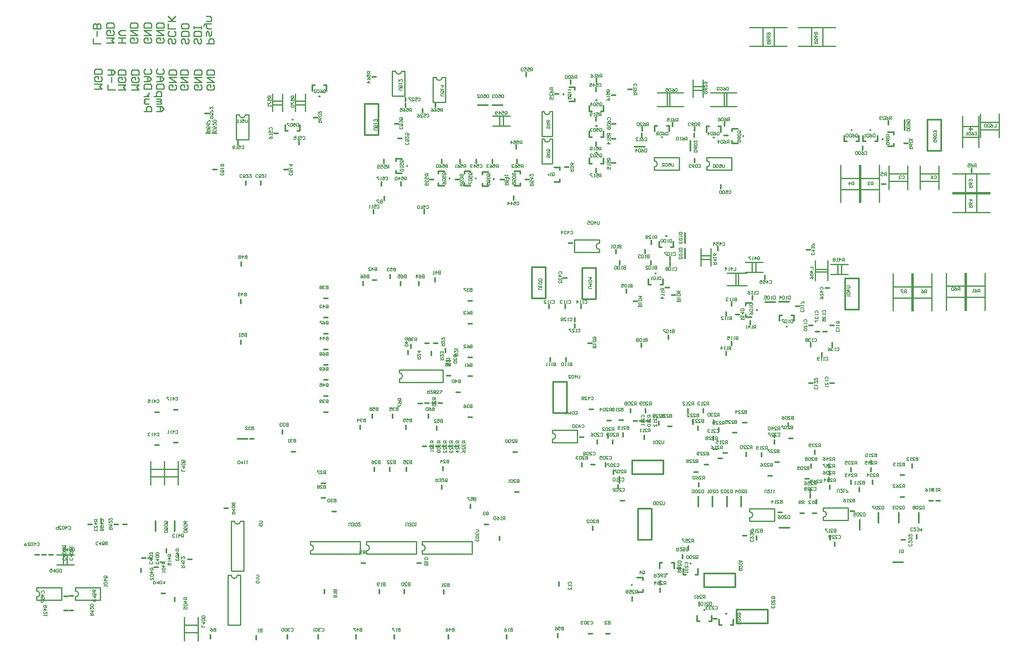
<source format=gbo>
%FSAX43Y43*%
%MOMM*%
G71*
G01*
G75*
%ADD10R,11.430X1.524*%
%ADD11R,30.480X1.524*%
%ADD12R,1.524X0.305*%
%ADD13R,0.305X1.524*%
%ADD14R,1.524X1.270*%
%ADD15R,0.762X0.889*%
%ADD16O,0.432X1.524*%
%ADD17R,0.432X1.524*%
%ADD18R,1.778X2.286*%
%ADD19R,1.270X1.143*%
%ADD20R,1.524X3.048*%
%ADD21R,0.889X0.762*%
%ADD22R,3.048X1.524*%
%ADD23R,1.270X1.524*%
%ADD24R,2.286X1.778*%
%ADD25R,1.524X0.508*%
%ADD26O,0.610X2.032*%
%ADD27R,1.143X1.270*%
%ADD28R,1.778X1.524*%
%ADD29R,1.524X1.778*%
%ADD30R,1.524X2.032*%
%ADD31R,2.540X0.610*%
%ADD32O,2.540X0.610*%
%ADD33O,1.778X3.048*%
%ADD34R,5.588X6.350*%
%ADD35R,3.810X2.032*%
%ADD36R,2.032X1.524*%
%ADD37R,1.727X1.219*%
%ADD38O,1.727X1.219*%
%ADD39O,2.540X1.270*%
%ADD40O,2.032X0.610*%
%ADD41R,15.240X5.080*%
%ADD42R,2.540X1.778*%
%ADD43R,0.914X1.270*%
%ADD44R,0.914X0.914*%
%ADD45R,1.778X2.540*%
%ADD46R,3.048X2.286*%
%ADD47R,1.270X1.016*%
%ADD48R,1.016X1.270*%
%ADD49R,1.780X0.420*%
%ADD50R,1.780X0.420*%
%ADD51O,1.016X5.080*%
%ADD52O,2.032X0.762*%
%ADD53R,1.727X1.829*%
%ADD54R,1.778X0.508*%
%ADD55R,2.540X0.635*%
%ADD56R,0.508X1.524*%
%ADD57R,0.508X1.778*%
%ADD58R,0.610X2.032*%
%ADD59R,2.032X0.610*%
%ADD60R,21.590X1.524*%
%ADD61R,1.524X14.859*%
%ADD62O,8.636X8.382*%
%ADD63R,7.874X6.096*%
%ADD64R,1.727X0.813*%
%ADD65C,0.203*%
%ADD66C,0.356*%
%ADD67C,0.457*%
%ADD68C,0.305*%
%ADD69C,1.270*%
%ADD70C,0.508*%
%ADD71C,0.406*%
%ADD72C,0.635*%
%ADD73C,0.381*%
%ADD74C,0.584*%
%ADD75C,0.254*%
%ADD76C,0.813*%
%ADD77C,0.711*%
%ADD78C,0.889*%
%ADD79R,25.146X25.400*%
%ADD80R,1.397X0.635*%
%ADD81C,1.270*%
%ADD82C,1.651*%
%ADD83C,1.524*%
%ADD84R,1.270X1.270*%
%ADD85C,1.626*%
%ADD86C,3.302*%
%ADD87R,10.160X7.620*%
%ADD88C,2.286*%
%ADD89C,6.350*%
%ADD90C,1.930*%
%ADD91C,5.842*%
%ADD92C,1.905*%
%ADD93R,1.905X1.905*%
%ADD94C,1.575*%
%ADD95C,1.727*%
%ADD96R,1.727X1.727*%
%ADD97C,0.813*%
%ADD98R,24.130X1.524*%
%ADD99R,2.032X30.480*%
%ADD100R,1.016X0.914*%
%ADD101R,0.914X1.016*%
%ADD102R,0.762X0.762*%
%ADD103R,1.829X1.727*%
%ADD104R,2.032X3.810*%
%ADD105R,1.270X0.914*%
%ADD106R,2.286X3.048*%
%ADD107O,0.762X2.032*%
%ADD108R,1.194X0.787*%
%ADD109O,1.194X0.787*%
%ADD110R,5.080X2.032*%
%ADD111R,1.270X2.794*%
%ADD112R,1.270X3.048*%
%ADD113C,0.200*%
%ADD114C,0.127*%
D68*
X0112065Y0123698D02*
X0112065Y0124460D01*
X0108839Y0121717D02*
X0109601Y0121717D01*
X0112903Y0120142D02*
X0112903Y0120650D01*
X0110617Y0121539D02*
X0110617Y0121666D01*
X0112903Y0122555D02*
X0112903Y0123063D01*
X0111760Y0120142D02*
X0112903Y0120142D01*
X0111760Y0123063D02*
X0112903Y0123063D01*
X0117272Y0124079D02*
X0117272Y0124841D01*
X0137236Y0107696D02*
X0137236Y0108458D01*
X0143256Y0113208D02*
X0144018Y0113208D01*
X0144907Y0114046D02*
X0144907Y0114554D01*
X0147193Y0113030D02*
X0147193Y0113157D01*
X0144907Y0111633D02*
X0144907Y0112141D01*
X0144907Y0114554D02*
X0146050Y0114554D01*
X0144907Y0111633D02*
X0146050Y0111633D01*
X0132766Y0115062D02*
X0132766Y0115824D01*
X0143332Y0115189D02*
X0143332Y0115951D01*
X0142113Y0115062D02*
X0142621Y0115062D01*
X0141097Y0112776D02*
X0141224Y0112776D01*
X0139700Y0115062D02*
X0140208Y0115062D01*
X0142621Y0113919D02*
X0142621Y0115062D01*
X0139700Y0113919D02*
X0139700Y0115062D01*
X0136423Y0110109D02*
X0136423Y0112141D01*
X0137211Y0112903D02*
X0137211Y0113665D01*
X0137236Y0114173D02*
X0137236Y0114935D01*
X0131572Y0115189D02*
X0132080Y0115189D01*
X0130556Y0112903D02*
X0130683Y0112903D01*
X0129159Y0115189D02*
X0129667Y0115189D01*
X0132080Y0114046D02*
X0132080Y0115189D01*
X0129159Y0114046D02*
X0129159Y0115189D01*
X0123698Y0122631D02*
X0124460Y0122631D01*
X0125095Y0110973D02*
X0127127Y0110973D01*
X0126543Y0112903D02*
X0126543Y0113665D01*
X0126568Y0114173D02*
X0126568Y0114935D01*
X0009195Y0028778D02*
X0009195Y0029540D01*
X0005842Y0027762D02*
X0006604Y0027762D01*
X0034163Y0026848D02*
X0034925Y0026848D01*
X0097587Y0030734D02*
X0097587Y0031496D01*
X0081026Y0058598D02*
X0081788Y0058598D01*
X0072949Y0113284D02*
X0072949Y0119634D01*
X0070155Y0113284D02*
X0070155Y0119634D01*
X0070155Y0113284D02*
X0072949Y0113284D01*
X0070155Y0119634D02*
X0072949Y0119634D01*
X0173533Y0042164D02*
X0173533Y0042926D01*
X0169113Y0044704D02*
X0169113Y0045466D01*
X0164643Y0042672D02*
X0164643Y0043434D01*
X0169113Y0042164D02*
X0169113Y0042926D01*
X0164770Y0041148D02*
X0164770Y0041910D01*
X0173177Y0044704D02*
X0173177Y0045466D01*
X0164643Y0045466D02*
X0164643Y0046228D01*
X0164668Y0044069D02*
X0164668Y0044831D01*
X0151587Y0083947D02*
X0151587Y0084709D01*
X0142037Y0089789D02*
X0142037Y0090551D01*
X0160020Y0089967D02*
X0160782Y0089967D01*
X0082423Y0070917D02*
X0083185Y0070917D01*
X0125603Y0023114D02*
X0126746Y0023114D01*
X0125603Y0020193D02*
X0126746Y0020193D01*
X0126746Y0022606D02*
X0126746Y0023114D01*
X0124460Y0021590D02*
X0124460Y0021717D01*
X0126746Y0020193D02*
X0126746Y0020701D01*
X0175387Y0103302D02*
X0176149Y0103302D01*
X0193624Y0105664D02*
X0193624Y0106426D01*
X0075260Y0084074D02*
X0075260Y0084836D01*
X0108712Y0106680D02*
X0109855Y0106680D01*
X0108712Y0103759D02*
X0109855Y0103759D01*
X0109855Y0106172D02*
X0109855Y0106680D01*
X0107569Y0105156D02*
X0107569Y0105283D01*
X0109855Y0103759D02*
X0109855Y0104267D01*
X0115824Y0107442D02*
X0116332Y0107442D01*
X0117221Y0109728D02*
X0117348Y0109728D01*
X0118237Y0107442D02*
X0118745Y0107442D01*
X0115824Y0107442D02*
X0115824Y0108585D01*
X0118745Y0107442D02*
X0118745Y0108585D01*
X0117170Y0105664D02*
X0117170Y0106426D01*
X0115824Y0112903D02*
X0116332Y0112903D01*
X0117221Y0115189D02*
X0117348Y0115189D01*
X0118237Y0112903D02*
X0118745Y0112903D01*
X0115824Y0112903D02*
X0115824Y0114046D01*
X0118745Y0112903D02*
X0118745Y0114046D01*
X0117170Y0111125D02*
X0117170Y0111887D01*
X0115824Y0118110D02*
X0116332Y0118110D01*
X0117221Y0120396D02*
X0117348Y0120396D01*
X0118237Y0118110D02*
X0118745Y0118110D01*
X0115824Y0118110D02*
X0115824Y0119253D01*
X0118745Y0118110D02*
X0118745Y0119253D01*
X0117170Y0116205D02*
X0117170Y0116967D01*
X0120447Y0107645D02*
X0121209Y0107645D01*
X0120447Y0112573D02*
X0121209Y0112573D01*
X0120447Y0115621D02*
X0121209Y0115621D01*
X0120447Y0121463D02*
X0121209Y0121463D01*
X0139192Y0024003D02*
X0145542Y0024003D01*
X0139192Y0021209D02*
X0145542Y0021209D01*
X0145542Y0024003D01*
X0139192Y0021209D02*
X0139192Y0024003D01*
X0135966Y0028829D02*
X0135966Y0029591D01*
X0074143Y0100025D02*
X0074143Y0100787D01*
X0041529Y0037287D02*
X0042291Y0037287D01*
X0029769Y0028194D02*
X0029769Y0028956D01*
X0031445Y0018288D02*
X0031445Y0019050D01*
X0028702Y0019964D02*
X0029464Y0019964D01*
X0024765Y0027102D02*
X0025527Y0027102D01*
X0026035Y0027102D02*
X0026797Y0027102D01*
X0027305Y0025222D02*
X0028067Y0025222D01*
X0075768Y0055626D02*
X0075768Y0056388D01*
X0078537Y0053340D02*
X0078537Y0054102D01*
X0163957Y0082118D02*
X0164719Y0082118D01*
X0167894Y0077724D02*
X0170688Y0077724D01*
X0167894Y0084074D02*
X0170688Y0084074D01*
X0170688Y0077724D02*
X0170688Y0084074D01*
X0167894Y0077724D02*
X0167894Y0084074D01*
X0110871Y0106756D02*
X0111633Y0106756D01*
X0128473Y0091059D02*
X0128473Y0091821D01*
X0131318Y0082245D02*
X0132080Y0082245D01*
X0132969Y0090424D02*
X0132969Y0091567D01*
X0130048Y0090424D02*
X0130048Y0091567D01*
X0132461Y0090424D02*
X0132969Y0090424D01*
X0131445Y0092710D02*
X0131572Y0092710D01*
X0130048Y0090424D02*
X0130556Y0090424D01*
X0132283Y0086614D02*
X0132283Y0087376D01*
X0132258Y0087757D02*
X0132258Y0088519D01*
X0130810Y0082804D02*
X0130810Y0083947D01*
X0127889Y0082804D02*
X0127889Y0083947D01*
X0130302Y0082804D02*
X0130810Y0082804D01*
X0129286Y0085090D02*
X0129413Y0085090D01*
X0127889Y0082804D02*
X0128397Y0082804D01*
X0148641Y0074676D02*
X0148641Y0075438D01*
X0145669Y0076759D02*
X0146431Y0076759D01*
X0156972Y0076581D02*
X0157480Y0076581D01*
X0155956Y0074295D02*
X0156083Y0074295D01*
X0154559Y0076581D02*
X0155067Y0076581D01*
X0157480Y0075438D02*
X0157480Y0076581D01*
X0154559Y0075438D02*
X0154559Y0076581D01*
X0157861Y0078435D02*
X0158623Y0078435D01*
X0149022Y0079756D02*
X0149022Y0080518D01*
X0147701Y0078613D02*
X0147701Y0079121D01*
X0149987Y0077597D02*
X0149987Y0077724D01*
X0147701Y0076200D02*
X0147701Y0076708D01*
X0147701Y0079121D02*
X0148844Y0079121D01*
X0147701Y0076200D02*
X0148844Y0076200D01*
X0110490Y0084150D02*
X0111252Y0084150D01*
X0114427Y0079883D02*
X0117221Y0079883D01*
X0114427Y0086233D02*
X0117221Y0086233D01*
X0117221Y0079883D02*
X0117221Y0086233D01*
X0114427Y0079883D02*
X0114427Y0086233D01*
X0121234Y0089154D02*
X0121234Y0089916D01*
X0121996Y0086868D02*
X0121996Y0087630D01*
X0128346Y0086868D02*
X0128346Y0087630D01*
X0127203Y0089154D02*
X0127203Y0089916D01*
X0123393Y0081153D02*
X0123393Y0081915D01*
X0124841Y0079426D02*
X0125603Y0079426D01*
X0132588Y0080696D02*
X0133350Y0080696D01*
X0144831Y0078486D02*
X0144831Y0079248D01*
X0143688Y0076454D02*
X0143688Y0077216D01*
X0144831Y0070485D02*
X0144831Y0071247D01*
X0143688Y0068453D02*
X0143688Y0069215D01*
X0160858Y0070231D02*
X0160858Y0070993D01*
X0161925Y0073228D02*
X0162687Y0073228D01*
X0165278Y0070231D02*
X0165278Y0070993D01*
X0163449Y0073228D02*
X0164211Y0073228D01*
X0160528Y0074498D02*
X0161290Y0074498D01*
X0164846Y0074498D02*
X0165608Y0074498D01*
X0163144Y0068199D02*
X0163144Y0068961D01*
X0164846Y0062789D02*
X0165608Y0062789D01*
X0160528Y0062789D02*
X0161290Y0062789D01*
X0138227Y0017399D02*
X0138227Y0018161D01*
X0179197Y0039548D02*
X0179959Y0039548D01*
X0138100Y0041656D02*
X0138100Y0042418D01*
X0145161Y0013462D02*
X0145161Y0014605D01*
X0142240Y0013462D02*
X0142240Y0014605D01*
X0144653Y0013462D02*
X0145161Y0013462D01*
X0143637Y0015748D02*
X0143764Y0015748D01*
X0142240Y0013462D02*
X0142748Y0013462D01*
X0137922Y0023749D02*
X0137922Y0024892D01*
X0135001Y0023749D02*
X0135001Y0024892D01*
X0137414Y0023749D02*
X0137922Y0023749D01*
X0136398Y0026035D02*
X0136525Y0026035D01*
X0135001Y0023749D02*
X0135509Y0023749D01*
X0137795Y0014224D02*
X0138303Y0014224D01*
X0139192Y0016510D02*
X0139319Y0016510D01*
X0140208Y0014224D02*
X0140716Y0014224D01*
X0137795Y0014224D02*
X0137795Y0015367D01*
X0140716Y0014224D02*
X0140716Y0015367D01*
X0132588Y0026162D02*
X0133096Y0026162D01*
X0131572Y0023876D02*
X0131699Y0023876D01*
X0130175Y0026162D02*
X0130683Y0026162D01*
X0133096Y0025019D02*
X0133096Y0026162D01*
X0130175Y0025019D02*
X0130175Y0026162D01*
X0182448Y0031115D02*
X0182448Y0031877D01*
X0141097Y0014783D02*
X0141859Y0014783D01*
X0179324Y0030810D02*
X0180086Y0030810D01*
X0133731Y0025095D02*
X0134493Y0025095D01*
X0145796Y0013843D02*
X0145796Y0016637D01*
X0152146Y0013843D02*
X0152146Y0016637D01*
X0145796Y0013843D02*
X0152146Y0013843D01*
X0145796Y0016637D02*
X0152146Y0016637D01*
X0160833Y0040513D02*
X0160833Y0041275D01*
X0160833Y0039370D02*
X0160833Y0040132D01*
X0164897Y0030861D02*
X0164897Y0031623D01*
X0169037Y0036652D02*
X0169799Y0036652D01*
X0149911Y0030861D02*
X0149911Y0031623D01*
X0154305Y0036398D02*
X0155067Y0036398D01*
X0179197Y0044018D02*
X0179959Y0044018D01*
X0181559Y0045466D02*
X0181559Y0046228D01*
X0173177Y0046228D02*
X0173177Y0046990D01*
X0159766Y0043256D02*
X0160528Y0043256D01*
X0160985Y0045466D02*
X0160985Y0046228D01*
X0156464Y0051511D02*
X0157226Y0051511D01*
X0156286Y0053848D02*
X0156286Y0054610D01*
X0170764Y0040640D02*
X0170764Y0041402D01*
X0137160Y0044628D02*
X0137922Y0044628D01*
X0165811Y0029591D02*
X0165811Y0030353D01*
X0185039Y0038786D02*
X0185801Y0038786D01*
X0186436Y0038786D02*
X0187198Y0038786D01*
X0161290Y0036246D02*
X0162052Y0036246D01*
X0158750Y0036246D02*
X0159512Y0036246D01*
X0141170Y0054483D02*
X0141170Y0055245D01*
X0142160Y0052832D02*
X0142160Y0053594D01*
X0141043Y0051181D02*
X0141043Y0051943D01*
X0141097Y0049327D02*
X0141859Y0049327D01*
X0139319Y0046152D02*
X0140081Y0046152D01*
X0153667Y0046660D02*
X0154429Y0046660D01*
X0152270Y0043866D02*
X0153032Y0043866D01*
X0137969Y0053213D02*
X0137969Y0053975D01*
X0136953Y0054356D02*
X0136953Y0055118D01*
X0147066Y0054686D02*
X0147828Y0054686D01*
X0104140Y0080010D02*
X0106934Y0080010D01*
X0104140Y0086360D02*
X0106934Y0086360D01*
X0106934Y0080010D02*
X0106934Y0086360D01*
X0104140Y0080010D02*
X0104140Y0086360D01*
X0112852Y0074041D02*
X0112852Y0074803D01*
X0112852Y0075311D02*
X0112852Y0076073D01*
X0110947Y0077978D02*
X0110947Y0078740D01*
X0107645Y0077978D02*
X0107645Y0078740D01*
X0114122Y0077978D02*
X0114122Y0078740D01*
X0115570Y0070917D02*
X0116332Y0070917D01*
X0111074Y0067183D02*
X0111074Y0067945D01*
X0107899Y0067183D02*
X0107899Y0067945D01*
X0122733Y0051816D02*
X0122733Y0052578D01*
X0121920Y0055194D02*
X0122682Y0055194D01*
X0120599Y0050419D02*
X0120599Y0051181D01*
X0119685Y0051562D02*
X0119685Y0052324D01*
X0117424Y0050419D02*
X0117424Y0051181D01*
X0124587Y0044196D02*
X0124587Y0046990D01*
X0130937Y0044196D02*
X0130937Y0046990D01*
X0124587Y0044196D02*
X0130937Y0044196D01*
X0124587Y0046990D02*
X0130937Y0046990D01*
X0120726Y0044196D02*
X0120726Y0044958D01*
X0121920Y0042418D02*
X0121920Y0043688D01*
X0121717Y0041275D02*
X0121717Y0042037D01*
X0116205Y0046177D02*
X0116967Y0046177D01*
X0125730Y0037211D02*
X0128524Y0037211D01*
X0125730Y0030861D02*
X0128524Y0030861D01*
X0125730Y0030861D02*
X0125730Y0037211D01*
X0128524Y0030861D02*
X0128524Y0037211D01*
X0114351Y0045720D02*
X0114351Y0046482D01*
X0100711Y0040589D02*
X0101473Y0040589D01*
X0116510Y0032766D02*
X0116510Y0033528D01*
X0027432Y0056820D02*
X0028194Y0056820D01*
X0085776Y0041148D02*
X0085776Y0041910D01*
X0045009Y0086614D02*
X0045009Y0087376D01*
X0068377Y0010668D02*
X0068377Y0011430D01*
X0087173Y0010668D02*
X0087173Y0011430D01*
X0044907Y0078994D02*
X0044907Y0079756D01*
X0061849Y0060147D02*
X0062611Y0060147D01*
X0088773Y0060909D02*
X0089535Y0060909D01*
X0063500Y0036627D02*
X0064262Y0036627D01*
X0054407Y0010668D02*
X0054407Y0011430D01*
X0061925Y0019939D02*
X0061925Y0020701D01*
X0061849Y0069647D02*
X0062611Y0069647D01*
X0061849Y0076124D02*
X0062611Y0076124D01*
X0071755Y0083769D02*
X0072517Y0083769D01*
X0084404Y0083439D02*
X0084404Y0084201D01*
X0061849Y0056820D02*
X0062611Y0056820D01*
X0061849Y0080061D02*
X0062611Y0080061D01*
X0091186Y0079553D02*
X0091948Y0079553D01*
X0091186Y0055804D02*
X0091948Y0055804D01*
X0069164Y0053340D02*
X0069164Y0054102D01*
X0061849Y0063424D02*
X0062611Y0063424D01*
X0061849Y0066497D02*
X0062611Y0066497D01*
X0069799Y0082677D02*
X0069799Y0083439D01*
X0077419Y0082677D02*
X0077419Y0083439D01*
X0081102Y0082677D02*
X0081102Y0083439D01*
X0091186Y0074854D02*
X0091948Y0074854D01*
X0091186Y0067996D02*
X0091948Y0067996D01*
X0091186Y0064186D02*
X0091948Y0064186D01*
X0083109Y0055626D02*
X0083109Y0056388D01*
X0071679Y0055626D02*
X0071679Y0056388D01*
X0061849Y0072847D02*
X0062611Y0072847D01*
X0061341Y0039421D02*
X0062103Y0039421D01*
X0061341Y0042367D02*
X0062103Y0042367D01*
X0072060Y0044831D02*
X0072060Y0045593D01*
X0078562Y0044831D02*
X0078562Y0045593D01*
X0086030Y0044958D02*
X0086030Y0045720D01*
X0075235Y0044831D02*
X0075235Y0045593D01*
X0086182Y0019812D02*
X0086182Y0020574D01*
X0078181Y0019939D02*
X0078181Y0020701D01*
X0073101Y0019939D02*
X0073101Y0020701D01*
X0076124Y0010668D02*
X0076124Y0011430D01*
X0098984Y0010668D02*
X0098984Y0011430D01*
X0048057Y0010541D02*
X0048057Y0011303D01*
X0119253Y0011735D02*
X0120015Y0011735D01*
X0060655Y0010668D02*
X0060655Y0011430D01*
X0031242Y0057328D02*
X0032004Y0057328D01*
X0027432Y0050114D02*
X0028194Y0050114D01*
X0031242Y0050622D02*
X0032004Y0050622D01*
X0055245Y0048819D02*
X0056007Y0048819D01*
X0053391Y0052451D02*
X0053391Y0053213D01*
X0046736Y0051384D02*
X0047498Y0051384D01*
X0081915Y0049860D02*
X0082677Y0049860D01*
X0083312Y0049860D02*
X0084074Y0049860D01*
X0084582Y0049860D02*
X0085344Y0049860D01*
X0044882Y0070739D02*
X0044882Y0071501D01*
X0085852Y0049860D02*
X0086614Y0049860D01*
X0087122Y0049860D02*
X0087884Y0049860D01*
X0088392Y0049860D02*
X0089154Y0049860D01*
X0080772Y0026086D02*
X0081534Y0026086D01*
X0069418Y0026086D02*
X0070180Y0026086D01*
X0094488Y0033985D02*
X0095250Y0033985D01*
X0100330Y0048717D02*
X0101092Y0048717D01*
X0122174Y0038786D02*
X0122936Y0038786D01*
X0119177Y0045720D02*
X0119177Y0046482D01*
X0129972Y0054229D02*
X0129972Y0054991D01*
X0131826Y0053924D02*
X0132588Y0053924D01*
X0124841Y0055067D02*
X0125603Y0055067D01*
X0124257Y0056769D02*
X0124257Y0057531D01*
X0127305Y0056769D02*
X0127305Y0057531D01*
X0126111Y0055067D02*
X0126873Y0055067D01*
X0127381Y0055067D02*
X0128143Y0055067D01*
X0127051Y0051308D02*
X0127051Y0052070D01*
X0119507Y0055169D02*
X0120269Y0055169D01*
X0084760Y0053213D02*
X0084760Y0053975D01*
X0091592Y0037287D02*
X0091592Y0038049D01*
X0109398Y0010922D02*
X0109398Y0011684D01*
X0147066Y0031674D02*
X0147828Y0031674D01*
X0153492Y0050419D02*
X0153492Y0051181D01*
X0153492Y0051689D02*
X0153492Y0052451D01*
X0161722Y0048260D02*
X0161722Y0049022D01*
X0126416Y0070104D02*
X0126416Y0070866D01*
X0131902Y0071755D02*
X0131902Y0072517D01*
X0124536Y0018415D02*
X0124536Y0019177D01*
X0108458Y0062992D02*
X0111252Y0062992D01*
X0108458Y0056642D02*
X0111252Y0056642D01*
X0108458Y0056642D02*
X0108458Y0062992D01*
X0111252Y0056642D02*
X0111252Y0062992D01*
X0111633Y0091262D02*
X0112395Y0091262D01*
X0115824Y0057455D02*
X0116586Y0057455D01*
X0113919Y0051740D02*
X0114681Y0051740D01*
X0003073Y0027762D02*
X0003835Y0027762D01*
X0134798Y0027051D02*
X0134798Y0027813D01*
X0130226Y0020193D02*
X0130226Y0020955D01*
X0130251Y0021717D02*
X0130251Y0022479D01*
X0109652Y0021463D02*
X0109652Y0022225D01*
X0056718Y0111379D02*
X0056718Y0112141D01*
X0044272Y0111379D02*
X0044272Y0112141D01*
X0053721Y0106248D02*
X0054483Y0106248D01*
X0039243Y0106248D02*
X0040005Y0106248D01*
X0048971Y0103124D02*
X0048971Y0103886D01*
X0045898Y0103124D02*
X0045898Y0103886D01*
X0051689Y0113614D02*
X0052451Y0113614D01*
X0039116Y0113741D02*
X0039878Y0113741D01*
X0102794Y0104216D02*
X0103556Y0104216D01*
X0101778Y0102997D02*
X0101778Y0103505D01*
X0099492Y0104394D02*
X0099492Y0104521D01*
X0101778Y0105410D02*
X0101778Y0105918D01*
X0100635Y0102997D02*
X0101778Y0102997D01*
X0100635Y0105918D02*
X0101778Y0105918D01*
X0097714Y0104216D02*
X0098476Y0104216D01*
X0077470Y0102997D02*
X0077470Y0103759D01*
X0083363Y0104216D02*
X0084125Y0104216D01*
X0085141Y0105410D02*
X0085141Y0105918D01*
X0087427Y0104394D02*
X0087427Y0104521D01*
X0085141Y0102997D02*
X0085141Y0103505D01*
X0085141Y0105918D02*
X0086284Y0105918D01*
X0085141Y0102997D02*
X0086284Y0102997D01*
X0088570Y0104216D02*
X0089332Y0104216D01*
X0090475Y0105410D02*
X0090475Y0105918D01*
X0092761Y0104394D02*
X0092761Y0104521D01*
X0090475Y0102997D02*
X0090475Y0103505D01*
X0090475Y0105918D02*
X0091618Y0105918D01*
X0090475Y0102997D02*
X0091618Y0102997D01*
X0085827Y0107569D02*
X0085827Y0108331D01*
X0089510Y0107569D02*
X0089510Y0108331D01*
X0101092Y0107569D02*
X0101092Y0108331D01*
X0096114Y0107569D02*
X0096114Y0108331D01*
X0074041Y0107569D02*
X0074041Y0108331D01*
X0076505Y0107950D02*
X0076505Y0108458D01*
X0078791Y0106934D02*
X0078791Y0107061D01*
X0076505Y0105537D02*
X0076505Y0106045D01*
X0076505Y0108458D02*
X0077648Y0108458D01*
X0076505Y0105537D02*
X0077648Y0105537D01*
X0076886Y0112598D02*
X0077648Y0112598D01*
X0081915Y0117856D02*
X0081915Y0118618D01*
X0078435Y0120142D02*
X0078435Y0120904D01*
X0100965Y0110490D02*
X0100965Y0111252D01*
X0102997Y0125222D02*
X0102997Y0125984D01*
X0024562Y0024282D02*
X0024562Y0025044D01*
X0142570Y0102362D02*
X0142570Y0103124D01*
X0073533Y0102997D02*
X0073533Y0103759D01*
X0082220Y0097282D02*
X0082220Y0098044D01*
X0071933Y0097282D02*
X0071933Y0098044D01*
X0092837Y0107569D02*
X0092837Y0108331D01*
X0071679Y0125171D02*
X0072441Y0125171D01*
X0076251Y0115621D02*
X0077013Y0115621D01*
X0100406Y0100076D02*
X0100406Y0100838D01*
X0117170Y0122174D02*
X0117170Y0122936D01*
X0139014Y0056769D02*
X0139014Y0057531D01*
X0135941Y0056769D02*
X0135941Y0057531D01*
X0086817Y0064313D02*
X0087579Y0064313D01*
X0086690Y0067361D02*
X0087452Y0067361D01*
X0086512Y0069063D02*
X0086512Y0069825D01*
X0084201Y0070917D02*
X0084963Y0070917D01*
X0083642Y0068453D02*
X0083642Y0069215D01*
X0078918Y0068580D02*
X0078918Y0069342D01*
X0082398Y0058674D02*
X0083160Y0058674D01*
X0083820Y0058725D02*
X0084582Y0058725D01*
X0135357Y0088138D02*
X0135357Y0090170D01*
X0135357Y0091313D02*
X0135357Y0093345D01*
X0154432Y0079400D02*
X0156464Y0079400D01*
X0151638Y0079273D02*
X0153670Y0079273D01*
X0178841Y0034290D02*
X0178841Y0036322D01*
X0170840Y0032893D02*
X0170840Y0034925D01*
X0154559Y0033299D02*
X0156591Y0033299D01*
X0174650Y0034290D02*
X0174650Y0036322D01*
X0182905Y0034290D02*
X0182905Y0036322D01*
X0138024Y0037592D02*
X0138024Y0039624D01*
X0143866Y0037592D02*
X0143866Y0039624D01*
X0146787Y0037592D02*
X0146787Y0039624D01*
X0147777Y0047879D02*
X0147777Y0048641D01*
X0140945Y0037592D02*
X0140945Y0039624D01*
X0093142Y0119405D02*
X0095174Y0119405D01*
X0096139Y0119405D02*
X0098171Y0119405D01*
X0094107Y0102870D02*
X0095250Y0102870D01*
X0094107Y0105791D02*
X0095250Y0105791D01*
X0094107Y0102870D02*
X0094107Y0103378D01*
X0096393Y0104267D02*
X0096393Y0104394D01*
X0094107Y0105283D02*
X0094107Y0105791D01*
X0027534Y0032639D02*
X0027534Y0034671D01*
X0031471Y0032639D02*
X0031471Y0034671D01*
X0177673Y0026314D02*
X0179705Y0026314D01*
X0079553Y0069850D02*
X0079553Y0070612D01*
X0085090Y0058725D02*
X0085852Y0058725D01*
X0037846Y0113716D02*
X0038608Y0113716D01*
X0084506Y0118999D02*
X0084506Y0119761D01*
X0078435Y0118999D02*
X0078435Y0119761D01*
X0143129Y0048501D02*
X0143891Y0048501D01*
X0142113Y0047422D02*
X0142875Y0047422D01*
X0150927Y0047752D02*
X0150927Y0048514D01*
X0115697Y0011735D02*
X0116459Y0011735D01*
X0145031Y0052654D02*
X0145793Y0052654D01*
X0028575Y0026238D02*
X0029337Y0026238D01*
X0032182Y0027178D02*
X0032182Y0027940D01*
X0044196Y0051460D02*
X0046228Y0051460D01*
X0038684Y0010668D02*
X0038684Y0011430D01*
X0053975Y0114173D02*
X0054483Y0114173D01*
X0055372Y0116459D02*
X0055499Y0116459D01*
X0056388Y0114173D02*
X0056896Y0114173D01*
X0053975Y0114173D02*
X0053975Y0115316D01*
X0056896Y0114173D02*
X0056896Y0115316D01*
X0037592Y0117678D02*
X0038354Y0117678D01*
X0162103Y0038227D02*
X0162103Y0038989D01*
X0059690Y0116891D02*
X0060452Y0116891D01*
X0059436Y0122301D02*
X0059436Y0123444D01*
X0062357Y0122301D02*
X0062357Y0123444D01*
X0059436Y0123444D02*
X0059944Y0123444D01*
X0060833Y0121158D02*
X0060960Y0121158D01*
X0061849Y0123444D02*
X0062357Y0123444D01*
X0184658Y0110109D02*
X0184658Y0116459D01*
X0187452Y0110109D02*
X0187452Y0116459D01*
X0184658Y0116459D02*
X0187452Y0116459D01*
X0184658Y0110109D02*
X0187452Y0110109D01*
X0179959Y0111582D02*
X0180721Y0111582D01*
X0171501Y0110236D02*
X0171501Y0110998D01*
X0171577Y0112014D02*
X0172085Y0112014D01*
X0172974Y0114300D02*
X0173101Y0114300D01*
X0173990Y0112014D02*
X0174498Y0112014D01*
X0171577Y0112014D02*
X0171577Y0113157D01*
X0174498Y0112014D02*
X0174498Y0113157D01*
X0176708Y0115443D02*
X0176708Y0116205D01*
X0176657Y0113919D02*
X0177800Y0113919D01*
X0176657Y0110998D02*
X0177800Y0110998D01*
X0177800Y0113411D02*
X0177800Y0113919D01*
X0175514Y0112395D02*
X0175514Y0112522D01*
X0177800Y0110998D02*
X0177800Y0111506D01*
X0180061Y0114300D02*
X0180061Y0116332D01*
X0167767Y0112014D02*
X0168275Y0112014D01*
X0169164Y0114300D02*
X0169291Y0114300D01*
X0170180Y0112014D02*
X0170688Y0112014D01*
X0167767Y0112014D02*
X0167767Y0113157D01*
X0170688Y0112014D02*
X0170688Y0113157D01*
X0004445Y0027762D02*
X0005207Y0027762D01*
X0008890Y0016434D02*
X0009652Y0016434D01*
X0008890Y0019355D02*
X0009652Y0019355D01*
X0010033Y0016459D02*
X0010795Y0016459D01*
X0010033Y0019380D02*
X0010795Y0019380D01*
X0019177Y0033960D02*
X0019939Y0033960D01*
X0020955Y0033960D02*
X0021717Y0033960D01*
X0013843Y0033985D02*
X0014605Y0033985D01*
X0016459Y0034417D02*
X0016459Y0035179D01*
D75*
X0003327Y0019177D02*
G03*
X0003327Y0020447I0000000J0000635D01*
G01*
X0117856Y0091313D02*
G03*
X0117856Y0090043I0000000J-0000635D01*
G01*
X0148463Y0035306D02*
G03*
X0148463Y0036576I0000000J0000635D01*
G01*
X0163449Y0035433D02*
G03*
X0163449Y0036703I0000000J0000635D01*
G01*
X0043561Y0034671D02*
G03*
X0044831Y0034671I0000635J0000000D01*
G01*
X0070434Y0028575D02*
G03*
X0070434Y0029845I0000000J0000635D01*
G01*
X0059055Y0028575D02*
G03*
X0059055Y0029845I0000000J0000635D01*
G01*
X0108331Y0051308D02*
G03*
X0108331Y0052578I0000000J0000635D01*
G01*
X0081788Y0028575D02*
G03*
X0081788Y0029845I0000000J0000635D01*
G01*
X0042926Y0023622D02*
G03*
X0044196Y0023622I0000635J0000000D01*
G01*
X0044577Y0117475D02*
G03*
X0045847Y0117475I0000635J0000000D01*
G01*
X0106604Y0118110D02*
G03*
X0107874Y0118110I0000635J0000000D01*
G01*
X0106604Y0112522D02*
G03*
X0107874Y0112522I0000635J0000000D01*
G01*
X0011201Y0019177D02*
G03*
X0011201Y0020447I0000000J0000635D01*
G01*
X0084633Y0125095D02*
G03*
X0085903Y0125095I0000635J0000000D01*
G01*
X0076378Y0126365D02*
G03*
X0077648Y0126365I0000635J0000000D01*
G01*
X0139700Y0106807D02*
G03*
X0139700Y0108077I0000000J0000635D01*
G01*
X0077165Y0063602D02*
G03*
X0077165Y0064872I0000000J0000635D01*
G01*
X0129032Y0106807D02*
G03*
X0129032Y0108077I0000000J0000635D01*
G01*
X0138938Y0121031D02*
X0138938Y0124587D01*
X0136906Y0121031D02*
X0136906Y0124587D01*
X0136906Y0123190D02*
X0138938Y0123190D01*
X0136906Y0122428D02*
X0138938Y0122428D01*
X0143256Y0119126D02*
X0143256Y0121920D01*
X0143764Y0119126D02*
X0143764Y0121920D01*
X0140462Y0121920D02*
X0145796Y0121920D01*
X0140462Y0119126D02*
X0145796Y0119126D01*
X0132207Y0119126D02*
X0132207Y0121920D01*
X0131699Y0119126D02*
X0131699Y0121920D01*
X0129667Y0119126D02*
X0135001Y0119126D01*
X0129667Y0121920D02*
X0135001Y0121920D01*
X0033401Y0013462D02*
X0036195Y0013462D01*
X0033401Y0011938D02*
X0036195Y0011938D01*
X0036195Y0010287D02*
X0036195Y0015113D01*
X0033401Y0010287D02*
X0033401Y0015113D01*
X0098298Y0115189D02*
X0098298Y0117221D01*
X0097536Y0115189D02*
X0097536Y0117221D01*
X0096139Y0115189D02*
X0099695Y0115189D01*
X0096139Y0117221D02*
X0099695Y0117221D01*
X0143891Y0082677D02*
X0147955Y0082677D01*
X0145669Y0082677D02*
X0145669Y0085217D01*
X0143891Y0085217D02*
X0147955Y0085217D01*
X0146177Y0082677D02*
X0146177Y0085217D01*
X0147574Y0085344D02*
X0151130Y0085344D01*
X0147574Y0087376D02*
X0151130Y0087376D01*
X0149733Y0085344D02*
X0149733Y0087376D01*
X0148971Y0085344D02*
X0148971Y0087376D01*
X0140589Y0086614D02*
X0140589Y0090170D01*
X0138557Y0086614D02*
X0138557Y0090170D01*
X0138557Y0088773D02*
X0140589Y0088773D01*
X0138557Y0088011D02*
X0140589Y0088011D01*
X0177673Y0080137D02*
X0181483Y0080137D01*
X0181483Y0077470D02*
X0181483Y0085090D01*
X0177673Y0082423D02*
X0181483Y0082423D01*
X0177673Y0077470D02*
X0177673Y0085090D01*
X0181737Y0077470D02*
X0181737Y0085090D01*
X0181737Y0082423D02*
X0185547Y0082423D01*
X0185547Y0077470D02*
X0185547Y0085090D01*
X0181737Y0080137D02*
X0185547Y0080137D01*
X0171069Y0102235D02*
X0174879Y0102235D01*
X0174879Y0099568D02*
X0174879Y0107188D01*
X0171069Y0104521D02*
X0174879Y0104521D01*
X0171069Y0099568D02*
X0171069Y0107188D01*
X0167005Y0102235D02*
X0170815Y0102235D01*
X0170815Y0099568D02*
X0170815Y0107188D01*
X0167005Y0104521D02*
X0170815Y0104521D01*
X0167005Y0099568D02*
X0167005Y0107188D01*
X0188468Y0080264D02*
X0192278Y0080264D01*
X0192278Y0077597D02*
X0192278Y0085217D01*
X0188468Y0082550D02*
X0192278Y0082550D01*
X0188468Y0077597D02*
X0188468Y0085217D01*
X0192532Y0080264D02*
X0196342Y0080264D01*
X0196342Y0077597D02*
X0196342Y0085217D01*
X0192532Y0082550D02*
X0196342Y0082550D01*
X0192532Y0077597D02*
X0192532Y0085217D01*
X0194691Y0097536D02*
X0194691Y0101346D01*
X0189738Y0101346D02*
X0197358Y0101346D01*
X0192405Y0097536D02*
X0192405Y0101346D01*
X0189738Y0097536D02*
X0197358Y0097536D01*
X0194691Y0101600D02*
X0194691Y0105410D01*
X0189738Y0105410D02*
X0197358Y0105410D01*
X0192405Y0101600D02*
X0192405Y0105410D01*
X0189738Y0101600D02*
X0197358Y0101600D01*
X0003327Y0021082D02*
X0008407Y0021082D01*
X0008407Y0018542D02*
X0008407Y0021082D01*
X0003327Y0018542D02*
X0008407Y0018542D01*
X0003327Y0018542D02*
X0003327Y0019177D01*
X0003327Y0020447D02*
X0003327Y0021082D01*
X0007366Y0025781D02*
X0010922Y0025781D01*
X0007366Y0027813D02*
X0010922Y0027813D01*
X0009525Y0025781D02*
X0009525Y0027813D01*
X0008763Y0025781D02*
X0008763Y0027813D01*
X0117856Y0089408D02*
X0117856Y0090043D01*
X0117856Y0091313D02*
X0117856Y0091948D01*
X0112776Y0091948D02*
X0117856Y0091948D01*
X0112776Y0089408D02*
X0112776Y0091948D01*
X0112776Y0089408D02*
X0117856Y0089408D01*
X0148463Y0037211D02*
X0153543Y0037211D01*
X0153543Y0034671D02*
X0153543Y0037211D01*
X0148463Y0034671D02*
X0153543Y0034671D01*
X0148463Y0034671D02*
X0148463Y0035306D01*
X0148463Y0036576D02*
X0148463Y0037211D01*
X0163449Y0036703D02*
X0163449Y0037338D01*
X0163449Y0034798D02*
X0163449Y0035433D01*
X0163449Y0034798D02*
X0168529Y0034798D01*
X0168529Y0037338D01*
X0163449Y0037338D02*
X0168529Y0037338D01*
X0044831Y0034671D02*
X0045466Y0034671D01*
X0042926Y0034671D02*
X0043561Y0034671D01*
X0042926Y0024511D02*
X0042926Y0034671D01*
X0042926Y0024511D02*
X0045466Y0024511D01*
X0045466Y0034671D01*
X0070434Y0030480D02*
X0080594Y0030480D01*
X0080594Y0027940D02*
X0080594Y0030480D01*
X0070434Y0027940D02*
X0080594Y0027940D01*
X0070434Y0027940D02*
X0070434Y0028575D01*
X0070434Y0029845D02*
X0070434Y0030480D01*
X0059055Y0029845D02*
X0059055Y0030480D01*
X0059055Y0027940D02*
X0059055Y0028575D01*
X0059055Y0027940D02*
X0069215Y0027940D01*
X0069215Y0030480D01*
X0059055Y0030480D02*
X0069215Y0030480D01*
X0108331Y0052578D02*
X0108331Y0053213D01*
X0108331Y0050673D02*
X0108331Y0051308D01*
X0108331Y0050673D02*
X0113411Y0050673D01*
X0113411Y0053213D01*
X0108331Y0053213D02*
X0113411Y0053213D01*
X0081788Y0029845D02*
X0081788Y0030480D01*
X0081788Y0027940D02*
X0081788Y0028575D01*
X0081788Y0027940D02*
X0091948Y0027940D01*
X0091948Y0030480D01*
X0081788Y0030480D02*
X0091948Y0030480D01*
X0044831Y0013462D02*
X0044831Y0023622D01*
X0042291Y0013462D02*
X0044831Y0013462D01*
X0042291Y0013462D02*
X0042291Y0023622D01*
X0042926Y0023622D01*
X0044196Y0023622D02*
X0044831Y0023622D01*
X0045847Y0117475D02*
X0046482Y0117475D01*
X0043942Y0117475D02*
X0044577Y0117475D01*
X0043942Y0112395D02*
X0043942Y0117475D01*
X0043942Y0112395D02*
X0046482Y0112395D01*
X0046482Y0117475D01*
X0107874Y0118110D02*
X0108293Y0118110D01*
X0106185Y0118110D02*
X0106604Y0118110D01*
X0106185Y0113030D02*
X0106185Y0118110D01*
X0106185Y0113030D02*
X0108293Y0113030D01*
X0108293Y0118110D01*
X0108293Y0107442D02*
X0108293Y0112522D01*
X0106185Y0107442D02*
X0108293Y0107442D01*
X0106185Y0107442D02*
X0106185Y0112522D01*
X0106604Y0112522D01*
X0107874Y0112522D02*
X0108293Y0112522D01*
X0011201Y0020447D02*
X0011201Y0021082D01*
X0011201Y0018542D02*
X0011201Y0019177D01*
X0011201Y0018542D02*
X0016281Y0018542D01*
X0016281Y0021082D01*
X0011201Y0021082D02*
X0016281Y0021082D01*
X0029337Y0042037D02*
X0029337Y0046863D01*
X0026543Y0042037D02*
X0026543Y0046863D01*
X0026543Y0045212D02*
X0029337Y0045212D01*
X0026543Y0043688D02*
X0029337Y0043688D01*
X0032131Y0043688D01*
X0029337Y0045212D02*
X0032131Y0045212D01*
X0029337Y0042037D02*
X0029337Y0046863D01*
X0032131Y0042037D02*
X0032131Y0046863D01*
X0085903Y0125095D02*
X0086538Y0125095D01*
X0083998Y0125095D02*
X0084633Y0125095D01*
X0083998Y0120015D02*
X0083998Y0125095D01*
X0083998Y0120015D02*
X0086538Y0120015D01*
X0086538Y0125095D01*
X0077648Y0126365D02*
X0078283Y0126365D01*
X0075743Y0126365D02*
X0076378Y0126365D01*
X0075743Y0121285D02*
X0075743Y0126365D01*
X0075743Y0121285D02*
X0078283Y0121285D01*
X0078283Y0126365D01*
X0139700Y0108077D02*
X0139700Y0108712D01*
X0139700Y0106172D02*
X0139700Y0106807D01*
X0139700Y0106172D02*
X0144780Y0106172D01*
X0144780Y0108712D01*
X0139700Y0108712D02*
X0144780Y0108712D01*
X0183134Y0102235D02*
X0183134Y0107061D01*
X0186944Y0102235D02*
X0186944Y0107061D01*
X0183134Y0103886D02*
X0186944Y0103886D01*
X0183134Y0105410D02*
X0186944Y0105410D01*
X0176784Y0102235D02*
X0176784Y0107061D01*
X0180594Y0102235D02*
X0180594Y0107061D01*
X0176784Y0103886D02*
X0180594Y0103886D01*
X0176784Y0105410D02*
X0180594Y0105410D01*
X0077165Y0064872D02*
X0077165Y0065507D01*
X0077165Y0062967D02*
X0077165Y0063602D01*
X0077165Y0062967D02*
X0086055Y0062967D01*
X0086055Y0065507D01*
X0077165Y0065507D02*
X0086055Y0065507D01*
X0158369Y0135255D02*
X0165989Y0135255D01*
X0163322Y0131445D02*
X0163322Y0135255D01*
X0158369Y0131445D02*
X0165989Y0131445D01*
X0161036Y0131445D02*
X0161036Y0135255D01*
X0148463Y0131445D02*
X0156083Y0131445D01*
X0151130Y0131445D02*
X0151130Y0135255D01*
X0148463Y0135255D02*
X0156083Y0135255D01*
X0153416Y0131445D02*
X0153416Y0135255D01*
X0164973Y0084963D02*
X0168529Y0084963D01*
X0164973Y0086995D02*
X0168529Y0086995D01*
X0167132Y0084963D02*
X0167132Y0086995D01*
X0166370Y0084963D02*
X0166370Y0086995D01*
X0164338Y0083693D02*
X0164338Y0087757D01*
X0161798Y0085471D02*
X0164338Y0085471D01*
X0161798Y0083693D02*
X0161798Y0087757D01*
X0161798Y0085979D02*
X0164338Y0085979D01*
X0056007Y0118110D02*
X0056007Y0121666D01*
X0058039Y0118110D02*
X0058039Y0121666D01*
X0056007Y0119507D02*
X0058039Y0119507D01*
X0056007Y0120269D02*
X0058039Y0120269D01*
X0051308Y0118110D02*
X0051308Y0121666D01*
X0053340Y0118110D02*
X0053340Y0121666D01*
X0051308Y0119507D02*
X0053340Y0119507D01*
X0051308Y0120269D02*
X0053340Y0120269D01*
X0191770Y0112903D02*
X0195072Y0112903D01*
X0193040Y0114554D02*
X0193802Y0114554D01*
X0193421Y0114173D02*
X0193421Y0114935D01*
X0191770Y0110744D02*
X0191770Y0117221D01*
X0195072Y0110744D02*
X0195072Y0117221D01*
X0191770Y0115062D02*
X0195072Y0115062D01*
X0195453Y0115951D02*
X0199263Y0115951D01*
X0195453Y0114427D02*
X0199263Y0114427D01*
X0199263Y0112776D02*
X0199263Y0117602D01*
X0195453Y0112776D02*
X0195453Y0117602D01*
X0129032Y0108712D02*
X0134112Y0108712D01*
X0134112Y0106172D02*
X0134112Y0108712D01*
X0129032Y0106172D02*
X0134112Y0106172D01*
X0129032Y0106172D02*
X0129032Y0106807D01*
X0129032Y0108077D02*
X0129032Y0108712D01*
X0015113Y0122682D02*
X0016637Y0122682D01*
X0016129Y0123190D01*
X0016637Y0123698D01*
X0015113Y0123698D01*
X0016383Y0125221D02*
X0016637Y0124967D01*
X0016637Y0124459D01*
X0016383Y0124206D01*
X0015367Y0124206D01*
X0015113Y0124459D01*
X0015113Y0124967D01*
X0015367Y0125221D01*
X0015875Y0125221D01*
X0015875Y0124713D01*
X0016637Y0125729D02*
X0015113Y0125729D01*
X0015113Y0126491D01*
X0015367Y0126745D01*
X0016383Y0126745D01*
X0016637Y0126491D01*
X0016637Y0125729D01*
X0019304Y0122555D02*
X0017780Y0122555D01*
X0017780Y0123571D01*
X0018542Y0124079D02*
X0018542Y0125094D01*
X0017780Y0125602D02*
X0018796Y0125602D01*
X0019304Y0126110D01*
X0018796Y0126618D01*
X0017780Y0126618D01*
X0018542Y0126618D01*
X0018542Y0125602D01*
X0019939Y0122555D02*
X0021463Y0122555D01*
X0020955Y0123063D01*
X0021463Y0123571D01*
X0019939Y0123571D01*
X0021209Y0125094D02*
X0021463Y0124840D01*
X0021463Y0124332D01*
X0021209Y0124079D01*
X0020193Y0124079D01*
X0019939Y0124332D01*
X0019939Y0124840D01*
X0020193Y0125094D01*
X0020701Y0125094D01*
X0020701Y0124586D01*
X0021463Y0125602D02*
X0019939Y0125602D01*
X0019939Y0126364D01*
X0020193Y0126618D01*
X0021209Y0126618D01*
X0021463Y0126364D01*
X0021463Y0125602D01*
X0022606Y0122555D02*
X0024130Y0122555D01*
X0023622Y0123063D01*
X0024130Y0123571D01*
X0022606Y0123571D01*
X0023876Y0125094D02*
X0024130Y0124840D01*
X0024130Y0124332D01*
X0023876Y0124079D01*
X0022860Y0124079D01*
X0022606Y0124332D01*
X0022606Y0124840D01*
X0022860Y0125094D01*
X0023368Y0125094D01*
X0023368Y0124586D01*
X0024130Y0125602D02*
X0022606Y0125602D01*
X0022606Y0126364D01*
X0022860Y0126618D01*
X0023876Y0126618D01*
X0024130Y0126364D01*
X0024130Y0125602D01*
X0027686Y0118110D02*
X0028702Y0118110D01*
X0029210Y0118618D01*
X0028702Y0119126D01*
X0027686Y0119126D01*
X0028448Y0119126D01*
X0028448Y0118110D01*
X0027686Y0119634D02*
X0028702Y0119634D01*
X0028702Y0119887D01*
X0028448Y0120141D01*
X0027686Y0120141D01*
X0028448Y0120141D01*
X0028702Y0120395D01*
X0028448Y0120649D01*
X0027686Y0120649D01*
X0027178Y0121157D02*
X0028702Y0121157D01*
X0028702Y0121919D01*
X0028448Y0122173D01*
X0027940Y0122173D01*
X0027686Y0121919D01*
X0027686Y0121157D01*
X0029210Y0122681D02*
X0027686Y0122681D01*
X0027686Y0123442D01*
X0027940Y0123696D01*
X0028956Y0123696D01*
X0029210Y0123442D01*
X0029210Y0122681D01*
X0027686Y0124204D02*
X0028702Y0124204D01*
X0029210Y0124712D01*
X0028702Y0125220D01*
X0027686Y0125220D01*
X0028448Y0125220D01*
X0028448Y0124204D01*
X0028956Y0126743D02*
X0029210Y0126489D01*
X0029210Y0125981D01*
X0028956Y0125728D01*
X0027940Y0125728D01*
X0027686Y0125981D01*
X0027686Y0126489D01*
X0027940Y0126743D01*
X0031496Y0123571D02*
X0031750Y0123317D01*
X0031750Y0122809D01*
X0031496Y0122555D01*
X0030480Y0122555D01*
X0030226Y0122809D01*
X0030226Y0123317D01*
X0030480Y0123571D01*
X0030988Y0123571D01*
X0030988Y0123063D01*
X0030226Y0124079D02*
X0031750Y0124079D01*
X0030226Y0125094D01*
X0031750Y0125094D01*
X0031750Y0125602D02*
X0030226Y0125602D01*
X0030226Y0126364D01*
X0030480Y0126618D01*
X0031496Y0126618D01*
X0031750Y0126364D01*
X0031750Y0125602D01*
X0033909Y0123571D02*
X0034163Y0123317D01*
X0034163Y0122809D01*
X0033909Y0122555D01*
X0032893Y0122555D01*
X0032639Y0122809D01*
X0032639Y0123317D01*
X0032893Y0123571D01*
X0033401Y0123571D01*
X0033401Y0123063D01*
X0032639Y0124079D02*
X0034163Y0124079D01*
X0032639Y0125094D01*
X0034163Y0125094D01*
X0034163Y0125602D02*
X0032639Y0125602D01*
X0032639Y0126364D01*
X0032893Y0126618D01*
X0033909Y0126618D01*
X0034163Y0126364D01*
X0034163Y0125602D01*
X0036703Y0123571D02*
X0036957Y0123317D01*
X0036957Y0122809D01*
X0036703Y0122555D01*
X0035687Y0122555D01*
X0035433Y0122809D01*
X0035433Y0123317D01*
X0035687Y0123571D01*
X0036195Y0123571D01*
X0036195Y0123063D01*
X0035433Y0124079D02*
X0036957Y0124079D01*
X0035433Y0125094D01*
X0036957Y0125094D01*
X0036957Y0125602D02*
X0035433Y0125602D01*
X0035433Y0126364D01*
X0035687Y0126618D01*
X0036703Y0126618D01*
X0036957Y0126364D01*
X0036957Y0125602D01*
X0039243Y0123571D02*
X0039497Y0123317D01*
X0039497Y0122809D01*
X0039243Y0122555D01*
X0038227Y0122555D01*
X0037973Y0122809D01*
X0037973Y0123317D01*
X0038227Y0123571D01*
X0038735Y0123571D01*
X0038735Y0123063D01*
X0037973Y0124079D02*
X0039497Y0124079D01*
X0037973Y0125094D01*
X0039497Y0125094D01*
X0039497Y0125602D02*
X0037973Y0125602D01*
X0037973Y0126364D01*
X0038227Y0126618D01*
X0039243Y0126618D01*
X0039497Y0126364D01*
X0039497Y0125602D01*
X0025146Y0118110D02*
X0026670Y0118110D01*
X0026670Y0118872D01*
X0026416Y0119126D01*
X0025908Y0119126D01*
X0025654Y0118872D01*
X0025654Y0118110D01*
X0026162Y0119634D02*
X0025400Y0119634D01*
X0025146Y0119887D01*
X0025400Y0120141D01*
X0025146Y0120395D01*
X0025400Y0120649D01*
X0026162Y0120649D01*
X0026162Y0121157D02*
X0025146Y0121157D01*
X0025654Y0121157D01*
X0025908Y0121411D01*
X0026162Y0121665D01*
X0026162Y0121919D01*
X0026670Y0122681D02*
X0025146Y0122681D01*
X0025146Y0123442D01*
X0025400Y0123696D01*
X0026416Y0123696D01*
X0026670Y0123442D01*
X0026670Y0122681D01*
X0025146Y0124204D02*
X0026162Y0124204D01*
X0026670Y0124712D01*
X0026162Y0125220D01*
X0025146Y0125220D01*
X0025908Y0125220D01*
X0025908Y0124204D01*
X0026416Y0126743D02*
X0026670Y0126489D01*
X0026670Y0125981D01*
X0026416Y0125728D01*
X0025400Y0125728D01*
X0025146Y0125981D01*
X0025146Y0126489D01*
X0025400Y0126743D01*
X0016383Y0131953D02*
X0014859Y0131953D01*
X0014859Y0132969D01*
X0015621Y0133477D02*
X0015621Y0134492D01*
X0016383Y0135000D02*
X0014859Y0135000D01*
X0014859Y0135762D01*
X0015113Y0136016D01*
X0015367Y0136016D01*
X0015621Y0135762D01*
X0015621Y0135000D01*
X0015621Y0135762D01*
X0015875Y0136016D01*
X0016129Y0136016D01*
X0016383Y0135762D01*
X0016383Y0135000D01*
X0023622Y0133096D02*
X0023876Y0132842D01*
X0023876Y0132334D01*
X0023622Y0132080D01*
X0022606Y0132080D01*
X0022352Y0132334D01*
X0022352Y0132842D01*
X0022606Y0133096D01*
X0023114Y0133096D01*
X0023114Y0132588D01*
X0022352Y0133604D02*
X0023876Y0133604D01*
X0022352Y0134619D01*
X0023876Y0134619D01*
X0023876Y0135127D02*
X0022352Y0135127D01*
X0022352Y0135889D01*
X0022606Y0136143D01*
X0023622Y0136143D01*
X0023876Y0135889D01*
X0023876Y0135127D01*
X0026416Y0133096D02*
X0026670Y0132842D01*
X0026670Y0132334D01*
X0026416Y0132080D01*
X0025400Y0132080D01*
X0025146Y0132334D01*
X0025146Y0132842D01*
X0025400Y0133096D01*
X0025908Y0133096D01*
X0025908Y0132588D01*
X0025146Y0133604D02*
X0026670Y0133604D01*
X0025146Y0134619D01*
X0026670Y0134619D01*
X0026670Y0135127D02*
X0025146Y0135127D01*
X0025146Y0135889D01*
X0025400Y0136143D01*
X0026416Y0136143D01*
X0026670Y0135889D01*
X0026670Y0135127D01*
X0028956Y0133096D02*
X0029210Y0132842D01*
X0029210Y0132334D01*
X0028956Y0132080D01*
X0027940Y0132080D01*
X0027686Y0132334D01*
X0027686Y0132842D01*
X0027940Y0133096D01*
X0028448Y0133096D01*
X0028448Y0132588D01*
X0027686Y0133604D02*
X0029210Y0133604D01*
X0027686Y0134619D01*
X0029210Y0134619D01*
X0029210Y0135127D02*
X0027686Y0135127D01*
X0027686Y0135889D01*
X0027940Y0136143D01*
X0028956Y0136143D01*
X0029210Y0135889D01*
X0029210Y0135127D01*
X0017526Y0132080D02*
X0019050Y0132080D01*
X0018542Y0132588D01*
X0019050Y0133096D01*
X0017526Y0133096D01*
X0018796Y0134619D02*
X0019050Y0134365D01*
X0019050Y0133857D01*
X0018796Y0133604D01*
X0017780Y0133604D01*
X0017526Y0133857D01*
X0017526Y0134365D01*
X0017780Y0134619D01*
X0018288Y0134619D01*
X0018288Y0134111D01*
X0019050Y0135127D02*
X0017526Y0135127D01*
X0017526Y0135889D01*
X0017780Y0136143D01*
X0018796Y0136143D01*
X0019050Y0135889D01*
X0019050Y0135127D01*
X0021463Y0132080D02*
X0019939Y0132080D01*
X0020701Y0132080D01*
X0020701Y0133096D01*
X0021463Y0133096D01*
X0019939Y0133096D01*
X0021463Y0133604D02*
X0020447Y0133604D01*
X0019939Y0134111D01*
X0020447Y0134619D01*
X0021463Y0134619D01*
X0037846Y0131953D02*
X0039370Y0131953D01*
X0039370Y0132715D01*
X0039116Y0132969D01*
X0038608Y0132969D01*
X0038354Y0132715D01*
X0038354Y0131953D01*
X0037846Y0133477D02*
X0037846Y0134238D01*
X0038100Y0134492D01*
X0038354Y0134238D01*
X0038354Y0133730D01*
X0038608Y0133477D01*
X0038862Y0133730D01*
X0038862Y0134492D01*
X0038862Y0135000D02*
X0038100Y0135000D01*
X0037846Y0135254D01*
X0037846Y0136016D01*
X0037592Y0136016D01*
X0037338Y0135762D01*
X0037338Y0135508D01*
X0037846Y0136016D02*
X0038862Y0136016D01*
X0037846Y0136524D02*
X0038862Y0136524D01*
X0038862Y0137285D01*
X0038608Y0137539D01*
X0037846Y0137539D01*
X0036576Y0132969D02*
X0036830Y0132715D01*
X0036830Y0132207D01*
X0036576Y0131953D01*
X0036322Y0131953D01*
X0036068Y0132207D01*
X0036068Y0132715D01*
X0035814Y0132969D01*
X0035560Y0132969D01*
X0035306Y0132715D01*
X0035306Y0132207D01*
X0035560Y0131953D01*
X0036830Y0133477D02*
X0035306Y0133477D01*
X0035306Y0134238D01*
X0035560Y0134492D01*
X0036576Y0134492D01*
X0036830Y0134238D01*
X0036830Y0133477D01*
X0036830Y0135000D02*
X0036830Y0135508D01*
X0036830Y0135254D01*
X0035306Y0135254D01*
X0035306Y0135000D01*
X0035306Y0135508D01*
X0034036Y0132969D02*
X0034290Y0132715D01*
X0034290Y0132207D01*
X0034036Y0131953D01*
X0033782Y0131953D01*
X0033528Y0132207D01*
X0033528Y0132715D01*
X0033274Y0132969D01*
X0033020Y0132969D01*
X0032766Y0132715D01*
X0032766Y0132207D01*
X0033020Y0131953D01*
X0034290Y0133477D02*
X0032766Y0133477D01*
X0032766Y0134238D01*
X0033020Y0134492D01*
X0034036Y0134492D01*
X0034290Y0134238D01*
X0034290Y0133477D01*
X0034290Y0135762D02*
X0034290Y0135254D01*
X0034036Y0135000D01*
X0033020Y0135000D01*
X0032766Y0135254D01*
X0032766Y0135762D01*
X0033020Y0136016D01*
X0034036Y0136016D01*
X0034290Y0135762D01*
X0031369Y0132969D02*
X0031623Y0132715D01*
X0031623Y0132207D01*
X0031369Y0131953D01*
X0031115Y0131953D01*
X0030861Y0132207D01*
X0030861Y0132715D01*
X0030607Y0132969D01*
X0030353Y0132969D01*
X0030099Y0132715D01*
X0030099Y0132207D01*
X0030353Y0131953D01*
X0031369Y0134492D02*
X0031623Y0134238D01*
X0031623Y0133730D01*
X0031369Y0133477D01*
X0030353Y0133477D01*
X0030099Y0133730D01*
X0030099Y0134238D01*
X0030353Y0134492D01*
X0031623Y0135000D02*
X0030099Y0135000D01*
X0030099Y0136016D01*
X0031623Y0136524D02*
X0030099Y0136524D01*
X0030607Y0136524D01*
X0031623Y0137539D01*
X0030861Y0136777D01*
X0030099Y0137539D01*
D114*
X0177292Y0116459D02*
X0177292Y0117094D01*
X0176975Y0117094D01*
X0176869Y0116988D01*
X0176869Y0116776D01*
X0176975Y0116671D01*
X0177292Y0116671D01*
X0177080Y0116671D02*
X0176869Y0116459D01*
X0176234Y0117094D02*
X0176446Y0116988D01*
X0176657Y0116776D01*
X0176657Y0116565D01*
X0176551Y0116459D01*
X0176340Y0116459D01*
X0176234Y0116565D01*
X0176234Y0116671D01*
X0176340Y0116776D01*
X0176657Y0116776D01*
X0176022Y0116988D02*
X0175917Y0117094D01*
X0175705Y0117094D01*
X0175599Y0116988D01*
X0175599Y0116565D01*
X0175705Y0116459D01*
X0175917Y0116459D01*
X0176022Y0116565D01*
X0176022Y0116988D01*
X0175388Y0116988D02*
X0175282Y0117094D01*
X0175070Y0117094D01*
X0174964Y0116988D01*
X0174964Y0116882D01*
X0175070Y0116776D01*
X0175176Y0116776D01*
X0175070Y0116776D01*
X0174964Y0116671D01*
X0174964Y0116565D01*
X0175070Y0116459D01*
X0175282Y0116459D01*
X0175388Y0116565D01*
X0180975Y0110490D02*
X0181610Y0110490D01*
X0181610Y0110807D01*
X0181504Y0110913D01*
X0181292Y0110913D01*
X0181187Y0110807D01*
X0181187Y0110490D01*
X0181187Y0110702D02*
X0180975Y0110913D01*
X0181610Y0111548D02*
X0181504Y0111336D01*
X0181292Y0111125D01*
X0181081Y0111125D01*
X0180975Y0111231D01*
X0180975Y0111442D01*
X0181081Y0111548D01*
X0181187Y0111548D01*
X0181292Y0111442D01*
X0181292Y0111125D01*
X0181504Y0111760D02*
X0181610Y0111865D01*
X0181610Y0112077D01*
X0181504Y0112183D01*
X0181081Y0112183D01*
X0180975Y0112077D01*
X0180975Y0111865D01*
X0181081Y0111760D01*
X0181504Y0111760D01*
X0180975Y0112394D02*
X0180975Y0112606D01*
X0180975Y0112500D01*
X0181610Y0112500D01*
X0181504Y0112394D01*
X0186034Y0112310D02*
X0186457Y0112310D01*
X0186563Y0112204D01*
X0186563Y0111993D01*
X0186457Y0111887D01*
X0186034Y0111887D01*
X0185928Y0111993D01*
X0185928Y0112204D01*
X0186140Y0112099D02*
X0185928Y0112310D01*
X0185928Y0112204D02*
X0186034Y0112310D01*
X0186563Y0112945D02*
X0186457Y0112733D01*
X0186245Y0112522D01*
X0186034Y0112522D01*
X0185928Y0112628D01*
X0185928Y0112839D01*
X0186034Y0112945D01*
X0186140Y0112945D01*
X0186245Y0112839D01*
X0186245Y0112522D01*
X0186457Y0113157D02*
X0186563Y0113262D01*
X0186563Y0113474D01*
X0186457Y0113580D01*
X0186034Y0113580D01*
X0185928Y0113474D01*
X0185928Y0113262D01*
X0186034Y0113157D01*
X0186457Y0113157D01*
X0186457Y0113791D02*
X0186563Y0113897D01*
X0186563Y0114109D01*
X0186457Y0114215D01*
X0186351Y0114215D01*
X0186245Y0114109D01*
X0186245Y0114003D01*
X0186245Y0114109D01*
X0186140Y0114215D01*
X0186034Y0114215D01*
X0185928Y0114109D01*
X0185928Y0113897D01*
X0186034Y0113791D01*
X0176382Y0111802D02*
X0176805Y0111802D01*
X0176911Y0111696D01*
X0176911Y0111485D01*
X0176805Y0111379D01*
X0176382Y0111379D01*
X0176276Y0111485D01*
X0176276Y0111696D01*
X0176488Y0111591D02*
X0176276Y0111802D01*
X0176276Y0111696D02*
X0176382Y0111802D01*
X0176911Y0112437D02*
X0176805Y0112225D01*
X0176593Y0112014D01*
X0176382Y0112014D01*
X0176276Y0112120D01*
X0176276Y0112331D01*
X0176382Y0112437D01*
X0176488Y0112437D01*
X0176593Y0112331D01*
X0176593Y0112014D01*
X0176805Y0112649D02*
X0176911Y0112754D01*
X0176911Y0112966D01*
X0176805Y0113072D01*
X0176382Y0113072D01*
X0176276Y0112966D01*
X0176276Y0112754D01*
X0176382Y0112649D01*
X0176805Y0112649D01*
X0176276Y0113283D02*
X0176276Y0113495D01*
X0176276Y0113389D01*
X0176911Y0113389D01*
X0176805Y0113283D01*
X0170011Y0113009D02*
X0170011Y0113432D01*
X0170117Y0113538D01*
X0170328Y0113538D01*
X0170434Y0113432D01*
X0170434Y0113009D01*
X0170328Y0112903D01*
X0170117Y0112903D01*
X0170222Y0113115D02*
X0170011Y0112903D01*
X0170117Y0112903D02*
X0170011Y0113009D01*
X0169376Y0113538D02*
X0169588Y0113432D01*
X0169799Y0113220D01*
X0169799Y0113009D01*
X0169693Y0112903D01*
X0169482Y0112903D01*
X0169376Y0113009D01*
X0169376Y0113115D01*
X0169482Y0113220D01*
X0169799Y0113220D01*
X0169164Y0113432D02*
X0169059Y0113538D01*
X0168847Y0113538D01*
X0168741Y0113432D01*
X0168741Y0113009D01*
X0168847Y0112903D01*
X0169059Y0112903D01*
X0169164Y0113009D01*
X0169164Y0113432D01*
X0168530Y0113432D02*
X0168424Y0113538D01*
X0168212Y0113538D01*
X0168106Y0113432D01*
X0168106Y0113009D01*
X0168212Y0112903D01*
X0168424Y0112903D01*
X0168530Y0113009D01*
X0168530Y0113432D01*
X0173990Y0113538D02*
X0173990Y0112903D01*
X0173673Y0112903D01*
X0173567Y0113009D01*
X0173567Y0113432D01*
X0173673Y0113538D01*
X0173990Y0113538D01*
X0172932Y0113538D02*
X0173144Y0113432D01*
X0173355Y0113220D01*
X0173355Y0113009D01*
X0173249Y0112903D01*
X0173038Y0112903D01*
X0172932Y0113009D01*
X0172932Y0113115D01*
X0173038Y0113220D01*
X0173355Y0113220D01*
X0172720Y0113432D02*
X0172615Y0113538D01*
X0172403Y0113538D01*
X0172297Y0113432D01*
X0172297Y0113009D01*
X0172403Y0112903D01*
X0172615Y0112903D01*
X0172720Y0113009D01*
X0172720Y0113432D01*
X0172086Y0112903D02*
X0171874Y0112903D01*
X0171980Y0112903D01*
X0171980Y0113538D01*
X0172086Y0113432D01*
X0180467Y0116459D02*
X0181102Y0116459D01*
X0181102Y0116142D01*
X0180996Y0116036D01*
X0180573Y0116036D01*
X0180467Y0116142D01*
X0180467Y0116459D01*
X0180467Y0115401D02*
X0180573Y0115613D01*
X0180785Y0115824D01*
X0180996Y0115824D01*
X0181102Y0115718D01*
X0181102Y0115507D01*
X0180996Y0115401D01*
X0180890Y0115401D01*
X0180785Y0115507D01*
X0180785Y0115824D01*
X0180573Y0115189D02*
X0180467Y0115084D01*
X0180467Y0114872D01*
X0180573Y0114766D01*
X0180996Y0114766D01*
X0181102Y0114872D01*
X0181102Y0115084D01*
X0180996Y0115189D01*
X0180573Y0115189D01*
X0180573Y0114555D02*
X0180467Y0114449D01*
X0180467Y0114237D01*
X0180573Y0114131D01*
X0180996Y0114131D01*
X0181102Y0114237D01*
X0181102Y0114449D01*
X0180996Y0114555D01*
X0180573Y0114555D01*
X0194268Y0113813D02*
X0194374Y0113919D01*
X0194585Y0113919D01*
X0194691Y0113813D01*
X0194691Y0113390D01*
X0194585Y0113284D01*
X0194374Y0113284D01*
X0194268Y0113390D01*
X0193633Y0113919D02*
X0193845Y0113813D01*
X0194056Y0113601D01*
X0194056Y0113390D01*
X0193950Y0113284D01*
X0193739Y0113284D01*
X0193633Y0113390D01*
X0193633Y0113496D01*
X0193739Y0113601D01*
X0194056Y0113601D01*
X0193421Y0113813D02*
X0193316Y0113919D01*
X0193104Y0113919D01*
X0192998Y0113813D01*
X0192998Y0113390D01*
X0193104Y0113284D01*
X0193316Y0113284D01*
X0193421Y0113390D01*
X0193421Y0113813D01*
X0192787Y0113284D02*
X0192575Y0113284D01*
X0192681Y0113284D01*
X0192681Y0113919D01*
X0192787Y0113813D01*
X0171916Y0109876D02*
X0172022Y0109982D01*
X0172233Y0109982D01*
X0172339Y0109876D01*
X0172339Y0109453D01*
X0172233Y0109347D01*
X0172022Y0109347D01*
X0171916Y0109453D01*
X0171281Y0109982D02*
X0171493Y0109876D01*
X0171704Y0109664D01*
X0171704Y0109453D01*
X0171598Y0109347D01*
X0171387Y0109347D01*
X0171281Y0109453D01*
X0171281Y0109559D01*
X0171387Y0109664D01*
X0171704Y0109664D01*
X0171069Y0109876D02*
X0170964Y0109982D01*
X0170752Y0109982D01*
X0170646Y0109876D01*
X0170646Y0109453D01*
X0170752Y0109347D01*
X0170964Y0109347D01*
X0171069Y0109453D01*
X0171069Y0109876D01*
X0170435Y0109876D02*
X0170329Y0109982D01*
X0170117Y0109982D01*
X0170011Y0109876D01*
X0170011Y0109453D01*
X0170117Y0109347D01*
X0170329Y0109347D01*
X0170435Y0109453D01*
X0170435Y0109876D01*
X0198628Y0115570D02*
X0198628Y0114935D01*
X0198205Y0114935D01*
X0197570Y0115570D02*
X0197782Y0115464D01*
X0197993Y0115252D01*
X0197993Y0115041D01*
X0197887Y0114935D01*
X0197676Y0114935D01*
X0197570Y0115041D01*
X0197570Y0115147D01*
X0197676Y0115252D01*
X0197993Y0115252D01*
X0197358Y0115464D02*
X0197253Y0115570D01*
X0197041Y0115570D01*
X0196935Y0115464D01*
X0196935Y0115041D01*
X0197041Y0114935D01*
X0197253Y0114935D01*
X0197358Y0115041D01*
X0197358Y0115464D01*
X0196724Y0115464D02*
X0196618Y0115570D01*
X0196406Y0115570D01*
X0196300Y0115464D01*
X0196300Y0115041D01*
X0196406Y0114935D01*
X0196618Y0114935D01*
X0196724Y0115041D01*
X0196724Y0115464D01*
X0060706Y0115824D02*
X0061341Y0115824D01*
X0061341Y0116141D01*
X0061235Y0116247D01*
X0061023Y0116247D01*
X0060918Y0116141D01*
X0060918Y0115824D01*
X0060918Y0116036D02*
X0060706Y0116247D01*
X0061341Y0116882D02*
X0061235Y0116670D01*
X0061023Y0116459D01*
X0060812Y0116459D01*
X0060706Y0116565D01*
X0060706Y0116776D01*
X0060812Y0116882D01*
X0060918Y0116882D01*
X0061023Y0116776D01*
X0061023Y0116459D01*
X0061235Y0117094D02*
X0061341Y0117199D01*
X0061341Y0117411D01*
X0061235Y0117517D01*
X0060812Y0117517D01*
X0060706Y0117411D01*
X0060706Y0117199D01*
X0060812Y0117094D01*
X0061235Y0117094D01*
X0060706Y0118152D02*
X0060706Y0117728D01*
X0061129Y0118152D01*
X0061235Y0118152D01*
X0061341Y0118046D01*
X0061341Y0117834D01*
X0061235Y0117728D01*
X0061680Y0122026D02*
X0061680Y0122449D01*
X0061786Y0122555D01*
X0061997Y0122555D01*
X0062103Y0122449D01*
X0062103Y0122026D01*
X0061997Y0121920D01*
X0061786Y0121920D01*
X0061891Y0122132D02*
X0061680Y0121920D01*
X0061786Y0121920D02*
X0061680Y0122026D01*
X0061045Y0122555D02*
X0061257Y0122449D01*
X0061468Y0122237D01*
X0061468Y0122026D01*
X0061362Y0121920D01*
X0061151Y0121920D01*
X0061045Y0122026D01*
X0061045Y0122132D01*
X0061151Y0122237D01*
X0061468Y0122237D01*
X0060833Y0122449D02*
X0060728Y0122555D01*
X0060516Y0122555D01*
X0060410Y0122449D01*
X0060410Y0122026D01*
X0060516Y0121920D01*
X0060728Y0121920D01*
X0060833Y0122026D01*
X0060833Y0122449D01*
X0059775Y0121920D02*
X0060199Y0121920D01*
X0059775Y0122343D01*
X0059775Y0122449D01*
X0059881Y0122555D01*
X0060093Y0122555D01*
X0060199Y0122449D01*
X0038608Y0116713D02*
X0039243Y0116713D01*
X0039243Y0117030D01*
X0039137Y0117136D01*
X0038925Y0117136D01*
X0038820Y0117030D01*
X0038820Y0116713D01*
X0038820Y0116925D02*
X0038608Y0117136D01*
X0039243Y0117771D02*
X0039243Y0117348D01*
X0038925Y0117348D01*
X0039031Y0117559D01*
X0039031Y0117665D01*
X0038925Y0117771D01*
X0038714Y0117771D01*
X0038608Y0117665D01*
X0038608Y0117454D01*
X0038714Y0117348D01*
X0039243Y0117983D02*
X0039243Y0118406D01*
X0039137Y0118406D01*
X0038714Y0117983D01*
X0038608Y0117983D01*
X0038608Y0119041D02*
X0038608Y0118617D01*
X0039031Y0119041D01*
X0039137Y0119041D01*
X0039243Y0118935D01*
X0039243Y0118723D01*
X0039137Y0118617D01*
X0051054Y0121285D02*
X0050419Y0121285D01*
X0050419Y0120968D01*
X0050525Y0120862D01*
X0050737Y0120862D01*
X0050842Y0120968D01*
X0050842Y0121285D01*
X0050842Y0121073D02*
X0051054Y0120862D01*
X0050419Y0120227D02*
X0050419Y0120650D01*
X0050737Y0120650D01*
X0050631Y0120439D01*
X0050631Y0120333D01*
X0050737Y0120227D01*
X0050948Y0120227D01*
X0051054Y0120333D01*
X0051054Y0120544D01*
X0050948Y0120650D01*
X0050419Y0120015D02*
X0050419Y0119592D01*
X0050525Y0119592D01*
X0050948Y0120015D01*
X0051054Y0120015D01*
X0051054Y0119381D02*
X0051054Y0119169D01*
X0051054Y0119275D01*
X0050419Y0119275D01*
X0050525Y0119381D01*
X0055753Y0121285D02*
X0055118Y0121285D01*
X0055118Y0120968D01*
X0055224Y0120862D01*
X0055436Y0120862D01*
X0055541Y0120968D01*
X0055541Y0121285D01*
X0055541Y0121073D02*
X0055753Y0120862D01*
X0055118Y0120227D02*
X0055118Y0120650D01*
X0055436Y0120650D01*
X0055330Y0120439D01*
X0055330Y0120333D01*
X0055436Y0120227D01*
X0055647Y0120227D01*
X0055753Y0120333D01*
X0055753Y0120544D01*
X0055647Y0120650D01*
X0055118Y0120015D02*
X0055118Y0119592D01*
X0055224Y0119592D01*
X0055647Y0120015D01*
X0055753Y0120015D01*
X0055224Y0119381D02*
X0055118Y0119275D01*
X0055118Y0119063D01*
X0055224Y0118957D01*
X0055647Y0118957D01*
X0055753Y0119063D01*
X0055753Y0119275D01*
X0055647Y0119381D01*
X0055224Y0119381D01*
X0163144Y0042443D02*
X0163144Y0043078D01*
X0162827Y0043078D01*
X0162721Y0042972D01*
X0162721Y0042761D01*
X0162827Y0042655D01*
X0163144Y0042655D01*
X0162933Y0042655D02*
X0162721Y0042443D01*
X0162086Y0042443D02*
X0162509Y0042443D01*
X0162086Y0042867D01*
X0162086Y0042972D01*
X0162192Y0043078D01*
X0162404Y0043078D01*
X0162509Y0042972D01*
X0161451Y0043078D02*
X0161663Y0042972D01*
X0161875Y0042761D01*
X0161875Y0042549D01*
X0161769Y0042443D01*
X0161557Y0042443D01*
X0161451Y0042549D01*
X0161451Y0042655D01*
X0161557Y0042761D01*
X0161875Y0042761D01*
X0161240Y0042549D02*
X0161134Y0042443D01*
X0160922Y0042443D01*
X0160817Y0042549D01*
X0160817Y0042972D01*
X0160922Y0043078D01*
X0161134Y0043078D01*
X0161240Y0042972D01*
X0161240Y0042867D01*
X0161134Y0042761D01*
X0160817Y0042761D01*
X0056642Y0115697D02*
X0056642Y0115062D01*
X0056325Y0115062D01*
X0056219Y0115168D01*
X0056219Y0115591D01*
X0056325Y0115697D01*
X0056642Y0115697D01*
X0055584Y0115697D02*
X0056007Y0115697D01*
X0056007Y0115379D01*
X0055796Y0115485D01*
X0055690Y0115485D01*
X0055584Y0115379D01*
X0055584Y0115168D01*
X0055690Y0115062D01*
X0055901Y0115062D01*
X0056007Y0115168D01*
X0055372Y0115591D02*
X0055267Y0115697D01*
X0055055Y0115697D01*
X0054949Y0115591D01*
X0054949Y0115168D01*
X0055055Y0115062D01*
X0055267Y0115062D01*
X0055372Y0115168D01*
X0055372Y0115591D01*
X0054738Y0115697D02*
X0054314Y0115697D01*
X0054314Y0115591D01*
X0054738Y0115168D01*
X0054738Y0115062D01*
X0077572Y0059639D02*
X0076937Y0059639D01*
X0076937Y0059322D01*
X0077043Y0059216D01*
X0077254Y0059216D01*
X0077360Y0059322D01*
X0077360Y0059639D01*
X0077360Y0059428D02*
X0077572Y0059216D01*
X0076937Y0058581D02*
X0077043Y0058793D01*
X0077254Y0059004D01*
X0077466Y0059004D01*
X0077572Y0058899D01*
X0077572Y0058687D01*
X0077466Y0058581D01*
X0077360Y0058581D01*
X0077254Y0058687D01*
X0077254Y0059004D01*
X0076937Y0058370D02*
X0076937Y0057946D01*
X0077043Y0057946D01*
X0077466Y0058370D01*
X0077572Y0058370D01*
X0098628Y0034950D02*
X0098628Y0035585D01*
X0098311Y0035585D01*
X0098205Y0035479D01*
X0098205Y0035268D01*
X0098311Y0035162D01*
X0098628Y0035162D01*
X0098417Y0035162D02*
X0098205Y0034950D01*
X0097993Y0034950D02*
X0097782Y0034950D01*
X0097888Y0034950D01*
X0097888Y0035585D01*
X0097993Y0035479D01*
X0097041Y0035585D02*
X0097253Y0035479D01*
X0097464Y0035268D01*
X0097464Y0035056D01*
X0097359Y0034950D01*
X0097147Y0034950D01*
X0097041Y0035056D01*
X0097041Y0035162D01*
X0097147Y0035268D01*
X0097464Y0035268D01*
X0096830Y0035479D02*
X0096724Y0035585D01*
X0096512Y0035585D01*
X0096406Y0035479D01*
X0096406Y0035056D01*
X0096512Y0034950D01*
X0096724Y0034950D01*
X0096830Y0035056D01*
X0096830Y0035479D01*
X0009190Y0027144D02*
X0009296Y0027038D01*
X0009296Y0026827D01*
X0009190Y0026721D01*
X0008767Y0026721D01*
X0008661Y0026827D01*
X0008661Y0027038D01*
X0008767Y0027144D01*
X0008661Y0027673D02*
X0009296Y0027673D01*
X0008979Y0027356D01*
X0008979Y0027779D01*
X0009190Y0027990D02*
X0009296Y0028096D01*
X0009296Y0028308D01*
X0009190Y0028414D01*
X0008767Y0028414D01*
X0008661Y0028308D01*
X0008661Y0028096D01*
X0008767Y0027990D01*
X0009190Y0027990D01*
X0008661Y0029048D02*
X0008661Y0028625D01*
X0009085Y0029048D01*
X0009190Y0029048D01*
X0009296Y0028943D01*
X0009296Y0028731D01*
X0009190Y0028625D01*
X0009296Y0029683D02*
X0008661Y0029683D01*
X0008661Y0029366D01*
X0008767Y0029260D01*
X0008979Y0029260D01*
X0009085Y0029366D01*
X0009085Y0029683D01*
X0010587Y0027144D02*
X0010693Y0027038D01*
X0010693Y0026827D01*
X0010587Y0026721D01*
X0010164Y0026721D01*
X0010058Y0026827D01*
X0010058Y0027038D01*
X0010164Y0027144D01*
X0010058Y0027673D02*
X0010693Y0027673D01*
X0010376Y0027356D01*
X0010376Y0027779D01*
X0010587Y0027990D02*
X0010693Y0028096D01*
X0010693Y0028308D01*
X0010587Y0028414D01*
X0010164Y0028414D01*
X0010058Y0028308D01*
X0010058Y0028096D01*
X0010164Y0027990D01*
X0010587Y0027990D01*
X0010058Y0029048D02*
X0010058Y0028625D01*
X0010482Y0029048D01*
X0010587Y0029048D01*
X0010693Y0028943D01*
X0010693Y0028731D01*
X0010587Y0028625D01*
X0010482Y0029683D02*
X0010482Y0029366D01*
X0010376Y0029260D01*
X0010164Y0029260D01*
X0010058Y0029366D01*
X0010058Y0029683D01*
X0009813Y0033524D02*
X0009919Y0033629D01*
X0010130Y0033629D01*
X0010236Y0033524D01*
X0010236Y0033100D01*
X0010130Y0032995D01*
X0009919Y0032995D01*
X0009813Y0033100D01*
X0009284Y0032995D02*
X0009284Y0033629D01*
X0009601Y0033312D01*
X0009178Y0033312D01*
X0008967Y0033524D02*
X0008861Y0033629D01*
X0008649Y0033629D01*
X0008543Y0033524D01*
X0008543Y0033100D01*
X0008649Y0032995D01*
X0008861Y0032995D01*
X0008967Y0033100D01*
X0008967Y0033524D01*
X0007909Y0032995D02*
X0008332Y0032995D01*
X0007909Y0033418D01*
X0007909Y0033524D01*
X0008014Y0033629D01*
X0008226Y0033629D01*
X0008332Y0033524D01*
X0007697Y0033629D02*
X0007697Y0032995D01*
X0007380Y0032995D01*
X0007274Y0033100D01*
X0007274Y0033206D01*
X0007274Y0033312D01*
X0007380Y0033418D01*
X0007697Y0033418D01*
X0039802Y0012852D02*
X0039802Y0012217D01*
X0039484Y0012217D01*
X0039379Y0012323D01*
X0039379Y0012429D01*
X0039484Y0012535D01*
X0039802Y0012535D01*
X0039484Y0012535D01*
X0039379Y0012641D01*
X0039379Y0012746D01*
X0039484Y0012852D01*
X0039802Y0012852D01*
X0038744Y0012852D02*
X0038955Y0012746D01*
X0039167Y0012535D01*
X0039167Y0012323D01*
X0039061Y0012217D01*
X0038850Y0012217D01*
X0038744Y0012323D01*
X0038744Y0012429D01*
X0038850Y0012535D01*
X0039167Y0012535D01*
X0044298Y0046304D02*
X0044298Y0046939D01*
X0044615Y0046939D01*
X0044721Y0046833D01*
X0044721Y0046410D01*
X0044615Y0046304D01*
X0044298Y0046304D01*
X0045250Y0046939D02*
X0045250Y0046304D01*
X0044932Y0046622D01*
X0045356Y0046622D01*
X0045567Y0046939D02*
X0045779Y0046939D01*
X0045673Y0046939D01*
X0045673Y0046304D01*
X0045567Y0046410D01*
X0046096Y0046939D02*
X0046308Y0046939D01*
X0046202Y0046939D01*
X0046202Y0046304D01*
X0046096Y0046410D01*
X0032791Y0025197D02*
X0033426Y0025197D01*
X0033426Y0025514D01*
X0033320Y0025620D01*
X0033109Y0025620D01*
X0033003Y0025514D01*
X0033003Y0025197D01*
X0033003Y0025408D02*
X0032791Y0025620D01*
X0032791Y0026149D02*
X0033426Y0026149D01*
X0033109Y0025832D01*
X0033109Y0026255D01*
X0032791Y0026466D02*
X0032791Y0026678D01*
X0032791Y0026572D01*
X0033426Y0026572D01*
X0033320Y0026466D01*
X0032791Y0027419D02*
X0032791Y0026995D01*
X0033215Y0027419D01*
X0033320Y0027419D01*
X0033426Y0027313D01*
X0033426Y0027101D01*
X0033320Y0026995D01*
X0033223Y0031394D02*
X0033223Y0032029D01*
X0032906Y0032029D01*
X0032800Y0031923D01*
X0032800Y0031712D01*
X0032906Y0031606D01*
X0033223Y0031606D01*
X0033012Y0031606D02*
X0032800Y0031394D01*
X0032271Y0031394D02*
X0032271Y0032029D01*
X0032588Y0031712D01*
X0032165Y0031712D01*
X0031954Y0031394D02*
X0031742Y0031394D01*
X0031848Y0031394D01*
X0031848Y0032029D01*
X0031954Y0031923D01*
X0031425Y0031923D02*
X0031319Y0032029D01*
X0031107Y0032029D01*
X0031001Y0031923D01*
X0031001Y0031818D01*
X0031107Y0031712D01*
X0031213Y0031712D01*
X0031107Y0031712D01*
X0031001Y0031606D01*
X0031001Y0031500D01*
X0031107Y0031394D01*
X0031319Y0031394D01*
X0031425Y0031500D01*
X0030709Y0027889D02*
X0030074Y0027889D01*
X0030074Y0027572D01*
X0030180Y0027466D01*
X0030391Y0027466D01*
X0030497Y0027572D01*
X0030497Y0027889D01*
X0030497Y0027678D02*
X0030709Y0027466D01*
X0030709Y0026937D02*
X0030074Y0026937D01*
X0030391Y0027254D01*
X0030391Y0026831D01*
X0030709Y0026620D02*
X0030709Y0026408D01*
X0030709Y0026514D01*
X0030074Y0026514D01*
X0030180Y0026620D01*
X0030074Y0025667D02*
X0030074Y0026091D01*
X0030391Y0026091D01*
X0030285Y0025879D01*
X0030285Y0025773D01*
X0030391Y0025667D01*
X0030603Y0025667D01*
X0030709Y0025773D01*
X0030709Y0025985D01*
X0030603Y0026091D01*
X0167704Y0087591D02*
X0167704Y0088226D01*
X0167387Y0088226D01*
X0167281Y0088120D01*
X0167281Y0087909D01*
X0167387Y0087803D01*
X0167704Y0087803D01*
X0167492Y0087803D02*
X0167281Y0087591D01*
X0166752Y0087591D02*
X0166752Y0088226D01*
X0167069Y0087909D01*
X0166646Y0087909D01*
X0166434Y0087591D02*
X0166223Y0087591D01*
X0166329Y0087591D01*
X0166329Y0088226D01*
X0166434Y0088120D01*
X0165905Y0088120D02*
X0165800Y0088226D01*
X0165588Y0088226D01*
X0165482Y0088120D01*
X0165482Y0088015D01*
X0165588Y0087909D01*
X0165482Y0087803D01*
X0165482Y0087697D01*
X0165588Y0087591D01*
X0165800Y0087591D01*
X0165905Y0087697D01*
X0165905Y0087803D01*
X0165800Y0087909D01*
X0165905Y0088015D01*
X0165905Y0088120D01*
X0165800Y0087909D02*
X0165588Y0087909D01*
X0160782Y0086360D02*
X0161417Y0086360D01*
X0161417Y0085937D01*
X0161417Y0085408D02*
X0160782Y0085408D01*
X0161100Y0085725D01*
X0161100Y0085302D01*
X0160888Y0085090D02*
X0160782Y0084985D01*
X0160782Y0084773D01*
X0160888Y0084667D01*
X0161311Y0084667D01*
X0161417Y0084773D01*
X0161417Y0084985D01*
X0161311Y0085090D01*
X0160888Y0085090D01*
X0160782Y0084032D02*
X0160888Y0084244D01*
X0161100Y0084456D01*
X0161311Y0084456D01*
X0161417Y0084350D01*
X0161417Y0084138D01*
X0161311Y0084032D01*
X0161205Y0084032D01*
X0161100Y0084138D01*
X0161100Y0084456D01*
X0079629Y0118110D02*
X0079629Y0118745D01*
X0079312Y0118745D01*
X0079206Y0118639D01*
X0079206Y0118427D01*
X0079312Y0118322D01*
X0079629Y0118322D01*
X0079417Y0118322D02*
X0079206Y0118110D01*
X0078571Y0118745D02*
X0078994Y0118745D01*
X0078994Y0118427D01*
X0078783Y0118533D01*
X0078677Y0118533D01*
X0078571Y0118427D01*
X0078571Y0118216D01*
X0078677Y0118110D01*
X0078888Y0118110D01*
X0078994Y0118216D01*
X0077936Y0118745D02*
X0078148Y0118639D01*
X0078359Y0118427D01*
X0078359Y0118216D01*
X0078254Y0118110D01*
X0078042Y0118110D01*
X0077936Y0118216D01*
X0077936Y0118322D01*
X0078042Y0118427D01*
X0078359Y0118427D01*
X0077301Y0118745D02*
X0077725Y0118745D01*
X0077725Y0118427D01*
X0077513Y0118533D01*
X0077407Y0118533D01*
X0077301Y0118427D01*
X0077301Y0118216D01*
X0077407Y0118110D01*
X0077619Y0118110D01*
X0077725Y0118216D01*
X0085979Y0118110D02*
X0085979Y0118745D01*
X0085662Y0118745D01*
X0085556Y0118639D01*
X0085556Y0118427D01*
X0085662Y0118322D01*
X0085979Y0118322D01*
X0085767Y0118322D02*
X0085556Y0118110D01*
X0084921Y0118745D02*
X0085344Y0118745D01*
X0085344Y0118427D01*
X0085133Y0118533D01*
X0085027Y0118533D01*
X0084921Y0118427D01*
X0084921Y0118216D01*
X0085027Y0118110D01*
X0085238Y0118110D01*
X0085344Y0118216D01*
X0084286Y0118745D02*
X0084498Y0118639D01*
X0084709Y0118427D01*
X0084709Y0118216D01*
X0084604Y0118110D01*
X0084392Y0118110D01*
X0084286Y0118216D01*
X0084286Y0118322D01*
X0084392Y0118427D01*
X0084709Y0118427D01*
X0083651Y0118745D02*
X0083863Y0118639D01*
X0084075Y0118427D01*
X0084075Y0118216D01*
X0083969Y0118110D01*
X0083757Y0118110D01*
X0083651Y0118216D01*
X0083651Y0118322D01*
X0083757Y0118427D01*
X0084075Y0118427D01*
X0037973Y0114046D02*
X0038608Y0114046D01*
X0038608Y0114363D01*
X0038502Y0114469D01*
X0038290Y0114469D01*
X0038185Y0114363D01*
X0038185Y0114046D01*
X0038185Y0114258D02*
X0037973Y0114469D01*
X0038608Y0115104D02*
X0038608Y0114681D01*
X0038290Y0114681D01*
X0038396Y0114892D01*
X0038396Y0114998D01*
X0038290Y0115104D01*
X0038079Y0115104D01*
X0037973Y0114998D01*
X0037973Y0114787D01*
X0038079Y0114681D01*
X0038608Y0115739D02*
X0038502Y0115527D01*
X0038290Y0115316D01*
X0038079Y0115316D01*
X0037973Y0115421D01*
X0037973Y0115633D01*
X0038079Y0115739D01*
X0038185Y0115739D01*
X0038290Y0115633D01*
X0038290Y0115316D01*
X0038608Y0115950D02*
X0038608Y0116374D01*
X0038502Y0116374D01*
X0038079Y0115950D01*
X0037973Y0115950D01*
X0161671Y0131953D02*
X0162306Y0131953D01*
X0162306Y0132270D01*
X0162200Y0132376D01*
X0161988Y0132376D01*
X0161883Y0132270D01*
X0161883Y0131953D01*
X0161883Y0132165D02*
X0161671Y0132376D01*
X0162306Y0133011D02*
X0162306Y0132588D01*
X0161988Y0132588D01*
X0162094Y0132799D01*
X0162094Y0132905D01*
X0161988Y0133011D01*
X0161777Y0133011D01*
X0161671Y0132905D01*
X0161671Y0132694D01*
X0161777Y0132588D01*
X0162306Y0133646D02*
X0162200Y0133434D01*
X0161988Y0133223D01*
X0161777Y0133223D01*
X0161671Y0133328D01*
X0161671Y0133540D01*
X0161777Y0133646D01*
X0161883Y0133646D01*
X0161988Y0133540D01*
X0161988Y0133223D01*
X0162200Y0133857D02*
X0162306Y0133963D01*
X0162306Y0134175D01*
X0162200Y0134281D01*
X0162094Y0134281D01*
X0161988Y0134175D01*
X0161883Y0134281D01*
X0161777Y0134281D01*
X0161671Y0134175D01*
X0161671Y0133963D01*
X0161777Y0133857D01*
X0161883Y0133857D01*
X0161988Y0133963D01*
X0162094Y0133857D01*
X0162200Y0133857D01*
X0161988Y0133963D02*
X0161988Y0134175D01*
X0152019Y0131826D02*
X0152654Y0131826D01*
X0152654Y0132143D01*
X0152548Y0132249D01*
X0152336Y0132249D01*
X0152231Y0132143D01*
X0152231Y0131826D01*
X0152231Y0132038D02*
X0152019Y0132249D01*
X0152654Y0132884D02*
X0152654Y0132461D01*
X0152336Y0132461D01*
X0152442Y0132672D01*
X0152442Y0132778D01*
X0152336Y0132884D01*
X0152125Y0132884D01*
X0152019Y0132778D01*
X0152019Y0132567D01*
X0152125Y0132461D01*
X0152654Y0133519D02*
X0152548Y0133307D01*
X0152336Y0133096D01*
X0152125Y0133096D01*
X0152019Y0133201D01*
X0152019Y0133413D01*
X0152125Y0133519D01*
X0152231Y0133519D01*
X0152336Y0133413D01*
X0152336Y0133096D01*
X0152125Y0133730D02*
X0152019Y0133836D01*
X0152019Y0134048D01*
X0152125Y0134154D01*
X0152548Y0134154D01*
X0152654Y0134048D01*
X0152654Y0133836D01*
X0152548Y0133730D01*
X0152442Y0133730D01*
X0152336Y0133836D01*
X0152336Y0134154D01*
X0080696Y0071399D02*
X0080696Y0072034D01*
X0080378Y0072034D01*
X0080273Y0071928D01*
X0080273Y0071717D01*
X0080378Y0071611D01*
X0080696Y0071611D01*
X0080484Y0071611D02*
X0080273Y0071399D01*
X0080061Y0071928D02*
X0079955Y0072034D01*
X0079744Y0072034D01*
X0079638Y0071928D01*
X0079638Y0071823D01*
X0079744Y0071717D01*
X0079849Y0071717D01*
X0079744Y0071717D01*
X0079638Y0071611D01*
X0079638Y0071505D01*
X0079744Y0071399D01*
X0079955Y0071399D01*
X0080061Y0071505D01*
X0079426Y0071928D02*
X0079320Y0072034D01*
X0079109Y0072034D01*
X0079003Y0071928D01*
X0079003Y0071823D01*
X0079109Y0071717D01*
X0079003Y0071611D01*
X0079003Y0071505D01*
X0079109Y0071399D01*
X0079320Y0071399D01*
X0079426Y0071505D01*
X0079426Y0071611D01*
X0079320Y0071717D01*
X0079426Y0071823D01*
X0079426Y0071928D01*
X0079320Y0071717D02*
X0079109Y0071717D01*
X0179730Y0028829D02*
X0179730Y0028194D01*
X0179413Y0028194D01*
X0179307Y0028300D01*
X0179307Y0028723D01*
X0179413Y0028829D01*
X0179730Y0028829D01*
X0179096Y0028194D02*
X0178884Y0028194D01*
X0178990Y0028194D01*
X0178990Y0028829D01*
X0179096Y0028723D01*
X0126704Y0024007D02*
X0126704Y0024430D01*
X0126810Y0024536D01*
X0127021Y0024536D01*
X0127127Y0024430D01*
X0127127Y0024007D01*
X0127021Y0023901D01*
X0126810Y0023901D01*
X0126915Y0024113D02*
X0126704Y0023901D01*
X0126810Y0023901D02*
X0126704Y0024007D01*
X0126175Y0023901D02*
X0126175Y0024536D01*
X0126492Y0024219D01*
X0126069Y0024219D01*
X0082906Y0061265D02*
X0082906Y0060630D01*
X0083223Y0060630D01*
X0083329Y0060736D01*
X0083329Y0060947D01*
X0083223Y0061053D01*
X0082906Y0061053D01*
X0083117Y0061053D02*
X0083329Y0061265D01*
X0083964Y0061265D02*
X0083540Y0061265D01*
X0083964Y0060842D01*
X0083964Y0060736D01*
X0083858Y0060630D01*
X0083646Y0060630D01*
X0083540Y0060736D01*
X0084598Y0060630D02*
X0084387Y0060736D01*
X0084175Y0060947D01*
X0084175Y0061159D01*
X0084281Y0061265D01*
X0084493Y0061265D01*
X0084598Y0061159D01*
X0084598Y0061053D01*
X0084493Y0060947D01*
X0084175Y0060947D01*
X0084176Y0060630D02*
X0084176Y0061265D01*
X0084493Y0061265D01*
X0084599Y0061159D01*
X0084599Y0060947D01*
X0084493Y0060841D01*
X0084176Y0060841D01*
X0084387Y0060841D02*
X0084599Y0060630D01*
X0085234Y0060630D02*
X0084810Y0060630D01*
X0085234Y0061053D01*
X0085234Y0061159D01*
X0085128Y0061265D01*
X0084916Y0061265D01*
X0084810Y0061159D01*
X0085445Y0061265D02*
X0085868Y0061265D01*
X0085868Y0061159D01*
X0085445Y0060736D01*
X0085445Y0060630D01*
X0084582Y0059817D02*
X0083947Y0059817D01*
X0083947Y0059500D01*
X0084053Y0059394D01*
X0084265Y0059394D01*
X0084370Y0059500D01*
X0084370Y0059817D01*
X0084370Y0059605D02*
X0084582Y0059394D01*
X0084582Y0058759D02*
X0084582Y0059182D01*
X0084159Y0058759D01*
X0084053Y0058759D01*
X0083947Y0058865D01*
X0083947Y0059076D01*
X0084053Y0059182D01*
X0083947Y0058124D02*
X0083947Y0058547D01*
X0084265Y0058547D01*
X0084159Y0058336D01*
X0084159Y0058230D01*
X0084265Y0058124D01*
X0084476Y0058124D01*
X0084582Y0058230D01*
X0084582Y0058442D01*
X0084476Y0058547D01*
X0080848Y0067666D02*
X0081483Y0067666D01*
X0081483Y0067983D01*
X0081377Y0068089D01*
X0081166Y0068089D01*
X0081060Y0067983D01*
X0081060Y0067666D01*
X0081060Y0067877D02*
X0080848Y0068089D01*
X0080848Y0068724D02*
X0080848Y0068300D01*
X0081271Y0068724D01*
X0081377Y0068724D01*
X0081483Y0068618D01*
X0081483Y0068406D01*
X0081377Y0068300D01*
X0080848Y0069253D02*
X0081483Y0069253D01*
X0081166Y0068935D01*
X0081166Y0069358D01*
X0085522Y0067539D02*
X0086157Y0067539D01*
X0086157Y0067856D01*
X0086051Y0067962D01*
X0085839Y0067962D01*
X0085733Y0067856D01*
X0085733Y0067539D01*
X0085733Y0067750D02*
X0085522Y0067962D01*
X0085522Y0068597D02*
X0085522Y0068173D01*
X0085945Y0068597D01*
X0086051Y0068597D01*
X0086157Y0068491D01*
X0086157Y0068279D01*
X0086051Y0068173D01*
X0086051Y0068808D02*
X0086157Y0068914D01*
X0086157Y0069126D01*
X0086051Y0069231D01*
X0085945Y0069231D01*
X0085839Y0069126D01*
X0085839Y0069020D01*
X0085839Y0069126D01*
X0085733Y0069231D01*
X0085628Y0069231D01*
X0085522Y0069126D01*
X0085522Y0068914D01*
X0085628Y0068808D01*
X0085750Y0070383D02*
X0086385Y0070383D01*
X0086385Y0070701D01*
X0086279Y0070807D01*
X0086068Y0070807D01*
X0085962Y0070701D01*
X0085962Y0070383D01*
X0085962Y0070595D02*
X0085750Y0070807D01*
X0085750Y0071441D02*
X0085750Y0071018D01*
X0086174Y0071441D01*
X0086279Y0071441D01*
X0086385Y0071336D01*
X0086385Y0071124D01*
X0086279Y0071018D01*
X0085750Y0072076D02*
X0085750Y0071653D01*
X0086174Y0072076D01*
X0086279Y0072076D01*
X0086385Y0071970D01*
X0086385Y0071759D01*
X0086279Y0071653D01*
X0088417Y0068377D02*
X0089052Y0068377D01*
X0089052Y0068694D01*
X0088946Y0068800D01*
X0088735Y0068800D01*
X0088629Y0068694D01*
X0088629Y0068377D01*
X0088629Y0068588D02*
X0088417Y0068800D01*
X0088417Y0069435D02*
X0088417Y0069012D01*
X0088841Y0069435D01*
X0088946Y0069435D01*
X0089052Y0069329D01*
X0089052Y0069117D01*
X0088946Y0069012D01*
X0088417Y0069646D02*
X0088417Y0069858D01*
X0088417Y0069752D01*
X0089052Y0069752D01*
X0088946Y0069646D01*
X0088875Y0068504D02*
X0088240Y0068504D01*
X0088240Y0068186D01*
X0088346Y0068081D01*
X0088557Y0068081D01*
X0088663Y0068186D01*
X0088663Y0068504D01*
X0088663Y0068292D02*
X0088875Y0068081D01*
X0088875Y0067446D02*
X0088875Y0067869D01*
X0088451Y0067446D01*
X0088346Y0067446D01*
X0088240Y0067552D01*
X0088240Y0067763D01*
X0088346Y0067869D01*
X0088346Y0067234D02*
X0088240Y0067128D01*
X0088240Y0066917D01*
X0088346Y0066811D01*
X0088769Y0066811D01*
X0088875Y0066917D01*
X0088875Y0067128D01*
X0088769Y0067234D01*
X0088346Y0067234D01*
X0087605Y0066853D02*
X0087605Y0066218D01*
X0087287Y0066218D01*
X0087181Y0066324D01*
X0087181Y0066429D01*
X0087287Y0066535D01*
X0087605Y0066535D01*
X0087287Y0066535D01*
X0087181Y0066641D01*
X0087181Y0066747D01*
X0087287Y0066853D01*
X0087605Y0066853D01*
X0086547Y0066853D02*
X0086970Y0066853D01*
X0086970Y0066535D01*
X0086758Y0066641D01*
X0086652Y0066641D01*
X0086547Y0066535D01*
X0086547Y0066324D01*
X0086652Y0066218D01*
X0086864Y0066218D01*
X0086970Y0066324D01*
X0087452Y0066446D02*
X0086923Y0066446D01*
X0086817Y0066552D01*
X0086817Y0066764D01*
X0086923Y0066870D01*
X0087452Y0066870D01*
X0086817Y0067504D02*
X0086817Y0067081D01*
X0087240Y0067504D01*
X0087346Y0067504D01*
X0087452Y0067399D01*
X0087452Y0067187D01*
X0087346Y0067081D01*
X0086817Y0067716D02*
X0086817Y0067928D01*
X0086817Y0067822D01*
X0087452Y0067822D01*
X0087346Y0067716D01*
X0101050Y0099589D02*
X0101156Y0099695D01*
X0101367Y0099695D01*
X0101473Y0099589D01*
X0101473Y0099166D01*
X0101367Y0099060D01*
X0101156Y0099060D01*
X0101050Y0099166D01*
X0100415Y0099695D02*
X0100838Y0099695D01*
X0100838Y0099377D01*
X0100627Y0099483D01*
X0100521Y0099483D01*
X0100415Y0099377D01*
X0100415Y0099166D01*
X0100521Y0099060D01*
X0100732Y0099060D01*
X0100838Y0099166D01*
X0099886Y0099060D02*
X0099886Y0099695D01*
X0100203Y0099377D01*
X0099780Y0099377D01*
X0099251Y0099060D02*
X0099251Y0099695D01*
X0099569Y0099377D01*
X0099145Y0099377D01*
X0186013Y0104923D02*
X0186119Y0105029D01*
X0186330Y0105029D01*
X0186436Y0104923D01*
X0186436Y0104500D01*
X0186330Y0104394D01*
X0186119Y0104394D01*
X0186013Y0104500D01*
X0185378Y0105029D02*
X0185590Y0104923D01*
X0185801Y0104711D01*
X0185801Y0104500D01*
X0185695Y0104394D01*
X0185484Y0104394D01*
X0185378Y0104500D01*
X0185378Y0104606D01*
X0185484Y0104711D01*
X0185801Y0104711D01*
X0179536Y0104923D02*
X0179642Y0105029D01*
X0179853Y0105029D01*
X0179959Y0104923D01*
X0179959Y0104500D01*
X0179853Y0104394D01*
X0179642Y0104394D01*
X0179536Y0104500D01*
X0179324Y0104923D02*
X0179218Y0105029D01*
X0179007Y0105029D01*
X0178901Y0104923D01*
X0178901Y0104817D01*
X0179007Y0104711D01*
X0179113Y0104711D01*
X0179007Y0104711D01*
X0178901Y0104606D01*
X0178901Y0104500D01*
X0179007Y0104394D01*
X0179218Y0104394D01*
X0179324Y0104500D01*
X0033960Y0032360D02*
X0033325Y0032360D01*
X0033325Y0032677D01*
X0033431Y0032783D01*
X0033854Y0032783D01*
X0033960Y0032677D01*
X0033960Y0032360D01*
X0033960Y0033418D02*
X0033960Y0032994D01*
X0033642Y0032994D01*
X0033748Y0033206D01*
X0033748Y0033312D01*
X0033642Y0033418D01*
X0033431Y0033418D01*
X0033325Y0033312D01*
X0033325Y0033100D01*
X0033431Y0032994D01*
X0033854Y0033629D02*
X0033960Y0033735D01*
X0033960Y0033947D01*
X0033854Y0034052D01*
X0033431Y0034052D01*
X0033325Y0033947D01*
X0033325Y0033735D01*
X0033431Y0033629D01*
X0033854Y0033629D01*
X0033960Y0034687D02*
X0033854Y0034476D01*
X0033642Y0034264D01*
X0033431Y0034264D01*
X0033325Y0034370D01*
X0033325Y0034581D01*
X0033431Y0034687D01*
X0033536Y0034687D01*
X0033642Y0034581D01*
X0033642Y0034264D01*
X0030023Y0032360D02*
X0029388Y0032360D01*
X0029388Y0032677D01*
X0029494Y0032783D01*
X0029917Y0032783D01*
X0030023Y0032677D01*
X0030023Y0032360D01*
X0030023Y0033418D02*
X0030023Y0032994D01*
X0029705Y0032994D01*
X0029811Y0033206D01*
X0029811Y0033312D01*
X0029705Y0033418D01*
X0029494Y0033418D01*
X0029388Y0033312D01*
X0029388Y0033100D01*
X0029494Y0032994D01*
X0029917Y0033629D02*
X0030023Y0033735D01*
X0030023Y0033947D01*
X0029917Y0034052D01*
X0029494Y0034052D01*
X0029388Y0033947D01*
X0029388Y0033735D01*
X0029494Y0033629D01*
X0029917Y0033629D01*
X0030023Y0034687D02*
X0030023Y0034264D01*
X0029705Y0034264D01*
X0029811Y0034476D01*
X0029811Y0034581D01*
X0029705Y0034687D01*
X0029494Y0034687D01*
X0029388Y0034581D01*
X0029388Y0034370D01*
X0029494Y0034264D01*
X0072644Y0114300D02*
X0072115Y0114300D01*
X0072009Y0114406D01*
X0072009Y0114617D01*
X0072115Y0114723D01*
X0072644Y0114723D01*
X0072644Y0115358D02*
X0072644Y0114935D01*
X0072326Y0114935D01*
X0072432Y0115146D01*
X0072432Y0115252D01*
X0072326Y0115358D01*
X0072115Y0115358D01*
X0072009Y0115252D01*
X0072009Y0115041D01*
X0072115Y0114935D01*
X0072009Y0115570D02*
X0072009Y0115781D01*
X0072009Y0115675D01*
X0072644Y0115675D01*
X0072538Y0115570D01*
X0072538Y0116099D02*
X0072644Y0116204D01*
X0072644Y0116416D01*
X0072538Y0116522D01*
X0072432Y0116522D01*
X0072326Y0116416D01*
X0072326Y0116310D01*
X0072326Y0116416D01*
X0072221Y0116522D01*
X0072115Y0116522D01*
X0072009Y0116416D01*
X0072009Y0116204D01*
X0072115Y0116099D01*
X0071247Y0126238D02*
X0070612Y0126238D01*
X0070612Y0125921D01*
X0070718Y0125815D01*
X0070930Y0125815D01*
X0071035Y0125921D01*
X0071035Y0126238D01*
X0071035Y0126026D02*
X0071247Y0125815D01*
X0070612Y0125180D02*
X0070612Y0125603D01*
X0070930Y0125603D01*
X0070824Y0125392D01*
X0070824Y0125286D01*
X0070930Y0125180D01*
X0071141Y0125180D01*
X0071247Y0125286D01*
X0071247Y0125497D01*
X0071141Y0125603D01*
X0070612Y0124545D02*
X0070718Y0124757D01*
X0070930Y0124968D01*
X0071141Y0124968D01*
X0071247Y0124863D01*
X0071247Y0124651D01*
X0071141Y0124545D01*
X0071035Y0124545D01*
X0070930Y0124651D01*
X0070930Y0124968D01*
X0071247Y0124016D02*
X0070612Y0124016D01*
X0070930Y0124334D01*
X0070930Y0123910D01*
X0077745Y0114977D02*
X0077851Y0114871D01*
X0077851Y0114660D01*
X0077745Y0114554D01*
X0077322Y0114554D01*
X0077216Y0114660D01*
X0077216Y0114871D01*
X0077322Y0114977D01*
X0077851Y0115612D02*
X0077851Y0115189D01*
X0077533Y0115189D01*
X0077639Y0115400D01*
X0077639Y0115506D01*
X0077533Y0115612D01*
X0077322Y0115612D01*
X0077216Y0115506D01*
X0077216Y0115295D01*
X0077322Y0115189D01*
X0077745Y0115824D02*
X0077851Y0115929D01*
X0077851Y0116141D01*
X0077745Y0116247D01*
X0077639Y0116247D01*
X0077533Y0116141D01*
X0077533Y0116035D01*
X0077533Y0116141D01*
X0077428Y0116247D01*
X0077322Y0116247D01*
X0077216Y0116141D01*
X0077216Y0115929D01*
X0077322Y0115824D01*
X0077851Y0116882D02*
X0077851Y0116458D01*
X0077533Y0116458D01*
X0077639Y0116670D01*
X0077639Y0116776D01*
X0077533Y0116882D01*
X0077322Y0116882D01*
X0077216Y0116776D01*
X0077216Y0116564D01*
X0077322Y0116458D01*
X0099060Y0117475D02*
X0099060Y0118110D01*
X0098743Y0118110D01*
X0098637Y0118004D01*
X0098637Y0117792D01*
X0098743Y0117687D01*
X0099060Y0117687D01*
X0098848Y0117687D02*
X0098637Y0117475D01*
X0098002Y0118110D02*
X0098425Y0118110D01*
X0098425Y0117792D01*
X0098214Y0117898D01*
X0098108Y0117898D01*
X0098002Y0117792D01*
X0098002Y0117581D01*
X0098108Y0117475D01*
X0098319Y0117475D01*
X0098425Y0117581D01*
X0097473Y0117475D02*
X0097473Y0118110D01*
X0097790Y0117792D01*
X0097367Y0117792D01*
X0097156Y0117581D02*
X0097050Y0117475D01*
X0096838Y0117475D01*
X0096732Y0117581D01*
X0096732Y0118004D01*
X0096838Y0118110D01*
X0097050Y0118110D01*
X0097156Y0118004D01*
X0097156Y0117898D01*
X0097050Y0117792D01*
X0096732Y0117792D01*
X0108289Y0105135D02*
X0108289Y0105558D01*
X0108395Y0105664D01*
X0108606Y0105664D01*
X0108712Y0105558D01*
X0108712Y0105135D01*
X0108606Y0105029D01*
X0108395Y0105029D01*
X0108500Y0105241D02*
X0108289Y0105029D01*
X0108395Y0105029D02*
X0108289Y0105135D01*
X0108077Y0105029D02*
X0107866Y0105029D01*
X0107971Y0105029D01*
X0107971Y0105664D01*
X0108077Y0105558D01*
X0074380Y0104669D02*
X0074486Y0104775D01*
X0074697Y0104775D01*
X0074803Y0104669D01*
X0074803Y0104246D01*
X0074697Y0104140D01*
X0074486Y0104140D01*
X0074380Y0104246D01*
X0073745Y0104775D02*
X0074168Y0104775D01*
X0074168Y0104457D01*
X0073957Y0104563D01*
X0073851Y0104563D01*
X0073745Y0104457D01*
X0073745Y0104246D01*
X0073851Y0104140D01*
X0074062Y0104140D01*
X0074168Y0104246D01*
X0073533Y0104140D02*
X0073322Y0104140D01*
X0073428Y0104140D01*
X0073428Y0104775D01*
X0073533Y0104669D01*
X0073004Y0104775D02*
X0072581Y0104775D01*
X0072581Y0104669D01*
X0073004Y0104246D01*
X0073004Y0104140D01*
X0072602Y0098954D02*
X0072708Y0099060D01*
X0072919Y0099060D01*
X0073025Y0098954D01*
X0073025Y0098531D01*
X0072919Y0098425D01*
X0072708Y0098425D01*
X0072602Y0098531D01*
X0071967Y0099060D02*
X0072390Y0099060D01*
X0072390Y0098742D01*
X0072179Y0098848D01*
X0072073Y0098848D01*
X0071967Y0098742D01*
X0071967Y0098531D01*
X0072073Y0098425D01*
X0072284Y0098425D01*
X0072390Y0098531D01*
X0071755Y0098425D02*
X0071544Y0098425D01*
X0071650Y0098425D01*
X0071650Y0099060D01*
X0071755Y0098954D01*
X0071226Y0098425D02*
X0071015Y0098425D01*
X0071121Y0098425D01*
X0071121Y0099060D01*
X0071226Y0098954D01*
X0082635Y0098827D02*
X0082741Y0098933D01*
X0082952Y0098933D01*
X0083058Y0098827D01*
X0083058Y0098404D01*
X0082952Y0098298D01*
X0082741Y0098298D01*
X0082635Y0098404D01*
X0082000Y0098933D02*
X0082423Y0098933D01*
X0082423Y0098615D01*
X0082212Y0098721D01*
X0082106Y0098721D01*
X0082000Y0098615D01*
X0082000Y0098404D01*
X0082106Y0098298D01*
X0082317Y0098298D01*
X0082423Y0098404D01*
X0081788Y0098298D02*
X0081577Y0098298D01*
X0081683Y0098298D01*
X0081683Y0098933D01*
X0081788Y0098827D01*
X0081259Y0098827D02*
X0081154Y0098933D01*
X0080942Y0098933D01*
X0080836Y0098827D01*
X0080836Y0098404D01*
X0080942Y0098298D01*
X0081154Y0098298D01*
X0081259Y0098404D01*
X0081259Y0098827D01*
X0093557Y0107209D02*
X0093663Y0107315D01*
X0093874Y0107315D01*
X0093980Y0107209D01*
X0093980Y0106786D01*
X0093874Y0106680D01*
X0093663Y0106680D01*
X0093557Y0106786D01*
X0092922Y0107315D02*
X0093345Y0107315D01*
X0093345Y0106997D01*
X0093134Y0107103D01*
X0093028Y0107103D01*
X0092922Y0106997D01*
X0092922Y0106786D01*
X0093028Y0106680D01*
X0093239Y0106680D01*
X0093345Y0106786D01*
X0092393Y0106680D02*
X0092393Y0107315D01*
X0092710Y0106997D01*
X0092287Y0106997D01*
X0092076Y0107209D02*
X0091970Y0107315D01*
X0091758Y0107315D01*
X0091652Y0107209D01*
X0091652Y0107103D01*
X0091758Y0106997D01*
X0091864Y0106997D01*
X0091758Y0106997D01*
X0091652Y0106892D01*
X0091652Y0106786D01*
X0091758Y0106680D01*
X0091970Y0106680D01*
X0092076Y0106786D01*
X0107717Y0115104D02*
X0107823Y0114998D01*
X0107823Y0114787D01*
X0107717Y0114681D01*
X0107611Y0114681D01*
X0107505Y0114787D01*
X0107505Y0114998D01*
X0107400Y0115104D01*
X0107294Y0115104D01*
X0107188Y0114998D01*
X0107188Y0114787D01*
X0107294Y0114681D01*
X0107188Y0115316D02*
X0107823Y0115316D01*
X0107823Y0115633D01*
X0107717Y0115739D01*
X0107505Y0115739D01*
X0107400Y0115633D01*
X0107400Y0115316D01*
X0107400Y0115527D02*
X0107188Y0115739D01*
X0107823Y0116374D02*
X0107717Y0116162D01*
X0107505Y0115951D01*
X0107294Y0115951D01*
X0107188Y0116056D01*
X0107188Y0116268D01*
X0107294Y0116374D01*
X0107400Y0116374D01*
X0107505Y0116268D01*
X0107505Y0115951D01*
X0107717Y0109135D02*
X0107823Y0109029D01*
X0107823Y0108818D01*
X0107717Y0108712D01*
X0107611Y0108712D01*
X0107505Y0108818D01*
X0107505Y0109029D01*
X0107400Y0109135D01*
X0107294Y0109135D01*
X0107188Y0109029D01*
X0107188Y0108818D01*
X0107294Y0108712D01*
X0107188Y0109347D02*
X0107823Y0109347D01*
X0107823Y0109664D01*
X0107717Y0109770D01*
X0107505Y0109770D01*
X0107400Y0109664D01*
X0107400Y0109347D01*
X0107400Y0109558D02*
X0107188Y0109770D01*
X0107823Y0110405D02*
X0107823Y0109982D01*
X0107505Y0109982D01*
X0107611Y0110193D01*
X0107611Y0110299D01*
X0107505Y0110405D01*
X0107294Y0110405D01*
X0107188Y0110299D01*
X0107188Y0110087D01*
X0107294Y0109982D01*
X0077724Y0122428D02*
X0077195Y0122428D01*
X0077089Y0122534D01*
X0077089Y0122745D01*
X0077195Y0122851D01*
X0077724Y0122851D01*
X0077724Y0123486D02*
X0077724Y0123063D01*
X0077406Y0123063D01*
X0077512Y0123274D01*
X0077512Y0123380D01*
X0077406Y0123486D01*
X0077195Y0123486D01*
X0077089Y0123380D01*
X0077089Y0123169D01*
X0077195Y0123063D01*
X0077089Y0123698D02*
X0077089Y0123909D01*
X0077089Y0123803D01*
X0077724Y0123803D01*
X0077618Y0123698D01*
X0077089Y0124650D02*
X0077089Y0124227D01*
X0077512Y0124650D01*
X0077618Y0124650D01*
X0077724Y0124544D01*
X0077724Y0124332D01*
X0077618Y0124227D01*
X0046228Y0116459D02*
X0046228Y0115930D01*
X0046122Y0115824D01*
X0045911Y0115824D01*
X0045805Y0115930D01*
X0045805Y0116459D01*
X0045170Y0116459D02*
X0045593Y0116459D01*
X0045593Y0116141D01*
X0045382Y0116247D01*
X0045276Y0116247D01*
X0045170Y0116141D01*
X0045170Y0115930D01*
X0045276Y0115824D01*
X0045487Y0115824D01*
X0045593Y0115930D01*
X0044958Y0115824D02*
X0044747Y0115824D01*
X0044853Y0115824D01*
X0044853Y0116459D01*
X0044958Y0116353D01*
X0044429Y0115824D02*
X0044218Y0115824D01*
X0044324Y0115824D01*
X0044324Y0116459D01*
X0044429Y0116353D01*
X0132969Y0107569D02*
X0132969Y0107040D01*
X0132863Y0106934D01*
X0132652Y0106934D01*
X0132546Y0107040D01*
X0132546Y0107569D01*
X0131911Y0107569D02*
X0132334Y0107569D01*
X0132334Y0107251D01*
X0132123Y0107357D01*
X0132017Y0107357D01*
X0131911Y0107251D01*
X0131911Y0107040D01*
X0132017Y0106934D01*
X0132228Y0106934D01*
X0132334Y0107040D01*
X0131699Y0107463D02*
X0131594Y0107569D01*
X0131382Y0107569D01*
X0131276Y0107463D01*
X0131276Y0107040D01*
X0131382Y0106934D01*
X0131594Y0106934D01*
X0131699Y0107040D01*
X0131699Y0107463D01*
X0130641Y0106934D02*
X0131065Y0106934D01*
X0130641Y0107357D01*
X0130641Y0107463D01*
X0130747Y0107569D01*
X0130959Y0107569D01*
X0131065Y0107463D01*
X0143383Y0107315D02*
X0143383Y0106786D01*
X0143277Y0106680D01*
X0143066Y0106680D01*
X0142960Y0106786D01*
X0142960Y0107315D01*
X0142325Y0107315D02*
X0142748Y0107315D01*
X0142748Y0106997D01*
X0142537Y0107103D01*
X0142431Y0107103D01*
X0142325Y0106997D01*
X0142325Y0106786D01*
X0142431Y0106680D01*
X0142642Y0106680D01*
X0142748Y0106786D01*
X0142113Y0107209D02*
X0142008Y0107315D01*
X0141796Y0107315D01*
X0141690Y0107209D01*
X0141690Y0106786D01*
X0141796Y0106680D01*
X0142008Y0106680D01*
X0142113Y0106786D01*
X0142113Y0107209D01*
X0141479Y0107209D02*
X0141373Y0107315D01*
X0141161Y0107315D01*
X0141055Y0107209D01*
X0141055Y0106786D01*
X0141161Y0106680D01*
X0141373Y0106680D01*
X0141479Y0106786D01*
X0141479Y0107209D01*
X0102362Y0106680D02*
X0102362Y0107315D01*
X0102045Y0107315D01*
X0101939Y0107209D01*
X0101939Y0106997D01*
X0102045Y0106892D01*
X0102362Y0106892D01*
X0102150Y0106892D02*
X0101939Y0106680D01*
X0101304Y0107315D02*
X0101727Y0107315D01*
X0101727Y0106997D01*
X0101516Y0107103D01*
X0101410Y0107103D01*
X0101304Y0106997D01*
X0101304Y0106786D01*
X0101410Y0106680D01*
X0101621Y0106680D01*
X0101727Y0106786D01*
X0100669Y0107315D02*
X0100881Y0107209D01*
X0101092Y0106997D01*
X0101092Y0106786D01*
X0100987Y0106680D01*
X0100775Y0106680D01*
X0100669Y0106786D01*
X0100669Y0106892D01*
X0100775Y0106997D01*
X0101092Y0106997D01*
X0100034Y0106680D02*
X0100458Y0106680D01*
X0100034Y0107103D01*
X0100034Y0107209D01*
X0100140Y0107315D01*
X0100352Y0107315D01*
X0100458Y0107209D01*
X0097282Y0106680D02*
X0097282Y0107315D01*
X0096965Y0107315D01*
X0096859Y0107209D01*
X0096859Y0106997D01*
X0096965Y0106892D01*
X0097282Y0106892D01*
X0097070Y0106892D02*
X0096859Y0106680D01*
X0096224Y0107315D02*
X0096647Y0107315D01*
X0096647Y0106997D01*
X0096436Y0107103D01*
X0096330Y0107103D01*
X0096224Y0106997D01*
X0096224Y0106786D01*
X0096330Y0106680D01*
X0096541Y0106680D01*
X0096647Y0106786D01*
X0095589Y0107315D02*
X0095801Y0107209D01*
X0096012Y0106997D01*
X0096012Y0106786D01*
X0095907Y0106680D01*
X0095695Y0106680D01*
X0095589Y0106786D01*
X0095589Y0106892D01*
X0095695Y0106997D01*
X0096012Y0106997D01*
X0095378Y0107209D02*
X0095272Y0107315D01*
X0095060Y0107315D01*
X0094954Y0107209D01*
X0094954Y0107103D01*
X0095060Y0106997D01*
X0095166Y0106997D01*
X0095060Y0106997D01*
X0094954Y0106892D01*
X0094954Y0106786D01*
X0095060Y0106680D01*
X0095272Y0106680D01*
X0095378Y0106786D01*
X0090678Y0106680D02*
X0090678Y0107315D01*
X0090361Y0107315D01*
X0090255Y0107209D01*
X0090255Y0106997D01*
X0090361Y0106892D01*
X0090678Y0106892D01*
X0090466Y0106892D02*
X0090255Y0106680D01*
X0089620Y0107315D02*
X0090043Y0107315D01*
X0090043Y0106997D01*
X0089832Y0107103D01*
X0089726Y0107103D01*
X0089620Y0106997D01*
X0089620Y0106786D01*
X0089726Y0106680D01*
X0089937Y0106680D01*
X0090043Y0106786D01*
X0088985Y0107315D02*
X0089197Y0107209D01*
X0089408Y0106997D01*
X0089408Y0106786D01*
X0089303Y0106680D01*
X0089091Y0106680D01*
X0088985Y0106786D01*
X0088985Y0106892D01*
X0089091Y0106997D01*
X0089408Y0106997D01*
X0088774Y0106680D02*
X0088562Y0106680D01*
X0088668Y0106680D01*
X0088668Y0107315D01*
X0088774Y0107209D01*
X0086995Y0106680D02*
X0086995Y0107315D01*
X0086678Y0107315D01*
X0086572Y0107209D01*
X0086572Y0106997D01*
X0086678Y0106892D01*
X0086995Y0106892D01*
X0086783Y0106892D02*
X0086572Y0106680D01*
X0085937Y0107315D02*
X0086360Y0107315D01*
X0086360Y0106997D01*
X0086149Y0107103D01*
X0086043Y0107103D01*
X0085937Y0106997D01*
X0085937Y0106786D01*
X0086043Y0106680D01*
X0086254Y0106680D01*
X0086360Y0106786D01*
X0085302Y0107315D02*
X0085514Y0107209D01*
X0085725Y0106997D01*
X0085725Y0106786D01*
X0085620Y0106680D01*
X0085408Y0106680D01*
X0085302Y0106786D01*
X0085302Y0106892D01*
X0085408Y0106997D01*
X0085725Y0106997D01*
X0085091Y0107209D02*
X0084985Y0107315D01*
X0084773Y0107315D01*
X0084667Y0107209D01*
X0084667Y0106786D01*
X0084773Y0106680D01*
X0084985Y0106680D01*
X0085091Y0106786D01*
X0085091Y0107209D01*
X0075057Y0106553D02*
X0075057Y0107188D01*
X0074740Y0107188D01*
X0074634Y0107082D01*
X0074634Y0106870D01*
X0074740Y0106765D01*
X0075057Y0106765D01*
X0074845Y0106765D02*
X0074634Y0106553D01*
X0073999Y0107188D02*
X0074422Y0107188D01*
X0074422Y0106870D01*
X0074211Y0106976D01*
X0074105Y0106976D01*
X0073999Y0106870D01*
X0073999Y0106659D01*
X0074105Y0106553D01*
X0074316Y0106553D01*
X0074422Y0106659D01*
X0073364Y0107188D02*
X0073787Y0107188D01*
X0073787Y0106870D01*
X0073576Y0106976D01*
X0073470Y0106976D01*
X0073364Y0106870D01*
X0073364Y0106659D01*
X0073470Y0106553D01*
X0073682Y0106553D01*
X0073787Y0106659D01*
X0073153Y0106659D02*
X0073047Y0106553D01*
X0072835Y0106553D01*
X0072729Y0106659D01*
X0072729Y0107082D01*
X0072835Y0107188D01*
X0073047Y0107188D01*
X0073153Y0107082D01*
X0073153Y0106976D01*
X0073047Y0106870D01*
X0072729Y0106870D01*
X0102108Y0111506D02*
X0102108Y0112141D01*
X0101791Y0112141D01*
X0101685Y0112035D01*
X0101685Y0111823D01*
X0101791Y0111718D01*
X0102108Y0111718D01*
X0101896Y0111718D02*
X0101685Y0111506D01*
X0101050Y0112141D02*
X0101473Y0112141D01*
X0101473Y0111823D01*
X0101262Y0111929D01*
X0101156Y0111929D01*
X0101050Y0111823D01*
X0101050Y0111612D01*
X0101156Y0111506D01*
X0101367Y0111506D01*
X0101473Y0111612D01*
X0100415Y0112141D02*
X0100838Y0112141D01*
X0100838Y0111823D01*
X0100627Y0111929D01*
X0100521Y0111929D01*
X0100415Y0111823D01*
X0100415Y0111612D01*
X0100521Y0111506D01*
X0100733Y0111506D01*
X0100838Y0111612D01*
X0099886Y0111506D02*
X0099886Y0112141D01*
X0100204Y0111823D01*
X0099780Y0111823D01*
X0104267Y0126365D02*
X0104267Y0127000D01*
X0103950Y0127000D01*
X0103844Y0126894D01*
X0103844Y0126682D01*
X0103950Y0126577D01*
X0104267Y0126577D01*
X0104055Y0126577D02*
X0103844Y0126365D01*
X0103209Y0127000D02*
X0103632Y0127000D01*
X0103632Y0126682D01*
X0103421Y0126788D01*
X0103315Y0126788D01*
X0103209Y0126682D01*
X0103209Y0126471D01*
X0103315Y0126365D01*
X0103526Y0126365D01*
X0103632Y0126471D01*
X0102574Y0127000D02*
X0102997Y0127000D01*
X0102997Y0126682D01*
X0102786Y0126788D01*
X0102680Y0126788D01*
X0102574Y0126682D01*
X0102574Y0126471D01*
X0102680Y0126365D01*
X0102892Y0126365D01*
X0102997Y0126471D01*
X0102363Y0126894D02*
X0102257Y0127000D01*
X0102045Y0127000D01*
X0101939Y0126894D01*
X0101939Y0126788D01*
X0102045Y0126682D01*
X0102151Y0126682D01*
X0102045Y0126682D01*
X0101939Y0126577D01*
X0101939Y0126471D01*
X0102045Y0126365D01*
X0102257Y0126365D01*
X0102363Y0126471D01*
X0103759Y0102997D02*
X0104394Y0102997D01*
X0104394Y0103314D01*
X0104288Y0103420D01*
X0104076Y0103420D01*
X0103971Y0103314D01*
X0103971Y0102997D01*
X0103971Y0103209D02*
X0103759Y0103420D01*
X0104394Y0104055D02*
X0104394Y0103632D01*
X0104076Y0103632D01*
X0104182Y0103843D01*
X0104182Y0103949D01*
X0104076Y0104055D01*
X0103865Y0104055D01*
X0103759Y0103949D01*
X0103759Y0103738D01*
X0103865Y0103632D01*
X0103759Y0104584D02*
X0104394Y0104584D01*
X0104076Y0104267D01*
X0104076Y0104690D01*
X0103759Y0105325D02*
X0103759Y0104901D01*
X0104182Y0105325D01*
X0104288Y0105325D01*
X0104394Y0105219D01*
X0104394Y0105007D01*
X0104288Y0104901D01*
X0098679Y0103124D02*
X0099314Y0103124D01*
X0099314Y0103441D01*
X0099208Y0103547D01*
X0098996Y0103547D01*
X0098891Y0103441D01*
X0098891Y0103124D01*
X0098891Y0103336D02*
X0098679Y0103547D01*
X0099314Y0104182D02*
X0099314Y0103759D01*
X0098996Y0103759D01*
X0099102Y0103970D01*
X0099102Y0104076D01*
X0098996Y0104182D01*
X0098785Y0104182D01*
X0098679Y0104076D01*
X0098679Y0103865D01*
X0098785Y0103759D01*
X0098679Y0104711D02*
X0099314Y0104711D01*
X0098996Y0104394D01*
X0098996Y0104817D01*
X0098679Y0105028D02*
X0098679Y0105240D01*
X0098679Y0105134D01*
X0099314Y0105134D01*
X0099208Y0105028D01*
X0078613Y0104140D02*
X0078613Y0104775D01*
X0078296Y0104775D01*
X0078190Y0104669D01*
X0078190Y0104457D01*
X0078296Y0104352D01*
X0078613Y0104352D01*
X0078401Y0104352D02*
X0078190Y0104140D01*
X0077555Y0104775D02*
X0077978Y0104775D01*
X0077978Y0104457D01*
X0077767Y0104563D01*
X0077661Y0104563D01*
X0077555Y0104457D01*
X0077555Y0104246D01*
X0077661Y0104140D01*
X0077872Y0104140D01*
X0077978Y0104246D01*
X0077026Y0104140D02*
X0077026Y0104775D01*
X0077343Y0104457D01*
X0076920Y0104457D01*
X0076709Y0104669D02*
X0076603Y0104775D01*
X0076391Y0104775D01*
X0076285Y0104669D01*
X0076285Y0104246D01*
X0076391Y0104140D01*
X0076603Y0104140D01*
X0076709Y0104246D01*
X0076709Y0104669D01*
X0083058Y0105410D02*
X0082423Y0105410D01*
X0082423Y0105093D01*
X0082529Y0104987D01*
X0082741Y0104987D01*
X0082846Y0105093D01*
X0082846Y0105410D01*
X0082846Y0105198D02*
X0083058Y0104987D01*
X0082423Y0104352D02*
X0082423Y0104775D01*
X0082741Y0104775D01*
X0082635Y0104564D01*
X0082635Y0104458D01*
X0082741Y0104352D01*
X0082952Y0104352D01*
X0083058Y0104458D01*
X0083058Y0104669D01*
X0082952Y0104775D01*
X0082529Y0104140D02*
X0082423Y0104035D01*
X0082423Y0103823D01*
X0082529Y0103717D01*
X0082635Y0103717D01*
X0082741Y0103823D01*
X0082741Y0103929D01*
X0082741Y0103823D01*
X0082846Y0103717D01*
X0082952Y0103717D01*
X0083058Y0103823D01*
X0083058Y0104035D01*
X0082952Y0104140D01*
X0082952Y0103506D02*
X0083058Y0103400D01*
X0083058Y0103188D01*
X0082952Y0103082D01*
X0082529Y0103082D01*
X0082423Y0103188D01*
X0082423Y0103400D01*
X0082529Y0103506D01*
X0082635Y0103506D01*
X0082741Y0103400D01*
X0082741Y0103082D01*
X0089535Y0102997D02*
X0090170Y0102997D01*
X0090170Y0103314D01*
X0090064Y0103420D01*
X0089852Y0103420D01*
X0089747Y0103314D01*
X0089747Y0102997D01*
X0089747Y0103209D02*
X0089535Y0103420D01*
X0090170Y0104055D02*
X0090170Y0103632D01*
X0089852Y0103632D01*
X0089958Y0103843D01*
X0089958Y0103949D01*
X0089852Y0104055D01*
X0089641Y0104055D01*
X0089535Y0103949D01*
X0089535Y0103738D01*
X0089641Y0103632D01*
X0090064Y0104267D02*
X0090170Y0104372D01*
X0090170Y0104584D01*
X0090064Y0104690D01*
X0089958Y0104690D01*
X0089852Y0104584D01*
X0089852Y0104478D01*
X0089852Y0104584D01*
X0089747Y0104690D01*
X0089641Y0104690D01*
X0089535Y0104584D01*
X0089535Y0104372D01*
X0089641Y0104267D01*
X0090064Y0104901D02*
X0090170Y0105007D01*
X0090170Y0105219D01*
X0090064Y0105325D01*
X0089958Y0105325D01*
X0089852Y0105219D01*
X0089747Y0105325D01*
X0089641Y0105325D01*
X0089535Y0105219D01*
X0089535Y0105007D01*
X0089641Y0104901D01*
X0089747Y0104901D01*
X0089852Y0105007D01*
X0089958Y0104901D01*
X0090064Y0104901D01*
X0089852Y0105007D02*
X0089852Y0105219D01*
X0077872Y0107781D02*
X0077449Y0107781D01*
X0077343Y0107887D01*
X0077343Y0108098D01*
X0077449Y0108204D01*
X0077872Y0108204D01*
X0077978Y0108098D01*
X0077978Y0107887D01*
X0077766Y0107992D02*
X0077978Y0107781D01*
X0077978Y0107887D02*
X0077872Y0107781D01*
X0077343Y0107146D02*
X0077343Y0107569D01*
X0077661Y0107569D01*
X0077555Y0107358D01*
X0077555Y0107252D01*
X0077661Y0107146D01*
X0077872Y0107146D01*
X0077978Y0107252D01*
X0077978Y0107463D01*
X0077872Y0107569D01*
X0077978Y0106934D02*
X0077978Y0106723D01*
X0077978Y0106829D01*
X0077343Y0106829D01*
X0077449Y0106934D01*
X0077449Y0106405D02*
X0077343Y0106300D01*
X0077343Y0106088D01*
X0077449Y0105982D01*
X0077872Y0105982D01*
X0077978Y0106088D01*
X0077978Y0106300D01*
X0077872Y0106405D01*
X0077449Y0106405D01*
X0095102Y0103547D02*
X0095525Y0103547D01*
X0095631Y0103441D01*
X0095631Y0103230D01*
X0095525Y0103124D01*
X0095102Y0103124D01*
X0094996Y0103230D01*
X0094996Y0103441D01*
X0095208Y0103336D02*
X0094996Y0103547D01*
X0094996Y0103441D02*
X0095102Y0103547D01*
X0095631Y0104182D02*
X0095631Y0103759D01*
X0095313Y0103759D01*
X0095419Y0103970D01*
X0095419Y0104076D01*
X0095313Y0104182D01*
X0095102Y0104182D01*
X0094996Y0104076D01*
X0094996Y0103865D01*
X0095102Y0103759D01*
X0095525Y0104394D02*
X0095631Y0104499D01*
X0095631Y0104711D01*
X0095525Y0104817D01*
X0095102Y0104817D01*
X0094996Y0104711D01*
X0094996Y0104499D01*
X0095102Y0104394D01*
X0095525Y0104394D01*
X0095102Y0105028D02*
X0094996Y0105134D01*
X0094996Y0105346D01*
X0095102Y0105452D01*
X0095525Y0105452D01*
X0095631Y0105346D01*
X0095631Y0105134D01*
X0095525Y0105028D01*
X0095419Y0105028D01*
X0095313Y0105134D01*
X0095313Y0105452D01*
X0100309Y0103674D02*
X0100732Y0103674D01*
X0100838Y0103568D01*
X0100838Y0103357D01*
X0100732Y0103251D01*
X0100309Y0103251D01*
X0100203Y0103357D01*
X0100203Y0103568D01*
X0100415Y0103463D02*
X0100203Y0103674D01*
X0100203Y0103568D02*
X0100309Y0103674D01*
X0100838Y0104309D02*
X0100838Y0103886D01*
X0100520Y0103886D01*
X0100626Y0104097D01*
X0100626Y0104203D01*
X0100520Y0104309D01*
X0100309Y0104309D01*
X0100203Y0104203D01*
X0100203Y0103992D01*
X0100309Y0103886D01*
X0100732Y0104521D02*
X0100838Y0104626D01*
X0100838Y0104838D01*
X0100732Y0104944D01*
X0100309Y0104944D01*
X0100203Y0104838D01*
X0100203Y0104626D01*
X0100309Y0104521D01*
X0100732Y0104521D01*
X0100732Y0105155D02*
X0100838Y0105261D01*
X0100838Y0105473D01*
X0100732Y0105579D01*
X0100626Y0105579D01*
X0100520Y0105473D01*
X0100415Y0105579D01*
X0100309Y0105579D01*
X0100203Y0105473D01*
X0100203Y0105261D01*
X0100309Y0105155D01*
X0100415Y0105155D01*
X0100520Y0105261D01*
X0100626Y0105155D01*
X0100732Y0105155D01*
X0100520Y0105261D02*
X0100520Y0105473D01*
X0091842Y0105241D02*
X0091419Y0105241D01*
X0091313Y0105347D01*
X0091313Y0105558D01*
X0091419Y0105664D01*
X0091842Y0105664D01*
X0091948Y0105558D01*
X0091948Y0105347D01*
X0091736Y0105452D02*
X0091948Y0105241D01*
X0091948Y0105347D02*
X0091842Y0105241D01*
X0091313Y0104606D02*
X0091313Y0105029D01*
X0091631Y0105029D01*
X0091525Y0104818D01*
X0091525Y0104712D01*
X0091631Y0104606D01*
X0091842Y0104606D01*
X0091948Y0104712D01*
X0091948Y0104923D01*
X0091842Y0105029D01*
X0091419Y0104394D02*
X0091313Y0104289D01*
X0091313Y0104077D01*
X0091419Y0103971D01*
X0091842Y0103971D01*
X0091948Y0104077D01*
X0091948Y0104289D01*
X0091842Y0104394D01*
X0091419Y0104394D01*
X0091313Y0103760D02*
X0091313Y0103336D01*
X0091419Y0103336D01*
X0091842Y0103760D01*
X0091948Y0103760D01*
X0086508Y0105241D02*
X0086085Y0105241D01*
X0085979Y0105347D01*
X0085979Y0105558D01*
X0086085Y0105664D01*
X0086508Y0105664D01*
X0086614Y0105558D01*
X0086614Y0105347D01*
X0086402Y0105452D02*
X0086614Y0105241D01*
X0086614Y0105347D02*
X0086508Y0105241D01*
X0085979Y0104606D02*
X0085979Y0105029D01*
X0086297Y0105029D01*
X0086191Y0104818D01*
X0086191Y0104712D01*
X0086297Y0104606D01*
X0086508Y0104606D01*
X0086614Y0104712D01*
X0086614Y0104923D01*
X0086508Y0105029D01*
X0086085Y0104394D02*
X0085979Y0104289D01*
X0085979Y0104077D01*
X0086085Y0103971D01*
X0086508Y0103971D01*
X0086614Y0104077D01*
X0086614Y0104289D01*
X0086508Y0104394D01*
X0086085Y0104394D01*
X0085979Y0103336D02*
X0086085Y0103548D01*
X0086297Y0103760D01*
X0086508Y0103760D01*
X0086614Y0103654D01*
X0086614Y0103442D01*
X0086508Y0103336D01*
X0086402Y0103336D01*
X0086297Y0103442D01*
X0086297Y0103760D01*
X0098425Y0121539D02*
X0098425Y0120904D01*
X0098108Y0120904D01*
X0098002Y0121010D01*
X0098002Y0121433D01*
X0098108Y0121539D01*
X0098425Y0121539D01*
X0097367Y0121539D02*
X0097790Y0121539D01*
X0097790Y0121221D01*
X0097579Y0121327D01*
X0097473Y0121327D01*
X0097367Y0121221D01*
X0097367Y0121010D01*
X0097473Y0120904D01*
X0097684Y0120904D01*
X0097790Y0121010D01*
X0097155Y0121433D02*
X0097050Y0121539D01*
X0096838Y0121539D01*
X0096732Y0121433D01*
X0096732Y0121010D01*
X0096838Y0120904D01*
X0097050Y0120904D01*
X0097155Y0121010D01*
X0097155Y0121433D01*
X0096521Y0121433D02*
X0096415Y0121539D01*
X0096203Y0121539D01*
X0096097Y0121433D01*
X0096097Y0121327D01*
X0096203Y0121221D01*
X0096309Y0121221D01*
X0096203Y0121221D01*
X0096097Y0121116D01*
X0096097Y0121010D01*
X0096203Y0120904D01*
X0096415Y0120904D01*
X0096521Y0121010D01*
X0095377Y0121539D02*
X0095377Y0120904D01*
X0095060Y0120904D01*
X0094954Y0121010D01*
X0094954Y0121433D01*
X0095060Y0121539D01*
X0095377Y0121539D01*
X0094319Y0121539D02*
X0094742Y0121539D01*
X0094742Y0121221D01*
X0094531Y0121327D01*
X0094425Y0121327D01*
X0094319Y0121221D01*
X0094319Y0121010D01*
X0094425Y0120904D01*
X0094636Y0120904D01*
X0094742Y0121010D01*
X0094107Y0121433D02*
X0094002Y0121539D01*
X0093790Y0121539D01*
X0093684Y0121433D01*
X0093684Y0121010D01*
X0093790Y0120904D01*
X0094002Y0120904D01*
X0094107Y0121010D01*
X0094107Y0121433D01*
X0093049Y0120904D02*
X0093473Y0120904D01*
X0093049Y0121327D01*
X0093049Y0121433D01*
X0093155Y0121539D01*
X0093367Y0121539D01*
X0093473Y0121433D01*
X0080984Y0120798D02*
X0081090Y0120904D01*
X0081301Y0120904D01*
X0081407Y0120798D01*
X0081407Y0120375D01*
X0081301Y0120269D01*
X0081090Y0120269D01*
X0080984Y0120375D01*
X0080349Y0120904D02*
X0080772Y0120904D01*
X0080772Y0120586D01*
X0080561Y0120692D01*
X0080455Y0120692D01*
X0080349Y0120586D01*
X0080349Y0120375D01*
X0080455Y0120269D01*
X0080666Y0120269D01*
X0080772Y0120375D01*
X0079714Y0120269D02*
X0080137Y0120269D01*
X0079714Y0120692D01*
X0079714Y0120798D01*
X0079820Y0120904D01*
X0080032Y0120904D01*
X0080137Y0120798D01*
X0079503Y0120904D02*
X0079079Y0120904D01*
X0079079Y0120798D01*
X0079503Y0120375D01*
X0079503Y0120269D01*
X0082762Y0117496D02*
X0082868Y0117602D01*
X0083079Y0117602D01*
X0083185Y0117496D01*
X0083185Y0117073D01*
X0083079Y0116967D01*
X0082868Y0116967D01*
X0082762Y0117073D01*
X0082127Y0117602D02*
X0082550Y0117602D01*
X0082550Y0117284D01*
X0082339Y0117390D01*
X0082233Y0117390D01*
X0082127Y0117284D01*
X0082127Y0117073D01*
X0082233Y0116967D01*
X0082444Y0116967D01*
X0082550Y0117073D01*
X0081492Y0116967D02*
X0081915Y0116967D01*
X0081492Y0117390D01*
X0081492Y0117496D01*
X0081598Y0117602D01*
X0081810Y0117602D01*
X0081915Y0117496D01*
X0080857Y0117602D02*
X0081069Y0117496D01*
X0081281Y0117284D01*
X0081281Y0117073D01*
X0081175Y0116967D01*
X0080963Y0116967D01*
X0080857Y0117073D01*
X0080857Y0117179D01*
X0080963Y0117284D01*
X0081281Y0117284D01*
X0078964Y0111828D02*
X0079070Y0111722D01*
X0079070Y0111510D01*
X0078964Y0111404D01*
X0078541Y0111404D01*
X0078435Y0111510D01*
X0078435Y0111722D01*
X0078541Y0111828D01*
X0079070Y0112462D02*
X0079070Y0112039D01*
X0078753Y0112039D01*
X0078858Y0112251D01*
X0078858Y0112357D01*
X0078753Y0112462D01*
X0078541Y0112462D01*
X0078435Y0112357D01*
X0078435Y0112145D01*
X0078541Y0112039D01*
X0078435Y0113097D02*
X0078435Y0112674D01*
X0078858Y0113097D01*
X0078964Y0113097D01*
X0079070Y0112991D01*
X0079070Y0112780D01*
X0078964Y0112674D01*
X0079070Y0113732D02*
X0079070Y0113309D01*
X0078753Y0113309D01*
X0078858Y0113520D01*
X0078858Y0113626D01*
X0078753Y0113732D01*
X0078541Y0113732D01*
X0078435Y0113626D01*
X0078435Y0113415D01*
X0078541Y0113309D01*
X0045153Y0104779D02*
X0045047Y0104674D01*
X0044835Y0104674D01*
X0044729Y0104779D01*
X0044729Y0105203D01*
X0044835Y0105308D01*
X0045047Y0105308D01*
X0045153Y0105203D01*
X0045787Y0104674D02*
X0045364Y0104674D01*
X0045364Y0104991D01*
X0045576Y0104885D01*
X0045682Y0104885D01*
X0045787Y0104991D01*
X0045787Y0105203D01*
X0045682Y0105308D01*
X0045470Y0105308D01*
X0045364Y0105203D01*
X0046422Y0105308D02*
X0045999Y0105308D01*
X0046422Y0104885D01*
X0046422Y0104779D01*
X0046316Y0104674D01*
X0046105Y0104674D01*
X0045999Y0104779D01*
X0047057Y0105308D02*
X0046634Y0105308D01*
X0047057Y0104885D01*
X0047057Y0104779D01*
X0046951Y0104674D01*
X0046740Y0104674D01*
X0046634Y0104779D01*
X0048404Y0104779D02*
X0048298Y0104674D01*
X0048086Y0104674D01*
X0047981Y0104779D01*
X0047981Y0105203D01*
X0048086Y0105308D01*
X0048298Y0105308D01*
X0048404Y0105203D01*
X0049039Y0104674D02*
X0048615Y0104674D01*
X0048615Y0104991D01*
X0048827Y0104885D01*
X0048933Y0104885D01*
X0049039Y0104991D01*
X0049039Y0105203D01*
X0048933Y0105308D01*
X0048721Y0105308D01*
X0048615Y0105203D01*
X0049673Y0105308D02*
X0049250Y0105308D01*
X0049673Y0104885D01*
X0049673Y0104779D01*
X0049568Y0104674D01*
X0049356Y0104674D01*
X0049250Y0104779D01*
X0049885Y0105308D02*
X0050097Y0105308D01*
X0049991Y0105308D01*
X0049991Y0104674D01*
X0049885Y0104779D01*
X0039772Y0114469D02*
X0039878Y0114363D01*
X0039878Y0114152D01*
X0039772Y0114046D01*
X0039349Y0114046D01*
X0039243Y0114152D01*
X0039243Y0114363D01*
X0039349Y0114469D01*
X0039878Y0115104D02*
X0039878Y0114681D01*
X0039560Y0114681D01*
X0039666Y0114892D01*
X0039666Y0114998D01*
X0039560Y0115104D01*
X0039349Y0115104D01*
X0039243Y0114998D01*
X0039243Y0114787D01*
X0039349Y0114681D01*
X0039243Y0115739D02*
X0039243Y0115316D01*
X0039666Y0115739D01*
X0039772Y0115739D01*
X0039878Y0115633D01*
X0039878Y0115421D01*
X0039772Y0115316D01*
X0039772Y0115950D02*
X0039878Y0116056D01*
X0039878Y0116268D01*
X0039772Y0116374D01*
X0039349Y0116374D01*
X0039243Y0116268D01*
X0039243Y0116056D01*
X0039349Y0115950D01*
X0039772Y0115950D01*
X0045043Y0111019D02*
X0045149Y0111125D01*
X0045360Y0111125D01*
X0045466Y0111019D01*
X0045466Y0110596D01*
X0045360Y0110490D01*
X0045149Y0110490D01*
X0045043Y0110596D01*
X0044408Y0111125D02*
X0044831Y0111125D01*
X0044831Y0110807D01*
X0044620Y0110913D01*
X0044514Y0110913D01*
X0044408Y0110807D01*
X0044408Y0110596D01*
X0044514Y0110490D01*
X0044725Y0110490D01*
X0044831Y0110596D01*
X0044196Y0110490D02*
X0043985Y0110490D01*
X0044091Y0110490D01*
X0044091Y0111125D01*
X0044196Y0111019D01*
X0043667Y0110596D02*
X0043562Y0110490D01*
X0043350Y0110490D01*
X0043244Y0110596D01*
X0043244Y0111019D01*
X0043350Y0111125D01*
X0043562Y0111125D01*
X0043667Y0111019D01*
X0043667Y0110913D01*
X0043562Y0110807D01*
X0043244Y0110807D01*
X0041321Y0105579D02*
X0041427Y0105473D01*
X0041427Y0105262D01*
X0041321Y0105156D01*
X0040898Y0105156D01*
X0040792Y0105262D01*
X0040792Y0105473D01*
X0040898Y0105579D01*
X0041427Y0106214D02*
X0041427Y0105791D01*
X0041110Y0105791D01*
X0041216Y0106002D01*
X0041216Y0106108D01*
X0041110Y0106214D01*
X0040898Y0106214D01*
X0040792Y0106108D01*
X0040792Y0105897D01*
X0040898Y0105791D01*
X0040792Y0106426D02*
X0040792Y0106637D01*
X0040792Y0106531D01*
X0041427Y0106531D01*
X0041321Y0106426D01*
X0041321Y0106955D02*
X0041427Y0107060D01*
X0041427Y0107272D01*
X0041321Y0107378D01*
X0041216Y0107378D01*
X0041110Y0107272D01*
X0041004Y0107378D01*
X0040898Y0107378D01*
X0040792Y0107272D01*
X0040792Y0107060D01*
X0040898Y0106955D01*
X0041004Y0106955D01*
X0041110Y0107060D01*
X0041216Y0106955D01*
X0041321Y0106955D01*
X0041110Y0107060D02*
X0041110Y0107272D01*
X0050779Y0114385D02*
X0050673Y0114491D01*
X0050673Y0114702D01*
X0050779Y0114808D01*
X0051202Y0114808D01*
X0051308Y0114702D01*
X0051308Y0114491D01*
X0051202Y0114385D01*
X0050673Y0113750D02*
X0050673Y0114173D01*
X0050991Y0114173D01*
X0050885Y0113962D01*
X0050885Y0113856D01*
X0050991Y0113750D01*
X0051202Y0113750D01*
X0051308Y0113856D01*
X0051308Y0114067D01*
X0051202Y0114173D01*
X0051308Y0113538D02*
X0051308Y0113327D01*
X0051308Y0113433D01*
X0050673Y0113433D01*
X0050779Y0113538D01*
X0050673Y0112586D02*
X0050779Y0112798D01*
X0050991Y0113009D01*
X0051202Y0113009D01*
X0051308Y0112904D01*
X0051308Y0112692D01*
X0051202Y0112586D01*
X0051096Y0112586D01*
X0050991Y0112692D01*
X0050991Y0113009D01*
X0057489Y0112924D02*
X0057595Y0113030D01*
X0057806Y0113030D01*
X0057912Y0112924D01*
X0057912Y0112501D01*
X0057806Y0112395D01*
X0057595Y0112395D01*
X0057489Y0112501D01*
X0056854Y0113030D02*
X0057277Y0113030D01*
X0057277Y0112712D01*
X0057066Y0112818D01*
X0056960Y0112818D01*
X0056854Y0112712D01*
X0056854Y0112501D01*
X0056960Y0112395D01*
X0057171Y0112395D01*
X0057277Y0112501D01*
X0056642Y0112395D02*
X0056431Y0112395D01*
X0056537Y0112395D01*
X0056537Y0113030D01*
X0056642Y0112924D01*
X0055690Y0113030D02*
X0056113Y0113030D01*
X0056113Y0112712D01*
X0055902Y0112818D01*
X0055796Y0112818D01*
X0055690Y0112712D01*
X0055690Y0112501D01*
X0055796Y0112395D01*
X0056008Y0112395D01*
X0056113Y0112501D01*
X0055266Y0105579D02*
X0055372Y0105473D01*
X0055372Y0105262D01*
X0055266Y0105156D01*
X0054843Y0105156D01*
X0054737Y0105262D01*
X0054737Y0105473D01*
X0054843Y0105579D01*
X0055372Y0106214D02*
X0055372Y0105791D01*
X0055054Y0105791D01*
X0055160Y0106002D01*
X0055160Y0106108D01*
X0055054Y0106214D01*
X0054843Y0106214D01*
X0054737Y0106108D01*
X0054737Y0105897D01*
X0054843Y0105791D01*
X0054737Y0106426D02*
X0054737Y0106637D01*
X0054737Y0106531D01*
X0055372Y0106531D01*
X0055266Y0106426D01*
X0054737Y0107272D02*
X0055372Y0107272D01*
X0055054Y0106955D01*
X0055054Y0107378D01*
X0144230Y0101875D02*
X0144336Y0101981D01*
X0144547Y0101981D01*
X0144653Y0101875D01*
X0144653Y0101452D01*
X0144547Y0101346D01*
X0144336Y0101346D01*
X0144230Y0101452D01*
X0143595Y0101981D02*
X0144018Y0101981D01*
X0144018Y0101663D01*
X0143807Y0101769D01*
X0143701Y0101769D01*
X0143595Y0101663D01*
X0143595Y0101452D01*
X0143701Y0101346D01*
X0143912Y0101346D01*
X0144018Y0101452D01*
X0143383Y0101875D02*
X0143278Y0101981D01*
X0143066Y0101981D01*
X0142960Y0101875D01*
X0142960Y0101452D01*
X0143066Y0101346D01*
X0143278Y0101346D01*
X0143383Y0101452D01*
X0143383Y0101875D01*
X0142749Y0101875D02*
X0142643Y0101981D01*
X0142431Y0101981D01*
X0142325Y0101875D01*
X0142325Y0101452D01*
X0142431Y0101346D01*
X0142643Y0101346D01*
X0142749Y0101452D01*
X0142749Y0101875D01*
X0033528Y0044780D02*
X0032893Y0044780D01*
X0032893Y0045203D01*
X0032893Y0045732D02*
X0033528Y0045732D01*
X0033210Y0045415D01*
X0033210Y0045838D01*
X0033422Y0046050D02*
X0033528Y0046156D01*
X0033528Y0046367D01*
X0033422Y0046473D01*
X0032999Y0046473D01*
X0032893Y0046367D01*
X0032893Y0046156D01*
X0032999Y0046050D01*
X0033422Y0046050D01*
X0033528Y0047108D02*
X0033528Y0046685D01*
X0033210Y0046685D01*
X0033316Y0046896D01*
X0033316Y0047002D01*
X0033210Y0047108D01*
X0032999Y0047108D01*
X0032893Y0047002D01*
X0032893Y0046790D01*
X0032999Y0046685D01*
X0131394Y0021742D02*
X0131394Y0022377D01*
X0131077Y0022377D01*
X0130971Y0022271D01*
X0130971Y0022060D01*
X0131077Y0021954D01*
X0131394Y0021954D01*
X0131183Y0021954D02*
X0130971Y0021742D01*
X0130336Y0021742D02*
X0130759Y0021742D01*
X0130336Y0022166D01*
X0130336Y0022271D01*
X0130442Y0022377D01*
X0130654Y0022377D01*
X0130759Y0022271D01*
X0129701Y0022377D02*
X0129913Y0022271D01*
X0130125Y0022060D01*
X0130125Y0021848D01*
X0130019Y0021742D01*
X0129807Y0021742D01*
X0129701Y0021848D01*
X0129701Y0021954D01*
X0129807Y0022060D01*
X0130125Y0022060D01*
X0129172Y0021742D02*
X0129172Y0022377D01*
X0129490Y0022060D01*
X0129067Y0022060D01*
X0129057Y0023901D02*
X0129057Y0023267D01*
X0129375Y0023267D01*
X0129481Y0023372D01*
X0129481Y0023584D01*
X0129375Y0023690D01*
X0129057Y0023690D01*
X0129269Y0023690D02*
X0129481Y0023901D01*
X0130115Y0023901D02*
X0129692Y0023901D01*
X0130115Y0023478D01*
X0130115Y0023372D01*
X0130010Y0023267D01*
X0129798Y0023267D01*
X0129692Y0023372D01*
X0130750Y0023267D02*
X0130539Y0023372D01*
X0130327Y0023584D01*
X0130327Y0023796D01*
X0130433Y0023901D01*
X0130644Y0023901D01*
X0130750Y0023796D01*
X0130750Y0023690D01*
X0130644Y0023584D01*
X0130327Y0023584D01*
X0130962Y0023372D02*
X0131068Y0023267D01*
X0131279Y0023267D01*
X0131385Y0023372D01*
X0131385Y0023478D01*
X0131279Y0023584D01*
X0131173Y0023584D01*
X0131279Y0023584D01*
X0131385Y0023690D01*
X0131385Y0023796D01*
X0131279Y0023901D01*
X0131068Y0023901D01*
X0130962Y0023796D01*
X0111663Y0021827D02*
X0111557Y0021933D01*
X0111557Y0022145D01*
X0111663Y0022250D01*
X0112086Y0022250D01*
X0112192Y0022145D01*
X0112192Y0021933D01*
X0112086Y0021827D01*
X0112192Y0021616D02*
X0112192Y0021404D01*
X0112192Y0021510D01*
X0111557Y0021510D01*
X0111663Y0021616D01*
X0112192Y0020663D02*
X0112192Y0021087D01*
X0111769Y0020663D01*
X0111663Y0020663D01*
X0111557Y0020769D01*
X0111557Y0020981D01*
X0111663Y0021087D01*
X0092710Y0032893D02*
X0093239Y0032893D01*
X0093345Y0032787D01*
X0093345Y0032576D01*
X0093239Y0032470D01*
X0092710Y0032470D01*
X0092816Y0032258D02*
X0092710Y0032152D01*
X0092710Y0031941D01*
X0092816Y0031835D01*
X0092922Y0031835D01*
X0093028Y0031941D01*
X0093028Y0032047D01*
X0093028Y0031941D01*
X0093133Y0031835D01*
X0093239Y0031835D01*
X0093345Y0031941D01*
X0093345Y0032152D01*
X0093239Y0032258D01*
X0092816Y0031623D02*
X0092710Y0031518D01*
X0092710Y0031306D01*
X0092816Y0031200D01*
X0093239Y0031200D01*
X0093345Y0031306D01*
X0093345Y0031518D01*
X0093239Y0031623D01*
X0092816Y0031623D01*
X0092816Y0030989D02*
X0092710Y0030883D01*
X0092710Y0030671D01*
X0092816Y0030565D01*
X0092922Y0030565D01*
X0093028Y0030671D01*
X0093028Y0030777D01*
X0093028Y0030671D01*
X0093133Y0030565D01*
X0093239Y0030565D01*
X0093345Y0030671D01*
X0093345Y0030883D01*
X0093239Y0030989D01*
X0043078Y0036093D02*
X0043713Y0036093D01*
X0043713Y0036411D01*
X0043607Y0036517D01*
X0043396Y0036517D01*
X0043290Y0036411D01*
X0043290Y0036093D01*
X0043290Y0036305D02*
X0043078Y0036517D01*
X0043078Y0037046D02*
X0043713Y0037046D01*
X0043396Y0036728D01*
X0043396Y0037151D01*
X0043607Y0037363D02*
X0043713Y0037469D01*
X0043713Y0037680D01*
X0043607Y0037786D01*
X0043184Y0037786D01*
X0043078Y0037680D01*
X0043078Y0037469D01*
X0043184Y0037363D01*
X0043607Y0037363D01*
X0043607Y0037998D02*
X0043713Y0038104D01*
X0043713Y0038315D01*
X0043607Y0038421D01*
X0043502Y0038421D01*
X0043396Y0038315D01*
X0043290Y0038421D01*
X0043184Y0038421D01*
X0043078Y0038315D01*
X0043078Y0038104D01*
X0043184Y0037998D01*
X0043290Y0037998D01*
X0043396Y0038104D01*
X0043502Y0037998D01*
X0043607Y0037998D01*
X0043396Y0038104D02*
X0043396Y0038315D01*
X0017573Y0023072D02*
X0017149Y0023072D01*
X0017044Y0023178D01*
X0017044Y0023389D01*
X0017149Y0023495D01*
X0017573Y0023495D01*
X0017678Y0023389D01*
X0017678Y0023178D01*
X0017467Y0023283D02*
X0017678Y0023072D01*
X0017678Y0023178D02*
X0017573Y0023072D01*
X0017678Y0022543D02*
X0017044Y0022543D01*
X0017361Y0022860D01*
X0017361Y0022437D01*
X0017149Y0022225D02*
X0017044Y0022120D01*
X0017044Y0021908D01*
X0017149Y0021802D01*
X0017573Y0021802D01*
X0017678Y0021908D01*
X0017678Y0022120D01*
X0017573Y0022225D01*
X0017149Y0022225D01*
X0017678Y0021591D02*
X0017678Y0021379D01*
X0017678Y0021485D01*
X0017044Y0021485D01*
X0017149Y0021591D01*
X0111074Y0056388D02*
X0111074Y0056917D01*
X0111180Y0057023D01*
X0111392Y0057023D01*
X0111497Y0056917D01*
X0111497Y0056388D01*
X0112026Y0057023D02*
X0112026Y0056388D01*
X0111709Y0056706D01*
X0112132Y0056706D01*
X0112344Y0056494D02*
X0112450Y0056388D01*
X0112661Y0056388D01*
X0112767Y0056494D01*
X0112767Y0056917D01*
X0112661Y0057023D01*
X0112450Y0057023D01*
X0112344Y0056917D01*
X0112344Y0056494D01*
X0112979Y0056494D02*
X0113084Y0056388D01*
X0113296Y0056388D01*
X0113402Y0056494D01*
X0113402Y0056600D01*
X0113296Y0056706D01*
X0113190Y0056706D01*
X0113296Y0056706D01*
X0113402Y0056811D01*
X0113402Y0056917D01*
X0113296Y0057023D01*
X0113084Y0057023D01*
X0112979Y0056917D01*
X0113919Y0064414D02*
X0113919Y0063885D01*
X0113813Y0063779D01*
X0113602Y0063779D01*
X0113496Y0063885D01*
X0113496Y0064414D01*
X0112967Y0063779D02*
X0112967Y0064414D01*
X0113284Y0064097D01*
X0112861Y0064097D01*
X0112649Y0064308D02*
X0112544Y0064414D01*
X0112332Y0064414D01*
X0112226Y0064308D01*
X0112226Y0063885D01*
X0112332Y0063779D01*
X0112544Y0063779D01*
X0112649Y0063885D01*
X0112649Y0064308D01*
X0111591Y0063779D02*
X0112015Y0063779D01*
X0111591Y0064203D01*
X0111591Y0064308D01*
X0111697Y0064414D01*
X0111909Y0064414D01*
X0112015Y0064308D01*
X0111997Y0093671D02*
X0112103Y0093777D01*
X0112315Y0093777D01*
X0112420Y0093671D01*
X0112420Y0093248D01*
X0112315Y0093142D01*
X0112103Y0093142D01*
X0111997Y0093248D01*
X0111468Y0093142D02*
X0111468Y0093777D01*
X0111786Y0093459D01*
X0111362Y0093459D01*
X0111151Y0093671D02*
X0111045Y0093777D01*
X0110833Y0093777D01*
X0110728Y0093671D01*
X0110728Y0093565D01*
X0110833Y0093459D01*
X0110939Y0093459D01*
X0110833Y0093459D01*
X0110728Y0093353D01*
X0110728Y0093248D01*
X0110833Y0093142D01*
X0111045Y0093142D01*
X0111151Y0093248D01*
X0110199Y0093142D02*
X0110199Y0093777D01*
X0110516Y0093459D01*
X0110093Y0093459D01*
X0114283Y0054199D02*
X0114389Y0054305D01*
X0114601Y0054305D01*
X0114706Y0054199D01*
X0114706Y0053776D01*
X0114601Y0053670D01*
X0114389Y0053670D01*
X0114283Y0053776D01*
X0113754Y0053670D02*
X0113754Y0054305D01*
X0114072Y0053988D01*
X0113648Y0053988D01*
X0113437Y0054199D02*
X0113331Y0054305D01*
X0113119Y0054305D01*
X0113014Y0054199D01*
X0113014Y0054093D01*
X0113119Y0053988D01*
X0113225Y0053988D01*
X0113119Y0053988D01*
X0113014Y0053882D01*
X0113014Y0053776D01*
X0113119Y0053670D01*
X0113331Y0053670D01*
X0113437Y0053776D01*
X0112802Y0054199D02*
X0112696Y0054305D01*
X0112485Y0054305D01*
X0112379Y0054199D01*
X0112379Y0053776D01*
X0112485Y0053670D01*
X0112696Y0053670D01*
X0112802Y0053776D01*
X0112802Y0054199D01*
X0116188Y0059889D02*
X0116294Y0059995D01*
X0116506Y0059995D01*
X0116611Y0059889D01*
X0116611Y0059466D01*
X0116506Y0059360D01*
X0116294Y0059360D01*
X0116188Y0059466D01*
X0115659Y0059360D02*
X0115659Y0059995D01*
X0115977Y0059677D01*
X0115553Y0059677D01*
X0114919Y0059360D02*
X0115342Y0059360D01*
X0114919Y0059783D01*
X0114919Y0059889D01*
X0115024Y0059995D01*
X0115236Y0059995D01*
X0115342Y0059889D01*
X0114707Y0059889D02*
X0114601Y0059995D01*
X0114390Y0059995D01*
X0114284Y0059889D01*
X0114284Y0059783D01*
X0114390Y0059677D01*
X0114284Y0059571D01*
X0114284Y0059466D01*
X0114390Y0059360D01*
X0114601Y0059360D01*
X0114707Y0059466D01*
X0114707Y0059571D01*
X0114601Y0059677D01*
X0114707Y0059783D01*
X0114707Y0059889D01*
X0114601Y0059677D02*
X0114390Y0059677D01*
X0127635Y0071882D02*
X0127635Y0071247D01*
X0127318Y0071247D01*
X0127212Y0071353D01*
X0127212Y0071459D01*
X0127318Y0071564D01*
X0127635Y0071564D01*
X0127318Y0071564D01*
X0127212Y0071670D01*
X0127212Y0071776D01*
X0127318Y0071882D01*
X0127635Y0071882D01*
X0127000Y0071247D02*
X0126789Y0071247D01*
X0126894Y0071247D01*
X0126894Y0071882D01*
X0127000Y0071776D01*
X0126471Y0071776D02*
X0126365Y0071882D01*
X0126154Y0071882D01*
X0126048Y0071776D01*
X0126048Y0071353D01*
X0126154Y0071247D01*
X0126365Y0071247D01*
X0126471Y0071353D01*
X0126471Y0071776D01*
X0125836Y0071776D02*
X0125731Y0071882D01*
X0125519Y0071882D01*
X0125413Y0071776D01*
X0125413Y0071670D01*
X0125519Y0071564D01*
X0125413Y0071459D01*
X0125413Y0071353D01*
X0125519Y0071247D01*
X0125731Y0071247D01*
X0125836Y0071353D01*
X0125836Y0071459D01*
X0125731Y0071564D01*
X0125836Y0071670D01*
X0125836Y0071776D01*
X0125731Y0071564D02*
X0125519Y0071564D01*
X0133096Y0073660D02*
X0133096Y0073025D01*
X0132779Y0073025D01*
X0132673Y0073131D01*
X0132673Y0073237D01*
X0132779Y0073342D01*
X0133096Y0073342D01*
X0132779Y0073342D01*
X0132673Y0073448D01*
X0132673Y0073554D01*
X0132779Y0073660D01*
X0133096Y0073660D01*
X0132461Y0073025D02*
X0132250Y0073025D01*
X0132355Y0073025D01*
X0132355Y0073660D01*
X0132461Y0073554D01*
X0131932Y0073554D02*
X0131826Y0073660D01*
X0131615Y0073660D01*
X0131509Y0073554D01*
X0131509Y0073131D01*
X0131615Y0073025D01*
X0131826Y0073025D01*
X0131932Y0073131D01*
X0131932Y0073554D01*
X0131297Y0073660D02*
X0130874Y0073660D01*
X0130874Y0073554D01*
X0131297Y0073131D01*
X0131297Y0073025D01*
X0154610Y0053238D02*
X0154610Y0053873D01*
X0154292Y0053873D01*
X0154187Y0053767D01*
X0154187Y0053556D01*
X0154292Y0053450D01*
X0154610Y0053450D01*
X0154398Y0053450D02*
X0154187Y0053238D01*
X0153552Y0053238D02*
X0153975Y0053238D01*
X0153552Y0053662D01*
X0153552Y0053767D01*
X0153658Y0053873D01*
X0153869Y0053873D01*
X0153975Y0053767D01*
X0153023Y0053238D02*
X0153023Y0053873D01*
X0153340Y0053556D01*
X0152917Y0053556D01*
X0152705Y0053767D02*
X0152600Y0053873D01*
X0152388Y0053873D01*
X0152282Y0053767D01*
X0152282Y0053344D01*
X0152388Y0053238D01*
X0152600Y0053238D01*
X0152705Y0053344D01*
X0152705Y0053767D01*
X0162890Y0049809D02*
X0162890Y0050444D01*
X0162573Y0050444D01*
X0162467Y0050338D01*
X0162467Y0050127D01*
X0162573Y0050021D01*
X0162890Y0050021D01*
X0162679Y0050021D02*
X0162467Y0049809D01*
X0161832Y0049809D02*
X0162255Y0049809D01*
X0161832Y0050233D01*
X0161832Y0050338D01*
X0161938Y0050444D01*
X0162150Y0050444D01*
X0162255Y0050338D01*
X0161621Y0050338D02*
X0161515Y0050444D01*
X0161303Y0050444D01*
X0161197Y0050338D01*
X0161197Y0050233D01*
X0161303Y0050127D01*
X0161409Y0050127D01*
X0161303Y0050127D01*
X0161197Y0050021D01*
X0161197Y0049915D01*
X0161303Y0049809D01*
X0161515Y0049809D01*
X0161621Y0049915D01*
X0160986Y0049915D02*
X0160880Y0049809D01*
X0160668Y0049809D01*
X0160563Y0049915D01*
X0160563Y0050338D01*
X0160668Y0050444D01*
X0160880Y0050444D01*
X0160986Y0050338D01*
X0160986Y0050233D01*
X0160880Y0050127D01*
X0160563Y0050127D01*
X0154187Y0052497D02*
X0154292Y0052603D01*
X0154504Y0052603D01*
X0154610Y0052497D01*
X0154610Y0052074D01*
X0154504Y0051968D01*
X0154292Y0051968D01*
X0154187Y0052074D01*
X0153552Y0051968D02*
X0153975Y0051968D01*
X0153552Y0052392D01*
X0153552Y0052497D01*
X0153658Y0052603D01*
X0153869Y0052603D01*
X0153975Y0052497D01*
X0152917Y0051968D02*
X0153340Y0051968D01*
X0152917Y0052392D01*
X0152917Y0052497D01*
X0153023Y0052603D01*
X0153234Y0052603D01*
X0153340Y0052497D01*
X0152705Y0052603D02*
X0152282Y0052603D01*
X0152282Y0052497D01*
X0152705Y0052074D01*
X0152705Y0051968D01*
X0142037Y0041046D02*
X0142037Y0040411D01*
X0141719Y0040411D01*
X0141614Y0040517D01*
X0141614Y0040940D01*
X0141719Y0041046D01*
X0142037Y0041046D01*
X0140979Y0040411D02*
X0141402Y0040411D01*
X0140979Y0040835D01*
X0140979Y0040940D01*
X0141085Y0041046D01*
X0141296Y0041046D01*
X0141402Y0040940D01*
X0140767Y0040940D02*
X0140661Y0041046D01*
X0140450Y0041046D01*
X0140344Y0040940D01*
X0140344Y0040517D01*
X0140450Y0040411D01*
X0140661Y0040411D01*
X0140767Y0040517D01*
X0140767Y0040940D01*
X0140132Y0040411D02*
X0139921Y0040411D01*
X0140027Y0040411D01*
X0140027Y0041046D01*
X0140132Y0040940D01*
X0149144Y0030929D02*
X0149250Y0030823D01*
X0149250Y0030611D01*
X0149144Y0030505D01*
X0148721Y0030505D01*
X0148615Y0030611D01*
X0148615Y0030823D01*
X0148721Y0030929D01*
X0148615Y0031563D02*
X0148615Y0031140D01*
X0149039Y0031563D01*
X0149144Y0031563D01*
X0149250Y0031458D01*
X0149250Y0031246D01*
X0149144Y0031140D01*
X0149144Y0031775D02*
X0149250Y0031881D01*
X0149250Y0032092D01*
X0149144Y0032198D01*
X0149039Y0032198D01*
X0148933Y0032092D01*
X0148933Y0031987D01*
X0148933Y0032092D01*
X0148827Y0032198D01*
X0148721Y0032198D01*
X0148615Y0032092D01*
X0148615Y0031881D01*
X0148721Y0031775D01*
X0149144Y0032410D02*
X0149250Y0032516D01*
X0149250Y0032727D01*
X0149144Y0032833D01*
X0148721Y0032833D01*
X0148615Y0032727D01*
X0148615Y0032516D01*
X0148721Y0032410D01*
X0149144Y0032410D01*
X0128295Y0056210D02*
X0127661Y0056210D01*
X0127661Y0055893D01*
X0127766Y0055787D01*
X0127978Y0055787D01*
X0128084Y0055893D01*
X0128084Y0056210D01*
X0128084Y0055999D02*
X0128295Y0055787D01*
X0128295Y0055152D02*
X0128295Y0055575D01*
X0127872Y0055152D01*
X0127766Y0055152D01*
X0127661Y0055258D01*
X0127661Y0055470D01*
X0127766Y0055575D01*
X0128295Y0054941D02*
X0128295Y0054729D01*
X0128295Y0054835D01*
X0127661Y0054835D01*
X0127766Y0054941D01*
X0127766Y0054412D02*
X0127661Y0054306D01*
X0127661Y0054094D01*
X0127766Y0053988D01*
X0128190Y0053988D01*
X0128295Y0054094D01*
X0128295Y0054306D01*
X0128190Y0054412D01*
X0127766Y0054412D01*
X0128448Y0058318D02*
X0128448Y0058953D01*
X0128130Y0058953D01*
X0128025Y0058847D01*
X0128025Y0058636D01*
X0128130Y0058530D01*
X0128448Y0058530D01*
X0128236Y0058530D02*
X0128025Y0058318D01*
X0127390Y0058318D02*
X0127813Y0058318D01*
X0127390Y0058742D01*
X0127390Y0058847D01*
X0127496Y0058953D01*
X0127707Y0058953D01*
X0127813Y0058847D01*
X0127178Y0058847D02*
X0127072Y0058953D01*
X0126861Y0058953D01*
X0126755Y0058847D01*
X0126755Y0058424D01*
X0126861Y0058318D01*
X0127072Y0058318D01*
X0127178Y0058424D01*
X0127178Y0058847D01*
X0126543Y0058424D02*
X0126438Y0058318D01*
X0126226Y0058318D01*
X0126120Y0058424D01*
X0126120Y0058847D01*
X0126226Y0058953D01*
X0126438Y0058953D01*
X0126543Y0058847D01*
X0126543Y0058742D01*
X0126438Y0058636D01*
X0126120Y0058636D01*
X0125400Y0058318D02*
X0125400Y0058953D01*
X0125082Y0058953D01*
X0124977Y0058847D01*
X0124977Y0058636D01*
X0125082Y0058530D01*
X0125400Y0058530D01*
X0125188Y0058530D02*
X0124977Y0058318D01*
X0124342Y0058318D02*
X0124765Y0058318D01*
X0124342Y0058742D01*
X0124342Y0058847D01*
X0124448Y0058953D01*
X0124659Y0058953D01*
X0124765Y0058847D01*
X0124130Y0058847D02*
X0124024Y0058953D01*
X0123813Y0058953D01*
X0123707Y0058847D01*
X0123707Y0058424D01*
X0123813Y0058318D01*
X0124024Y0058318D01*
X0124130Y0058424D01*
X0124130Y0058847D01*
X0123495Y0058847D02*
X0123390Y0058953D01*
X0123178Y0058953D01*
X0123072Y0058847D01*
X0123072Y0058742D01*
X0123178Y0058636D01*
X0123072Y0058530D01*
X0123072Y0058424D01*
X0123178Y0058318D01*
X0123390Y0058318D01*
X0123495Y0058424D01*
X0123495Y0058530D01*
X0123390Y0058636D01*
X0123495Y0058742D01*
X0123495Y0058847D01*
X0123390Y0058636D02*
X0123178Y0058636D01*
X0120294Y0057074D02*
X0120294Y0057709D01*
X0119977Y0057709D01*
X0119871Y0057603D01*
X0119871Y0057391D01*
X0119977Y0057285D01*
X0120294Y0057285D01*
X0120083Y0057285D02*
X0119871Y0057074D01*
X0119236Y0057074D02*
X0119660Y0057074D01*
X0119236Y0057497D01*
X0119236Y0057603D01*
X0119342Y0057709D01*
X0119554Y0057709D01*
X0119660Y0057603D01*
X0119025Y0057603D02*
X0118919Y0057709D01*
X0118707Y0057709D01*
X0118602Y0057603D01*
X0118602Y0057180D01*
X0118707Y0057074D01*
X0118919Y0057074D01*
X0119025Y0057180D01*
X0119025Y0057603D01*
X0118073Y0057074D02*
X0118073Y0057709D01*
X0118390Y0057391D01*
X0117967Y0057391D01*
X0128194Y0052857D02*
X0128194Y0053492D01*
X0127876Y0053492D01*
X0127771Y0053386D01*
X0127771Y0053175D01*
X0127876Y0053069D01*
X0128194Y0053069D01*
X0127982Y0053069D02*
X0127771Y0052857D01*
X0127136Y0052857D02*
X0127559Y0052857D01*
X0127136Y0053281D01*
X0127136Y0053386D01*
X0127242Y0053492D01*
X0127453Y0053492D01*
X0127559Y0053386D01*
X0126924Y0052857D02*
X0126713Y0052857D01*
X0126818Y0052857D01*
X0126818Y0053492D01*
X0126924Y0053386D01*
X0126395Y0052857D02*
X0126184Y0052857D01*
X0126289Y0052857D01*
X0126289Y0053492D01*
X0126395Y0053386D01*
X0129036Y0055787D02*
X0128931Y0055893D01*
X0128931Y0056104D01*
X0129036Y0056210D01*
X0129460Y0056210D01*
X0129565Y0056104D01*
X0129565Y0055893D01*
X0129460Y0055787D01*
X0129565Y0055152D02*
X0129565Y0055575D01*
X0129142Y0055152D01*
X0129036Y0055152D01*
X0128931Y0055258D01*
X0128931Y0055470D01*
X0129036Y0055575D01*
X0129565Y0054941D02*
X0129565Y0054729D01*
X0129565Y0054835D01*
X0128931Y0054835D01*
X0129036Y0054941D01*
X0129565Y0053988D02*
X0129565Y0054412D01*
X0129142Y0053988D01*
X0129036Y0053988D01*
X0128931Y0054094D01*
X0128931Y0054306D01*
X0129036Y0054412D01*
X0126496Y0055787D02*
X0126391Y0055893D01*
X0126391Y0056104D01*
X0126496Y0056210D01*
X0126920Y0056210D01*
X0127025Y0056104D01*
X0127025Y0055893D01*
X0126920Y0055787D01*
X0127025Y0055152D02*
X0127025Y0055575D01*
X0126602Y0055152D01*
X0126496Y0055152D01*
X0126391Y0055258D01*
X0126391Y0055470D01*
X0126496Y0055575D01*
X0127025Y0054941D02*
X0127025Y0054729D01*
X0127025Y0054835D01*
X0126391Y0054835D01*
X0126496Y0054941D01*
X0127025Y0054412D02*
X0127025Y0054200D01*
X0127025Y0054306D01*
X0126391Y0054306D01*
X0126496Y0054412D01*
X0132613Y0056439D02*
X0132613Y0055804D01*
X0132296Y0055804D01*
X0132190Y0055910D01*
X0132190Y0056015D01*
X0132296Y0056121D01*
X0132613Y0056121D01*
X0132296Y0056121D01*
X0132190Y0056227D01*
X0132190Y0056333D01*
X0132296Y0056439D01*
X0132613Y0056439D01*
X0131555Y0055804D02*
X0131979Y0055804D01*
X0131555Y0056227D01*
X0131555Y0056333D01*
X0131661Y0056439D01*
X0131873Y0056439D01*
X0131979Y0056333D01*
X0130921Y0055804D02*
X0131344Y0055804D01*
X0130921Y0056227D01*
X0130921Y0056333D01*
X0131026Y0056439D01*
X0131238Y0056439D01*
X0131344Y0056333D01*
X0130709Y0055804D02*
X0130497Y0055804D01*
X0130603Y0055804D01*
X0130603Y0056439D01*
X0130709Y0056333D01*
X0131140Y0056413D02*
X0131140Y0055778D01*
X0130823Y0055778D01*
X0130717Y0055884D01*
X0130717Y0055990D01*
X0130823Y0056096D01*
X0131140Y0056096D01*
X0130823Y0056096D01*
X0130717Y0056202D01*
X0130717Y0056307D01*
X0130823Y0056413D01*
X0131140Y0056413D01*
X0130082Y0055778D02*
X0130505Y0055778D01*
X0130082Y0056202D01*
X0130082Y0056307D01*
X0130188Y0056413D01*
X0130400Y0056413D01*
X0130505Y0056307D01*
X0129447Y0055778D02*
X0129871Y0055778D01*
X0129447Y0056202D01*
X0129447Y0056307D01*
X0129553Y0056413D01*
X0129765Y0056413D01*
X0129871Y0056307D01*
X0129236Y0056307D02*
X0129130Y0056413D01*
X0128918Y0056413D01*
X0128813Y0056307D01*
X0128813Y0055884D01*
X0128918Y0055778D01*
X0129130Y0055778D01*
X0129236Y0055884D01*
X0129236Y0056307D01*
X0092735Y0039471D02*
X0092735Y0038837D01*
X0092418Y0038837D01*
X0092312Y0038942D01*
X0092312Y0039048D01*
X0092418Y0039154D01*
X0092735Y0039154D01*
X0092418Y0039154D01*
X0092312Y0039260D01*
X0092312Y0039366D01*
X0092418Y0039471D01*
X0092735Y0039471D01*
X0091677Y0039471D02*
X0092101Y0039471D01*
X0092101Y0039154D01*
X0091889Y0039260D01*
X0091783Y0039260D01*
X0091677Y0039154D01*
X0091677Y0038942D01*
X0091783Y0038837D01*
X0091995Y0038837D01*
X0092101Y0038942D01*
X0091466Y0039471D02*
X0091043Y0039471D01*
X0091043Y0039366D01*
X0091466Y0038942D01*
X0091466Y0038837D01*
X0110566Y0013106D02*
X0110566Y0012471D01*
X0110249Y0012471D01*
X0110143Y0012577D01*
X0110143Y0012683D01*
X0110249Y0012789D01*
X0110566Y0012789D01*
X0110249Y0012789D01*
X0110143Y0012895D01*
X0110143Y0013000D01*
X0110249Y0013106D01*
X0110566Y0013106D01*
X0109508Y0013106D02*
X0109931Y0013106D01*
X0109931Y0012789D01*
X0109720Y0012895D01*
X0109614Y0012895D01*
X0109508Y0012789D01*
X0109508Y0012577D01*
X0109614Y0012471D01*
X0109826Y0012471D01*
X0109931Y0012577D01*
X0108873Y0013106D02*
X0109085Y0013000D01*
X0109297Y0012789D01*
X0109297Y0012577D01*
X0109191Y0012471D01*
X0108979Y0012471D01*
X0108873Y0012577D01*
X0108873Y0012683D01*
X0108979Y0012789D01*
X0109297Y0012789D01*
X0085928Y0055397D02*
X0085928Y0054762D01*
X0085611Y0054762D01*
X0085505Y0054868D01*
X0085505Y0054974D01*
X0085611Y0055080D01*
X0085928Y0055080D01*
X0085611Y0055080D01*
X0085505Y0055186D01*
X0085505Y0055291D01*
X0085611Y0055397D01*
X0085928Y0055397D01*
X0084870Y0055397D02*
X0085293Y0055397D01*
X0085293Y0055080D01*
X0085082Y0055186D01*
X0084976Y0055186D01*
X0084870Y0055080D01*
X0084870Y0054868D01*
X0084976Y0054762D01*
X0085188Y0054762D01*
X0085293Y0054868D01*
X0084235Y0054762D02*
X0084659Y0054762D01*
X0084235Y0055186D01*
X0084235Y0055291D01*
X0084341Y0055397D01*
X0084553Y0055397D01*
X0084659Y0055291D01*
X0119897Y0047798D02*
X0120002Y0047904D01*
X0120214Y0047904D01*
X0120320Y0047798D01*
X0120320Y0047375D01*
X0120214Y0047269D01*
X0120002Y0047269D01*
X0119897Y0047375D01*
X0119262Y0047269D02*
X0119685Y0047269D01*
X0119262Y0047693D01*
X0119262Y0047798D01*
X0119368Y0047904D01*
X0119579Y0047904D01*
X0119685Y0047798D01*
X0119050Y0047798D02*
X0118944Y0047904D01*
X0118733Y0047904D01*
X0118627Y0047798D01*
X0118627Y0047375D01*
X0118733Y0047269D01*
X0118944Y0047269D01*
X0119050Y0047375D01*
X0119050Y0047798D01*
X0117992Y0047904D02*
X0118415Y0047904D01*
X0118415Y0047587D01*
X0118204Y0047693D01*
X0118098Y0047693D01*
X0117992Y0047587D01*
X0117992Y0047375D01*
X0118098Y0047269D01*
X0118310Y0047269D01*
X0118415Y0047375D01*
X0122538Y0041245D02*
X0122644Y0041351D01*
X0122856Y0041351D01*
X0122961Y0041245D01*
X0122961Y0040822D01*
X0122856Y0040716D01*
X0122644Y0040716D01*
X0122538Y0040822D01*
X0121903Y0040716D02*
X0122327Y0040716D01*
X0121903Y0041139D01*
X0121903Y0041245D01*
X0122009Y0041351D01*
X0122221Y0041351D01*
X0122327Y0041245D01*
X0121692Y0041245D02*
X0121586Y0041351D01*
X0121374Y0041351D01*
X0121269Y0041245D01*
X0121269Y0040822D01*
X0121374Y0040716D01*
X0121586Y0040716D01*
X0121692Y0040822D01*
X0121692Y0041245D01*
X0120634Y0040716D02*
X0121057Y0040716D01*
X0120634Y0041139D01*
X0120634Y0041245D01*
X0120740Y0041351D01*
X0120951Y0041351D01*
X0121057Y0041245D01*
X0117678Y0034950D02*
X0117678Y0034315D01*
X0117361Y0034315D01*
X0117255Y0034421D01*
X0117255Y0034527D01*
X0117361Y0034633D01*
X0117678Y0034633D01*
X0117361Y0034633D01*
X0117255Y0034739D01*
X0117255Y0034844D01*
X0117361Y0034950D01*
X0117678Y0034950D01*
X0116620Y0034315D02*
X0117043Y0034315D01*
X0116620Y0034739D01*
X0116620Y0034844D01*
X0116726Y0034950D01*
X0116938Y0034950D01*
X0117043Y0034844D01*
X0116409Y0034844D02*
X0116303Y0034950D01*
X0116091Y0034950D01*
X0115985Y0034844D01*
X0115985Y0034421D01*
X0116091Y0034315D01*
X0116303Y0034315D01*
X0116409Y0034421D01*
X0116409Y0034844D01*
X0115351Y0034315D02*
X0115774Y0034315D01*
X0115351Y0034739D01*
X0115351Y0034844D01*
X0115456Y0034950D01*
X0115668Y0034950D01*
X0115774Y0034844D01*
X0101498Y0043129D02*
X0101498Y0042494D01*
X0101181Y0042494D01*
X0101075Y0042600D01*
X0101075Y0042706D01*
X0101181Y0042812D01*
X0101498Y0042812D01*
X0101181Y0042812D01*
X0101075Y0042917D01*
X0101075Y0043023D01*
X0101181Y0043129D01*
X0101498Y0043129D01*
X0100440Y0042494D02*
X0100864Y0042494D01*
X0100440Y0042917D01*
X0100440Y0043023D01*
X0100546Y0043129D01*
X0100758Y0043129D01*
X0100864Y0043023D01*
X0100229Y0043023D02*
X0100123Y0043129D01*
X0099911Y0043129D01*
X0099806Y0043023D01*
X0099806Y0042600D01*
X0099911Y0042494D01*
X0100123Y0042494D01*
X0100229Y0042600D01*
X0100229Y0043023D01*
X0099594Y0042494D02*
X0099382Y0042494D01*
X0099488Y0042494D01*
X0099488Y0043129D01*
X0099594Y0043023D01*
X0101117Y0051257D02*
X0101117Y0050622D01*
X0100800Y0050622D01*
X0100694Y0050728D01*
X0100694Y0050834D01*
X0100800Y0050940D01*
X0101117Y0050940D01*
X0100800Y0050940D01*
X0100694Y0051045D01*
X0100694Y0051151D01*
X0100800Y0051257D01*
X0101117Y0051257D01*
X0100059Y0050622D02*
X0100483Y0050622D01*
X0100059Y0051045D01*
X0100059Y0051151D01*
X0100165Y0051257D01*
X0100377Y0051257D01*
X0100483Y0051151D01*
X0099848Y0051151D02*
X0099742Y0051257D01*
X0099530Y0051257D01*
X0099425Y0051151D01*
X0099425Y0050728D01*
X0099530Y0050622D01*
X0099742Y0050622D01*
X0099848Y0050728D01*
X0099848Y0051151D01*
X0099213Y0051151D02*
X0099107Y0051257D01*
X0098896Y0051257D01*
X0098790Y0051151D01*
X0098790Y0050728D01*
X0098896Y0050622D01*
X0099107Y0050622D01*
X0099213Y0050728D01*
X0099213Y0051151D01*
X0095275Y0036525D02*
X0095275Y0035890D01*
X0094958Y0035890D01*
X0094852Y0035996D01*
X0094852Y0036102D01*
X0094958Y0036208D01*
X0095275Y0036208D01*
X0094958Y0036208D01*
X0094852Y0036313D01*
X0094852Y0036419D01*
X0094958Y0036525D01*
X0095275Y0036525D01*
X0094641Y0036419D02*
X0094535Y0036525D01*
X0094323Y0036525D01*
X0094217Y0036419D01*
X0094217Y0036313D01*
X0094323Y0036208D01*
X0094429Y0036208D01*
X0094323Y0036208D01*
X0094217Y0036102D01*
X0094217Y0035996D01*
X0094323Y0035890D01*
X0094535Y0035890D01*
X0094641Y0035996D01*
X0027796Y0059279D02*
X0027902Y0059385D01*
X0028114Y0059385D01*
X0028219Y0059279D01*
X0028219Y0058856D01*
X0028114Y0058750D01*
X0027902Y0058750D01*
X0027796Y0058856D01*
X0027267Y0058750D02*
X0027267Y0059385D01*
X0027585Y0059068D01*
X0027161Y0059068D01*
X0026950Y0058750D02*
X0026738Y0058750D01*
X0026844Y0058750D01*
X0026844Y0059385D01*
X0026950Y0059279D01*
X0025998Y0059385D02*
X0026421Y0059385D01*
X0026421Y0059068D01*
X0026209Y0059173D01*
X0026103Y0059173D01*
X0025998Y0059068D01*
X0025998Y0058856D01*
X0026103Y0058750D01*
X0026315Y0058750D01*
X0026421Y0058856D01*
X0082956Y0025654D02*
X0082321Y0025654D01*
X0082321Y0025971D01*
X0082427Y0026077D01*
X0082533Y0026077D01*
X0082639Y0025971D01*
X0082639Y0025654D01*
X0082639Y0025971D01*
X0082745Y0026077D01*
X0082850Y0026077D01*
X0082956Y0025971D01*
X0082956Y0025654D01*
X0082321Y0026289D02*
X0082321Y0026500D01*
X0082321Y0026395D01*
X0082956Y0026395D01*
X0082850Y0026289D01*
X0082850Y0026818D02*
X0082956Y0026924D01*
X0082956Y0027135D01*
X0082850Y0027241D01*
X0082427Y0027241D01*
X0082321Y0027135D01*
X0082321Y0026924D01*
X0082427Y0026818D01*
X0082850Y0026818D01*
X0070206Y0028651D02*
X0070206Y0028016D01*
X0069888Y0028016D01*
X0069782Y0028122D01*
X0069782Y0028228D01*
X0069888Y0028334D01*
X0070206Y0028334D01*
X0069888Y0028334D01*
X0069782Y0028439D01*
X0069782Y0028545D01*
X0069888Y0028651D01*
X0070206Y0028651D01*
X0069571Y0028122D02*
X0069465Y0028016D01*
X0069253Y0028016D01*
X0069148Y0028122D01*
X0069148Y0028545D01*
X0069253Y0028651D01*
X0069465Y0028651D01*
X0069571Y0028545D01*
X0069571Y0028439D01*
X0069465Y0028334D01*
X0069148Y0028334D01*
X0090576Y0050978D02*
X0089942Y0050978D01*
X0089942Y0050660D01*
X0090047Y0050555D01*
X0090259Y0050555D01*
X0090365Y0050660D01*
X0090365Y0050978D01*
X0090365Y0050766D02*
X0090576Y0050555D01*
X0090047Y0050343D02*
X0089942Y0050237D01*
X0089942Y0050026D01*
X0090047Y0049920D01*
X0090153Y0049920D01*
X0090259Y0050026D01*
X0090259Y0050131D01*
X0090259Y0050026D01*
X0090365Y0049920D01*
X0090471Y0049920D01*
X0090576Y0050026D01*
X0090576Y0050237D01*
X0090471Y0050343D01*
X0090576Y0049285D02*
X0090576Y0049708D01*
X0090153Y0049285D01*
X0090047Y0049285D01*
X0089942Y0049391D01*
X0089942Y0049602D01*
X0090047Y0049708D01*
X0089942Y0048650D02*
X0090047Y0048862D01*
X0090259Y0049073D01*
X0090471Y0049073D01*
X0090576Y0048968D01*
X0090576Y0048756D01*
X0090471Y0048650D01*
X0090365Y0048650D01*
X0090259Y0048756D01*
X0090259Y0049073D01*
X0089306Y0050978D02*
X0088672Y0050978D01*
X0088672Y0050660D01*
X0088777Y0050555D01*
X0088989Y0050555D01*
X0089095Y0050660D01*
X0089095Y0050978D01*
X0089095Y0050766D02*
X0089306Y0050555D01*
X0088777Y0050343D02*
X0088672Y0050237D01*
X0088672Y0050026D01*
X0088777Y0049920D01*
X0088883Y0049920D01*
X0088989Y0050026D01*
X0088989Y0050131D01*
X0088989Y0050026D01*
X0089095Y0049920D01*
X0089201Y0049920D01*
X0089306Y0050026D01*
X0089306Y0050237D01*
X0089201Y0050343D01*
X0089306Y0049285D02*
X0089306Y0049708D01*
X0088883Y0049285D01*
X0088777Y0049285D01*
X0088672Y0049391D01*
X0088672Y0049602D01*
X0088777Y0049708D01*
X0089306Y0048756D02*
X0088672Y0048756D01*
X0088989Y0049073D01*
X0088989Y0048650D01*
X0088036Y0050978D02*
X0087402Y0050978D01*
X0087402Y0050660D01*
X0087507Y0050555D01*
X0087719Y0050555D01*
X0087825Y0050660D01*
X0087825Y0050978D01*
X0087825Y0050766D02*
X0088036Y0050555D01*
X0087507Y0050343D02*
X0087402Y0050237D01*
X0087402Y0050026D01*
X0087507Y0049920D01*
X0087613Y0049920D01*
X0087719Y0050026D01*
X0087719Y0050131D01*
X0087719Y0050026D01*
X0087825Y0049920D01*
X0087931Y0049920D01*
X0088036Y0050026D01*
X0088036Y0050237D01*
X0087931Y0050343D01*
X0088036Y0049285D02*
X0088036Y0049708D01*
X0087613Y0049285D01*
X0087507Y0049285D01*
X0087402Y0049391D01*
X0087402Y0049602D01*
X0087507Y0049708D01*
X0087507Y0049073D02*
X0087402Y0048968D01*
X0087402Y0048756D01*
X0087507Y0048650D01*
X0087613Y0048650D01*
X0087719Y0048756D01*
X0087719Y0048862D01*
X0087719Y0048756D01*
X0087825Y0048650D01*
X0087931Y0048650D01*
X0088036Y0048756D01*
X0088036Y0048968D01*
X0087931Y0049073D01*
X0066878Y0033655D02*
X0066878Y0034184D01*
X0066984Y0034290D01*
X0067196Y0034290D01*
X0067301Y0034184D01*
X0067301Y0033655D01*
X0067513Y0033761D02*
X0067619Y0033655D01*
X0067830Y0033655D01*
X0067936Y0033761D01*
X0067936Y0033867D01*
X0067830Y0033973D01*
X0067725Y0033973D01*
X0067830Y0033973D01*
X0067936Y0034078D01*
X0067936Y0034184D01*
X0067830Y0034290D01*
X0067619Y0034290D01*
X0067513Y0034184D01*
X0068148Y0033761D02*
X0068254Y0033655D01*
X0068465Y0033655D01*
X0068571Y0033761D01*
X0068571Y0034184D01*
X0068465Y0034290D01*
X0068254Y0034290D01*
X0068148Y0034184D01*
X0068148Y0033761D01*
X0069206Y0034290D02*
X0068783Y0034290D01*
X0069206Y0033867D01*
X0069206Y0033761D01*
X0069100Y0033655D01*
X0068888Y0033655D01*
X0068783Y0033761D01*
X0078486Y0033655D02*
X0078486Y0034184D01*
X0078592Y0034290D01*
X0078803Y0034290D01*
X0078909Y0034184D01*
X0078909Y0033655D01*
X0079121Y0033761D02*
X0079227Y0033655D01*
X0079438Y0033655D01*
X0079544Y0033761D01*
X0079544Y0033867D01*
X0079438Y0033973D01*
X0079332Y0033973D01*
X0079438Y0033973D01*
X0079544Y0034078D01*
X0079544Y0034184D01*
X0079438Y0034290D01*
X0079227Y0034290D01*
X0079121Y0034184D01*
X0079756Y0033761D02*
X0079861Y0033655D01*
X0080073Y0033655D01*
X0080179Y0033761D01*
X0080179Y0034184D01*
X0080073Y0034290D01*
X0079861Y0034290D01*
X0079756Y0034184D01*
X0079756Y0033761D01*
X0080390Y0034290D02*
X0080602Y0034290D01*
X0080496Y0034290D01*
X0080496Y0033655D01*
X0080390Y0033761D01*
X0084099Y0050978D02*
X0083465Y0050978D01*
X0083465Y0050660D01*
X0083570Y0050555D01*
X0083782Y0050555D01*
X0083888Y0050660D01*
X0083888Y0050978D01*
X0083888Y0050766D02*
X0084099Y0050555D01*
X0083570Y0050343D02*
X0083465Y0050237D01*
X0083465Y0050026D01*
X0083570Y0049920D01*
X0083676Y0049920D01*
X0083782Y0050026D01*
X0083782Y0050131D01*
X0083782Y0050026D01*
X0083888Y0049920D01*
X0083994Y0049920D01*
X0084099Y0050026D01*
X0084099Y0050237D01*
X0083994Y0050343D01*
X0084099Y0049285D02*
X0084099Y0049708D01*
X0083676Y0049285D01*
X0083570Y0049285D01*
X0083465Y0049391D01*
X0083465Y0049602D01*
X0083570Y0049708D01*
X0084099Y0049073D02*
X0084099Y0048862D01*
X0084099Y0048968D01*
X0083465Y0048968D01*
X0083570Y0049073D01*
X0085496Y0050978D02*
X0084862Y0050978D01*
X0084862Y0050660D01*
X0084967Y0050555D01*
X0085179Y0050555D01*
X0085285Y0050660D01*
X0085285Y0050978D01*
X0085285Y0050766D02*
X0085496Y0050555D01*
X0084967Y0050343D02*
X0084862Y0050237D01*
X0084862Y0050026D01*
X0084967Y0049920D01*
X0085073Y0049920D01*
X0085179Y0050026D01*
X0085179Y0050131D01*
X0085179Y0050026D01*
X0085285Y0049920D01*
X0085391Y0049920D01*
X0085496Y0050026D01*
X0085496Y0050237D01*
X0085391Y0050343D01*
X0084967Y0049708D02*
X0084862Y0049602D01*
X0084862Y0049391D01*
X0084967Y0049285D01*
X0085391Y0049285D01*
X0085496Y0049391D01*
X0085496Y0049602D01*
X0085391Y0049708D01*
X0084967Y0049708D01*
X0085391Y0049073D02*
X0085496Y0048968D01*
X0085496Y0048756D01*
X0085391Y0048650D01*
X0084967Y0048650D01*
X0084862Y0048756D01*
X0084862Y0048968D01*
X0084967Y0049073D01*
X0085073Y0049073D01*
X0085179Y0048968D01*
X0085179Y0048650D01*
X0046050Y0072923D02*
X0046050Y0072288D01*
X0045733Y0072288D01*
X0045627Y0072394D01*
X0045627Y0072500D01*
X0045733Y0072606D01*
X0046050Y0072606D01*
X0045733Y0072606D01*
X0045627Y0072712D01*
X0045627Y0072817D01*
X0045733Y0072923D01*
X0046050Y0072923D01*
X0044992Y0072923D02*
X0045415Y0072923D01*
X0045415Y0072606D01*
X0045204Y0072712D01*
X0045098Y0072712D01*
X0044992Y0072606D01*
X0044992Y0072394D01*
X0045098Y0072288D01*
X0045310Y0072288D01*
X0045415Y0072394D01*
X0044781Y0072288D02*
X0044569Y0072288D01*
X0044675Y0072288D01*
X0044675Y0072923D01*
X0044781Y0072817D01*
X0062636Y0065989D02*
X0062636Y0065354D01*
X0062319Y0065354D01*
X0062213Y0065460D01*
X0062213Y0065566D01*
X0062319Y0065672D01*
X0062636Y0065672D01*
X0062319Y0065672D01*
X0062213Y0065777D01*
X0062213Y0065883D01*
X0062319Y0065989D01*
X0062636Y0065989D01*
X0061578Y0065989D02*
X0061790Y0065883D01*
X0062002Y0065672D01*
X0062002Y0065460D01*
X0061896Y0065354D01*
X0061684Y0065354D01*
X0061578Y0065460D01*
X0061578Y0065566D01*
X0061684Y0065672D01*
X0062002Y0065672D01*
X0061367Y0065460D02*
X0061261Y0065354D01*
X0061049Y0065354D01*
X0060944Y0065460D01*
X0060944Y0065883D01*
X0061049Y0065989D01*
X0061261Y0065989D01*
X0061367Y0065883D01*
X0061367Y0065777D01*
X0061261Y0065672D01*
X0060944Y0065672D01*
X0062636Y0069037D02*
X0062636Y0068402D01*
X0062319Y0068402D01*
X0062213Y0068508D01*
X0062213Y0068614D01*
X0062319Y0068720D01*
X0062636Y0068720D01*
X0062319Y0068720D01*
X0062213Y0068825D01*
X0062213Y0068931D01*
X0062319Y0069037D01*
X0062636Y0069037D01*
X0061578Y0069037D02*
X0061790Y0068931D01*
X0062002Y0068720D01*
X0062002Y0068508D01*
X0061896Y0068402D01*
X0061684Y0068402D01*
X0061578Y0068508D01*
X0061578Y0068614D01*
X0061684Y0068720D01*
X0062002Y0068720D01*
X0061367Y0068931D02*
X0061261Y0069037D01*
X0061049Y0069037D01*
X0060944Y0068931D01*
X0060944Y0068825D01*
X0061049Y0068720D01*
X0060944Y0068614D01*
X0060944Y0068508D01*
X0061049Y0068402D01*
X0061261Y0068402D01*
X0061367Y0068508D01*
X0061367Y0068614D01*
X0061261Y0068720D01*
X0061367Y0068825D01*
X0061367Y0068931D01*
X0061261Y0068720D02*
X0061049Y0068720D01*
X0054534Y0054635D02*
X0054534Y0054000D01*
X0054216Y0054000D01*
X0054111Y0054106D01*
X0054111Y0054212D01*
X0054216Y0054318D01*
X0054534Y0054318D01*
X0054216Y0054318D01*
X0054111Y0054424D01*
X0054111Y0054529D01*
X0054216Y0054635D01*
X0054534Y0054635D01*
X0053899Y0054529D02*
X0053793Y0054635D01*
X0053582Y0054635D01*
X0053476Y0054529D01*
X0053476Y0054424D01*
X0053582Y0054318D01*
X0053687Y0054318D01*
X0053582Y0054318D01*
X0053476Y0054212D01*
X0053476Y0054106D01*
X0053582Y0054000D01*
X0053793Y0054000D01*
X0053899Y0054106D01*
X0053264Y0054529D02*
X0053158Y0054635D01*
X0052947Y0054635D01*
X0052841Y0054529D01*
X0052841Y0054424D01*
X0052947Y0054318D01*
X0053053Y0054318D01*
X0052947Y0054318D01*
X0052841Y0054212D01*
X0052841Y0054106D01*
X0052947Y0054000D01*
X0053158Y0054000D01*
X0053264Y0054106D01*
X0047523Y0053899D02*
X0047523Y0053264D01*
X0047206Y0053264D01*
X0047100Y0053370D01*
X0047100Y0053475D01*
X0047206Y0053581D01*
X0047523Y0053581D01*
X0047206Y0053581D01*
X0047100Y0053687D01*
X0047100Y0053793D01*
X0047206Y0053899D01*
X0047523Y0053899D01*
X0046889Y0053793D02*
X0046783Y0053899D01*
X0046571Y0053899D01*
X0046465Y0053793D01*
X0046465Y0053687D01*
X0046571Y0053581D01*
X0046677Y0053581D01*
X0046571Y0053581D01*
X0046465Y0053475D01*
X0046465Y0053370D01*
X0046571Y0053264D01*
X0046783Y0053264D01*
X0046889Y0053370D01*
X0045831Y0053264D02*
X0046254Y0053264D01*
X0045831Y0053687D01*
X0045831Y0053793D01*
X0045936Y0053899D01*
X0046148Y0053899D01*
X0046254Y0053793D01*
X0031606Y0059787D02*
X0031712Y0059893D01*
X0031924Y0059893D01*
X0032029Y0059787D01*
X0032029Y0059364D01*
X0031924Y0059258D01*
X0031712Y0059258D01*
X0031606Y0059364D01*
X0031077Y0059258D02*
X0031077Y0059893D01*
X0031395Y0059576D01*
X0030971Y0059576D01*
X0030760Y0059258D02*
X0030548Y0059258D01*
X0030654Y0059258D01*
X0030654Y0059893D01*
X0030760Y0059787D01*
X0030231Y0059893D02*
X0029808Y0059893D01*
X0029808Y0059787D01*
X0030231Y0059364D01*
X0030231Y0059258D01*
X0027796Y0052523D02*
X0027902Y0052629D01*
X0028114Y0052629D01*
X0028219Y0052523D01*
X0028219Y0052100D01*
X0028114Y0051994D01*
X0027902Y0051994D01*
X0027796Y0052100D01*
X0027267Y0051994D02*
X0027267Y0052629D01*
X0027585Y0052311D01*
X0027161Y0052311D01*
X0026950Y0051994D02*
X0026738Y0051994D01*
X0026844Y0051994D01*
X0026844Y0052629D01*
X0026950Y0052523D01*
X0026421Y0052523D02*
X0026315Y0052629D01*
X0026103Y0052629D01*
X0025998Y0052523D01*
X0025998Y0052417D01*
X0026103Y0052311D01*
X0026209Y0052311D01*
X0026103Y0052311D01*
X0025998Y0052205D01*
X0025998Y0052100D01*
X0026103Y0051994D01*
X0026315Y0051994D01*
X0026421Y0052100D01*
X0031606Y0053031D02*
X0031712Y0053137D01*
X0031924Y0053137D01*
X0032029Y0053031D01*
X0032029Y0052608D01*
X0031924Y0052502D01*
X0031712Y0052502D01*
X0031606Y0052608D01*
X0031077Y0052502D02*
X0031077Y0053137D01*
X0031395Y0052819D01*
X0030971Y0052819D01*
X0030760Y0052502D02*
X0030548Y0052502D01*
X0030654Y0052502D01*
X0030654Y0053137D01*
X0030760Y0053031D01*
X0030231Y0052502D02*
X0030019Y0052502D01*
X0030125Y0052502D01*
X0030125Y0053137D01*
X0030231Y0053031D01*
X0116061Y0014169D02*
X0116167Y0014275D01*
X0116379Y0014275D01*
X0116484Y0014169D01*
X0116484Y0013746D01*
X0116379Y0013640D01*
X0116167Y0013640D01*
X0116061Y0013746D01*
X0115850Y0014169D02*
X0115744Y0014275D01*
X0115532Y0014275D01*
X0115426Y0014169D01*
X0115426Y0014063D01*
X0115532Y0013957D01*
X0115638Y0013957D01*
X0115532Y0013957D01*
X0115426Y0013851D01*
X0115426Y0013746D01*
X0115532Y0013640D01*
X0115744Y0013640D01*
X0115850Y0013746D01*
X0115215Y0014169D02*
X0115109Y0014275D01*
X0114897Y0014275D01*
X0114792Y0014169D01*
X0114792Y0013746D01*
X0114897Y0013640D01*
X0115109Y0013640D01*
X0115215Y0013746D01*
X0115215Y0014169D01*
X0114580Y0014169D02*
X0114474Y0014275D01*
X0114263Y0014275D01*
X0114157Y0014169D01*
X0114157Y0014063D01*
X0114263Y0013957D01*
X0114368Y0013957D01*
X0114263Y0013957D01*
X0114157Y0013851D01*
X0114157Y0013746D01*
X0114263Y0013640D01*
X0114474Y0013640D01*
X0114580Y0013746D01*
X0061375Y0012746D02*
X0061481Y0012852D01*
X0061692Y0012852D01*
X0061798Y0012746D01*
X0061798Y0012323D01*
X0061692Y0012217D01*
X0061481Y0012217D01*
X0061375Y0012323D01*
X0061163Y0012746D02*
X0061058Y0012852D01*
X0060846Y0012852D01*
X0060740Y0012746D01*
X0060740Y0012641D01*
X0060846Y0012535D01*
X0060952Y0012535D01*
X0060846Y0012535D01*
X0060740Y0012429D01*
X0060740Y0012323D01*
X0060846Y0012217D01*
X0061058Y0012217D01*
X0061163Y0012323D01*
X0060529Y0012746D02*
X0060423Y0012852D01*
X0060211Y0012852D01*
X0060105Y0012746D01*
X0060105Y0012323D01*
X0060211Y0012217D01*
X0060423Y0012217D01*
X0060529Y0012323D01*
X0060529Y0012746D01*
X0059894Y0012217D02*
X0059682Y0012217D01*
X0059788Y0012217D01*
X0059788Y0012852D01*
X0059894Y0012746D01*
X0055127Y0012746D02*
X0055232Y0012852D01*
X0055444Y0012852D01*
X0055550Y0012746D01*
X0055550Y0012323D01*
X0055444Y0012217D01*
X0055232Y0012217D01*
X0055127Y0012323D01*
X0054915Y0012746D02*
X0054809Y0012852D01*
X0054598Y0012852D01*
X0054492Y0012746D01*
X0054492Y0012641D01*
X0054598Y0012535D01*
X0054703Y0012535D01*
X0054598Y0012535D01*
X0054492Y0012429D01*
X0054492Y0012323D01*
X0054598Y0012217D01*
X0054809Y0012217D01*
X0054915Y0012323D01*
X0054280Y0012746D02*
X0054174Y0012852D01*
X0053963Y0012852D01*
X0053857Y0012746D01*
X0053857Y0012323D01*
X0053963Y0012217D01*
X0054174Y0012217D01*
X0054280Y0012323D01*
X0054280Y0012746D01*
X0053645Y0012746D02*
X0053540Y0012852D01*
X0053328Y0012852D01*
X0053222Y0012746D01*
X0053222Y0012323D01*
X0053328Y0012217D01*
X0053540Y0012217D01*
X0053645Y0012323D01*
X0053645Y0012746D01*
X0056032Y0051359D02*
X0056032Y0050724D01*
X0055715Y0050724D01*
X0055609Y0050830D01*
X0055609Y0050935D01*
X0055715Y0051041D01*
X0056032Y0051041D01*
X0055715Y0051041D01*
X0055609Y0051147D01*
X0055609Y0051253D01*
X0055715Y0051359D01*
X0056032Y0051359D01*
X0055398Y0051253D02*
X0055292Y0051359D01*
X0055080Y0051359D01*
X0054974Y0051253D01*
X0054974Y0051147D01*
X0055080Y0051041D01*
X0055186Y0051041D01*
X0055080Y0051041D01*
X0054974Y0050935D01*
X0054974Y0050830D01*
X0055080Y0050724D01*
X0055292Y0050724D01*
X0055398Y0050830D01*
X0054763Y0050724D02*
X0054551Y0050724D01*
X0054657Y0050724D01*
X0054657Y0051359D01*
X0054763Y0051253D01*
X0064287Y0039167D02*
X0064287Y0038532D01*
X0063970Y0038532D01*
X0063864Y0038638D01*
X0063864Y0038743D01*
X0063970Y0038849D01*
X0064287Y0038849D01*
X0063970Y0038849D01*
X0063864Y0038955D01*
X0063864Y0039061D01*
X0063970Y0039167D01*
X0064287Y0039167D01*
X0063653Y0039061D02*
X0063547Y0039167D01*
X0063335Y0039167D01*
X0063229Y0039061D01*
X0063229Y0038955D01*
X0063335Y0038849D01*
X0063441Y0038849D01*
X0063335Y0038849D01*
X0063229Y0038743D01*
X0063229Y0038638D01*
X0063335Y0038532D01*
X0063547Y0038532D01*
X0063653Y0038638D01*
X0063018Y0039061D02*
X0062912Y0039167D01*
X0062700Y0039167D01*
X0062595Y0039061D01*
X0062595Y0038638D01*
X0062700Y0038532D01*
X0062912Y0038532D01*
X0063018Y0038638D01*
X0063018Y0039061D01*
X0062128Y0041961D02*
X0062128Y0041326D01*
X0061811Y0041326D01*
X0061705Y0041432D01*
X0061705Y0041537D01*
X0061811Y0041643D01*
X0062128Y0041643D01*
X0061811Y0041643D01*
X0061705Y0041749D01*
X0061705Y0041855D01*
X0061811Y0041961D01*
X0062128Y0041961D01*
X0061070Y0041326D02*
X0061494Y0041326D01*
X0061070Y0041749D01*
X0061070Y0041855D01*
X0061176Y0041961D01*
X0061388Y0041961D01*
X0061494Y0041855D01*
X0060859Y0041855D02*
X0060753Y0041961D01*
X0060541Y0041961D01*
X0060436Y0041855D01*
X0060436Y0041749D01*
X0060541Y0041643D01*
X0060436Y0041537D01*
X0060436Y0041432D01*
X0060541Y0041326D01*
X0060753Y0041326D01*
X0060859Y0041432D01*
X0060859Y0041537D01*
X0060753Y0041643D01*
X0060859Y0041749D01*
X0060859Y0041855D01*
X0060753Y0041643D02*
X0060541Y0041643D01*
X0062128Y0044907D02*
X0062128Y0044272D01*
X0061811Y0044272D01*
X0061705Y0044378D01*
X0061705Y0044484D01*
X0061811Y0044590D01*
X0062128Y0044590D01*
X0061811Y0044590D01*
X0061705Y0044695D01*
X0061705Y0044801D01*
X0061811Y0044907D01*
X0062128Y0044907D01*
X0061070Y0044272D02*
X0061494Y0044272D01*
X0061070Y0044695D01*
X0061070Y0044801D01*
X0061176Y0044907D01*
X0061388Y0044907D01*
X0061494Y0044801D01*
X0060859Y0044907D02*
X0060436Y0044907D01*
X0060436Y0044801D01*
X0060859Y0044378D01*
X0060859Y0044272D01*
X0073228Y0047015D02*
X0073228Y0046380D01*
X0072911Y0046380D01*
X0072805Y0046486D01*
X0072805Y0046592D01*
X0072911Y0046698D01*
X0073228Y0046698D01*
X0072911Y0046698D01*
X0072805Y0046804D01*
X0072805Y0046909D01*
X0072911Y0047015D01*
X0073228Y0047015D01*
X0072170Y0046380D02*
X0072593Y0046380D01*
X0072170Y0046804D01*
X0072170Y0046909D01*
X0072276Y0047015D01*
X0072488Y0047015D01*
X0072593Y0046909D01*
X0071535Y0047015D02*
X0071747Y0046909D01*
X0071959Y0046698D01*
X0071959Y0046486D01*
X0071853Y0046380D01*
X0071641Y0046380D01*
X0071535Y0046486D01*
X0071535Y0046592D01*
X0071641Y0046698D01*
X0071959Y0046698D01*
X0079680Y0047015D02*
X0079680Y0046380D01*
X0079362Y0046380D01*
X0079257Y0046486D01*
X0079257Y0046592D01*
X0079362Y0046698D01*
X0079680Y0046698D01*
X0079362Y0046698D01*
X0079257Y0046804D01*
X0079257Y0046909D01*
X0079362Y0047015D01*
X0079680Y0047015D01*
X0078622Y0046380D02*
X0079045Y0046380D01*
X0078622Y0046804D01*
X0078622Y0046909D01*
X0078728Y0047015D01*
X0078939Y0047015D01*
X0079045Y0046909D01*
X0077987Y0047015D02*
X0078410Y0047015D01*
X0078410Y0046698D01*
X0078199Y0046804D01*
X0078093Y0046804D01*
X0077987Y0046698D01*
X0077987Y0046486D01*
X0078093Y0046380D01*
X0078304Y0046380D01*
X0078410Y0046486D01*
X0087198Y0047142D02*
X0087198Y0046507D01*
X0086881Y0046507D01*
X0086775Y0046613D01*
X0086775Y0046719D01*
X0086881Y0046825D01*
X0087198Y0046825D01*
X0086881Y0046825D01*
X0086775Y0046931D01*
X0086775Y0047036D01*
X0086881Y0047142D01*
X0087198Y0047142D01*
X0086140Y0046507D02*
X0086563Y0046507D01*
X0086140Y0046931D01*
X0086140Y0047036D01*
X0086246Y0047142D01*
X0086458Y0047142D01*
X0086563Y0047036D01*
X0085611Y0046507D02*
X0085611Y0047142D01*
X0085929Y0046825D01*
X0085505Y0046825D01*
X0076378Y0047015D02*
X0076378Y0046380D01*
X0076060Y0046380D01*
X0075955Y0046486D01*
X0075955Y0046592D01*
X0076060Y0046698D01*
X0076378Y0046698D01*
X0076060Y0046698D01*
X0075955Y0046804D01*
X0075955Y0046909D01*
X0076060Y0047015D01*
X0076378Y0047015D01*
X0075320Y0046380D02*
X0075743Y0046380D01*
X0075320Y0046804D01*
X0075320Y0046909D01*
X0075426Y0047015D01*
X0075637Y0047015D01*
X0075743Y0046909D01*
X0074685Y0046380D02*
X0075108Y0046380D01*
X0074685Y0046804D01*
X0074685Y0046909D01*
X0074791Y0047015D01*
X0075002Y0047015D01*
X0075108Y0046909D01*
X0087300Y0021996D02*
X0087300Y0021361D01*
X0086982Y0021361D01*
X0086877Y0021467D01*
X0086877Y0021573D01*
X0086982Y0021679D01*
X0087300Y0021679D01*
X0086982Y0021679D01*
X0086877Y0021785D01*
X0086877Y0021890D01*
X0086982Y0021996D01*
X0087300Y0021996D01*
X0086242Y0021361D02*
X0086665Y0021361D01*
X0086242Y0021785D01*
X0086242Y0021890D01*
X0086348Y0021996D01*
X0086559Y0021996D01*
X0086665Y0021890D01*
X0086030Y0021361D02*
X0085819Y0021361D01*
X0085924Y0021361D01*
X0085924Y0021996D01*
X0086030Y0021890D01*
X0079324Y0022123D02*
X0079324Y0021488D01*
X0079007Y0021488D01*
X0078901Y0021594D01*
X0078901Y0021700D01*
X0079007Y0021806D01*
X0079324Y0021806D01*
X0079007Y0021806D01*
X0078901Y0021912D01*
X0078901Y0022017D01*
X0079007Y0022123D01*
X0079324Y0022123D01*
X0078266Y0021488D02*
X0078689Y0021488D01*
X0078266Y0021912D01*
X0078266Y0022017D01*
X0078372Y0022123D01*
X0078584Y0022123D01*
X0078689Y0022017D01*
X0078055Y0022017D02*
X0077949Y0022123D01*
X0077737Y0022123D01*
X0077631Y0022017D01*
X0077631Y0021594D01*
X0077737Y0021488D01*
X0077949Y0021488D01*
X0078055Y0021594D01*
X0078055Y0022017D01*
X0074244Y0022123D02*
X0074244Y0021488D01*
X0073927Y0021488D01*
X0073821Y0021594D01*
X0073821Y0021700D01*
X0073927Y0021806D01*
X0074244Y0021806D01*
X0073927Y0021806D01*
X0073821Y0021912D01*
X0073821Y0022017D01*
X0073927Y0022123D01*
X0074244Y0022123D01*
X0073609Y0021488D02*
X0073398Y0021488D01*
X0073504Y0021488D01*
X0073504Y0022123D01*
X0073609Y0022017D01*
X0073080Y0021594D02*
X0072975Y0021488D01*
X0072763Y0021488D01*
X0072657Y0021594D01*
X0072657Y0022017D01*
X0072763Y0022123D01*
X0072975Y0022123D01*
X0073080Y0022017D01*
X0073080Y0021912D01*
X0072975Y0021806D01*
X0072657Y0021806D01*
X0063805Y0020726D02*
X0064440Y0020726D01*
X0064440Y0020409D01*
X0064334Y0020303D01*
X0064228Y0020303D01*
X0064122Y0020409D01*
X0064122Y0020726D01*
X0064122Y0020409D01*
X0064017Y0020303D01*
X0063911Y0020303D01*
X0063805Y0020409D01*
X0063805Y0020726D01*
X0064440Y0020092D02*
X0064440Y0019880D01*
X0064440Y0019986D01*
X0063805Y0019986D01*
X0063911Y0020092D01*
X0063911Y0019563D02*
X0063805Y0019457D01*
X0063805Y0019245D01*
X0063911Y0019139D01*
X0064017Y0019139D01*
X0064122Y0019245D01*
X0064228Y0019139D01*
X0064334Y0019139D01*
X0064440Y0019245D01*
X0064440Y0019457D01*
X0064334Y0019563D01*
X0064228Y0019563D01*
X0064122Y0019457D01*
X0064017Y0019563D01*
X0063911Y0019563D01*
X0064122Y0019457D02*
X0064122Y0019245D01*
X0077292Y0012852D02*
X0077292Y0012217D01*
X0076975Y0012217D01*
X0076869Y0012323D01*
X0076869Y0012429D01*
X0076975Y0012535D01*
X0077292Y0012535D01*
X0076975Y0012535D01*
X0076869Y0012641D01*
X0076869Y0012746D01*
X0076975Y0012852D01*
X0077292Y0012852D01*
X0076657Y0012217D02*
X0076446Y0012217D01*
X0076552Y0012217D01*
X0076552Y0012852D01*
X0076657Y0012746D01*
X0076128Y0012852D02*
X0075705Y0012852D01*
X0075705Y0012746D01*
X0076128Y0012323D01*
X0076128Y0012217D01*
X0100152Y0012852D02*
X0100152Y0012217D01*
X0099835Y0012217D01*
X0099729Y0012323D01*
X0099729Y0012429D01*
X0099835Y0012535D01*
X0100152Y0012535D01*
X0099835Y0012535D01*
X0099729Y0012641D01*
X0099729Y0012746D01*
X0099835Y0012852D01*
X0100152Y0012852D01*
X0099517Y0012217D02*
X0099306Y0012217D01*
X0099412Y0012217D01*
X0099412Y0012852D01*
X0099517Y0012746D01*
X0098565Y0012852D02*
X0098777Y0012746D01*
X0098988Y0012535D01*
X0098988Y0012323D01*
X0098883Y0012217D01*
X0098671Y0012217D01*
X0098565Y0012323D01*
X0098565Y0012429D01*
X0098671Y0012535D01*
X0098988Y0012535D01*
X0120040Y0014275D02*
X0120040Y0013640D01*
X0119723Y0013640D01*
X0119617Y0013746D01*
X0119617Y0013851D01*
X0119723Y0013957D01*
X0120040Y0013957D01*
X0119723Y0013957D01*
X0119617Y0014063D01*
X0119617Y0014169D01*
X0119723Y0014275D01*
X0120040Y0014275D01*
X0118982Y0013640D02*
X0119406Y0013640D01*
X0118982Y0014063D01*
X0118982Y0014169D01*
X0119088Y0014275D01*
X0119300Y0014275D01*
X0119406Y0014169D01*
X0049200Y0012725D02*
X0049200Y0012090D01*
X0048882Y0012090D01*
X0048777Y0012196D01*
X0048777Y0012302D01*
X0048882Y0012408D01*
X0049200Y0012408D01*
X0048882Y0012408D01*
X0048777Y0012514D01*
X0048777Y0012619D01*
X0048882Y0012725D01*
X0049200Y0012725D01*
X0048565Y0012090D02*
X0048353Y0012090D01*
X0048459Y0012090D01*
X0048459Y0012725D01*
X0048565Y0012619D01*
X0062636Y0075387D02*
X0062636Y0074752D01*
X0062319Y0074752D01*
X0062213Y0074858D01*
X0062213Y0074964D01*
X0062319Y0075070D01*
X0062636Y0075070D01*
X0062319Y0075070D01*
X0062213Y0075175D01*
X0062213Y0075281D01*
X0062319Y0075387D01*
X0062636Y0075387D01*
X0061578Y0075387D02*
X0061790Y0075281D01*
X0062002Y0075070D01*
X0062002Y0074858D01*
X0061896Y0074752D01*
X0061684Y0074752D01*
X0061578Y0074858D01*
X0061578Y0074964D01*
X0061684Y0075070D01*
X0062002Y0075070D01*
X0061367Y0075387D02*
X0060944Y0075387D01*
X0060944Y0075281D01*
X0061367Y0074858D01*
X0061367Y0074752D01*
X0070942Y0084861D02*
X0070942Y0084226D01*
X0070625Y0084226D01*
X0070519Y0084332D01*
X0070519Y0084438D01*
X0070625Y0084544D01*
X0070942Y0084544D01*
X0070625Y0084544D01*
X0070519Y0084650D01*
X0070519Y0084755D01*
X0070625Y0084861D01*
X0070942Y0084861D01*
X0069884Y0084861D02*
X0070096Y0084755D01*
X0070307Y0084544D01*
X0070307Y0084332D01*
X0070202Y0084226D01*
X0069990Y0084226D01*
X0069884Y0084332D01*
X0069884Y0084438D01*
X0069990Y0084544D01*
X0070307Y0084544D01*
X0069249Y0084861D02*
X0069461Y0084755D01*
X0069673Y0084544D01*
X0069673Y0084332D01*
X0069567Y0084226D01*
X0069355Y0084226D01*
X0069249Y0084332D01*
X0069249Y0084438D01*
X0069355Y0084544D01*
X0069673Y0084544D01*
X0078562Y0084861D02*
X0078562Y0084226D01*
X0078245Y0084226D01*
X0078139Y0084332D01*
X0078139Y0084438D01*
X0078245Y0084544D01*
X0078562Y0084544D01*
X0078245Y0084544D01*
X0078139Y0084650D01*
X0078139Y0084755D01*
X0078245Y0084861D01*
X0078562Y0084861D01*
X0077504Y0084861D02*
X0077716Y0084755D01*
X0077927Y0084544D01*
X0077927Y0084332D01*
X0077822Y0084226D01*
X0077610Y0084226D01*
X0077504Y0084332D01*
X0077504Y0084438D01*
X0077610Y0084544D01*
X0077927Y0084544D01*
X0076869Y0084861D02*
X0077293Y0084861D01*
X0077293Y0084544D01*
X0077081Y0084650D01*
X0076975Y0084650D01*
X0076869Y0084544D01*
X0076869Y0084332D01*
X0076975Y0084226D01*
X0077187Y0084226D01*
X0077293Y0084332D01*
X0082220Y0084861D02*
X0082220Y0084226D01*
X0081902Y0084226D01*
X0081797Y0084332D01*
X0081797Y0084438D01*
X0081902Y0084544D01*
X0082220Y0084544D01*
X0081902Y0084544D01*
X0081797Y0084650D01*
X0081797Y0084755D01*
X0081902Y0084861D01*
X0082220Y0084861D01*
X0081162Y0084861D02*
X0081373Y0084755D01*
X0081585Y0084544D01*
X0081585Y0084332D01*
X0081479Y0084226D01*
X0081268Y0084226D01*
X0081162Y0084332D01*
X0081162Y0084438D01*
X0081268Y0084544D01*
X0081585Y0084544D01*
X0080633Y0084226D02*
X0080633Y0084861D01*
X0080950Y0084544D01*
X0080527Y0084544D01*
X0091973Y0077419D02*
X0091973Y0076784D01*
X0091656Y0076784D01*
X0091550Y0076890D01*
X0091550Y0076996D01*
X0091656Y0077102D01*
X0091973Y0077102D01*
X0091656Y0077102D01*
X0091550Y0077207D01*
X0091550Y0077313D01*
X0091656Y0077419D01*
X0091973Y0077419D01*
X0090915Y0077419D02*
X0091127Y0077313D01*
X0091339Y0077102D01*
X0091339Y0076890D01*
X0091233Y0076784D01*
X0091021Y0076784D01*
X0090915Y0076890D01*
X0090915Y0076996D01*
X0091021Y0077102D01*
X0091339Y0077102D01*
X0090704Y0077313D02*
X0090598Y0077419D01*
X0090386Y0077419D01*
X0090281Y0077313D01*
X0090281Y0077207D01*
X0090386Y0077102D01*
X0090492Y0077102D01*
X0090386Y0077102D01*
X0090281Y0076996D01*
X0090281Y0076890D01*
X0090386Y0076784D01*
X0090598Y0076784D01*
X0090704Y0076890D01*
X0091973Y0070561D02*
X0091973Y0069926D01*
X0091656Y0069926D01*
X0091550Y0070032D01*
X0091550Y0070138D01*
X0091656Y0070244D01*
X0091973Y0070244D01*
X0091656Y0070244D01*
X0091550Y0070349D01*
X0091550Y0070455D01*
X0091656Y0070561D01*
X0091973Y0070561D01*
X0090915Y0070561D02*
X0091127Y0070455D01*
X0091339Y0070244D01*
X0091339Y0070032D01*
X0091233Y0069926D01*
X0091021Y0069926D01*
X0090915Y0070032D01*
X0090915Y0070138D01*
X0091021Y0070244D01*
X0091339Y0070244D01*
X0090281Y0069926D02*
X0090704Y0069926D01*
X0090281Y0070349D01*
X0090281Y0070455D01*
X0090386Y0070561D01*
X0090598Y0070561D01*
X0090704Y0070455D01*
X0091973Y0066751D02*
X0091973Y0066116D01*
X0091656Y0066116D01*
X0091550Y0066222D01*
X0091550Y0066328D01*
X0091656Y0066434D01*
X0091973Y0066434D01*
X0091656Y0066434D01*
X0091550Y0066539D01*
X0091550Y0066645D01*
X0091656Y0066751D01*
X0091973Y0066751D01*
X0090915Y0066751D02*
X0091127Y0066645D01*
X0091339Y0066434D01*
X0091339Y0066222D01*
X0091233Y0066116D01*
X0091021Y0066116D01*
X0090915Y0066222D01*
X0090915Y0066328D01*
X0091021Y0066434D01*
X0091339Y0066434D01*
X0090704Y0066116D02*
X0090492Y0066116D01*
X0090598Y0066116D01*
X0090598Y0066751D01*
X0090704Y0066645D01*
X0084252Y0057810D02*
X0084252Y0057175D01*
X0083934Y0057175D01*
X0083829Y0057281D01*
X0083829Y0057387D01*
X0083934Y0057493D01*
X0084252Y0057493D01*
X0083934Y0057493D01*
X0083829Y0057599D01*
X0083829Y0057704D01*
X0083934Y0057810D01*
X0084252Y0057810D01*
X0083194Y0057810D02*
X0083405Y0057704D01*
X0083617Y0057493D01*
X0083617Y0057281D01*
X0083511Y0057175D01*
X0083300Y0057175D01*
X0083194Y0057281D01*
X0083194Y0057387D01*
X0083300Y0057493D01*
X0083617Y0057493D01*
X0082982Y0057704D02*
X0082876Y0057810D01*
X0082665Y0057810D01*
X0082559Y0057704D01*
X0082559Y0057281D01*
X0082665Y0057175D01*
X0082876Y0057175D01*
X0082982Y0057281D01*
X0082982Y0057704D01*
X0079680Y0055524D02*
X0079680Y0054889D01*
X0079362Y0054889D01*
X0079257Y0054995D01*
X0079257Y0055101D01*
X0079362Y0055207D01*
X0079680Y0055207D01*
X0079362Y0055207D01*
X0079257Y0055313D01*
X0079257Y0055418D01*
X0079362Y0055524D01*
X0079680Y0055524D01*
X0078622Y0055524D02*
X0079045Y0055524D01*
X0079045Y0055207D01*
X0078833Y0055313D01*
X0078728Y0055313D01*
X0078622Y0055207D01*
X0078622Y0054995D01*
X0078728Y0054889D01*
X0078939Y0054889D01*
X0079045Y0054995D01*
X0078410Y0054995D02*
X0078304Y0054889D01*
X0078093Y0054889D01*
X0077987Y0054995D01*
X0077987Y0055418D01*
X0078093Y0055524D01*
X0078304Y0055524D01*
X0078410Y0055418D01*
X0078410Y0055313D01*
X0078304Y0055207D01*
X0077987Y0055207D01*
X0072822Y0057810D02*
X0072822Y0057175D01*
X0072504Y0057175D01*
X0072399Y0057281D01*
X0072399Y0057387D01*
X0072504Y0057493D01*
X0072822Y0057493D01*
X0072504Y0057493D01*
X0072399Y0057599D01*
X0072399Y0057704D01*
X0072504Y0057810D01*
X0072822Y0057810D01*
X0071764Y0057810D02*
X0072187Y0057810D01*
X0072187Y0057493D01*
X0071975Y0057599D01*
X0071870Y0057599D01*
X0071764Y0057493D01*
X0071764Y0057281D01*
X0071870Y0057175D01*
X0072081Y0057175D01*
X0072187Y0057281D01*
X0071552Y0057704D02*
X0071446Y0057810D01*
X0071235Y0057810D01*
X0071129Y0057704D01*
X0071129Y0057599D01*
X0071235Y0057493D01*
X0071129Y0057387D01*
X0071129Y0057281D01*
X0071235Y0057175D01*
X0071446Y0057175D01*
X0071552Y0057281D01*
X0071552Y0057387D01*
X0071446Y0057493D01*
X0071552Y0057599D01*
X0071552Y0057704D01*
X0071446Y0057493D02*
X0071235Y0057493D01*
X0062636Y0062687D02*
X0062636Y0062052D01*
X0062319Y0062052D01*
X0062213Y0062158D01*
X0062213Y0062264D01*
X0062319Y0062370D01*
X0062636Y0062370D01*
X0062319Y0062370D01*
X0062213Y0062475D01*
X0062213Y0062581D01*
X0062319Y0062687D01*
X0062636Y0062687D01*
X0061684Y0062052D02*
X0061684Y0062687D01*
X0062002Y0062370D01*
X0061578Y0062370D01*
X0060944Y0062687D02*
X0061367Y0062687D01*
X0061367Y0062370D01*
X0061155Y0062475D01*
X0061049Y0062475D01*
X0060944Y0062370D01*
X0060944Y0062158D01*
X0061049Y0062052D01*
X0061261Y0062052D01*
X0061367Y0062158D01*
X0062636Y0072187D02*
X0062636Y0071552D01*
X0062319Y0071552D01*
X0062213Y0071658D01*
X0062213Y0071763D01*
X0062319Y0071869D01*
X0062636Y0071869D01*
X0062319Y0071869D01*
X0062213Y0071975D01*
X0062213Y0072081D01*
X0062319Y0072187D01*
X0062636Y0072187D01*
X0061684Y0071552D02*
X0061684Y0072187D01*
X0062002Y0071869D01*
X0061578Y0071869D01*
X0061049Y0071552D02*
X0061049Y0072187D01*
X0061367Y0071869D01*
X0060944Y0071869D01*
X0062636Y0078689D02*
X0062636Y0078054D01*
X0062319Y0078054D01*
X0062213Y0078160D01*
X0062213Y0078266D01*
X0062319Y0078372D01*
X0062636Y0078372D01*
X0062319Y0078372D01*
X0062213Y0078477D01*
X0062213Y0078583D01*
X0062319Y0078689D01*
X0062636Y0078689D01*
X0061684Y0078054D02*
X0061684Y0078689D01*
X0062002Y0078372D01*
X0061578Y0078372D01*
X0061367Y0078583D02*
X0061261Y0078689D01*
X0061049Y0078689D01*
X0060944Y0078583D01*
X0060944Y0078477D01*
X0061049Y0078372D01*
X0061155Y0078372D01*
X0061049Y0078372D01*
X0060944Y0078266D01*
X0060944Y0078160D01*
X0061049Y0078054D01*
X0061261Y0078054D01*
X0061367Y0078160D01*
X0072542Y0086309D02*
X0072542Y0085674D01*
X0072225Y0085674D01*
X0072119Y0085780D01*
X0072119Y0085886D01*
X0072225Y0085992D01*
X0072542Y0085992D01*
X0072225Y0085992D01*
X0072119Y0086097D01*
X0072119Y0086203D01*
X0072225Y0086309D01*
X0072542Y0086309D01*
X0071590Y0085674D02*
X0071590Y0086309D01*
X0071908Y0085992D01*
X0071484Y0085992D01*
X0070850Y0085674D02*
X0071273Y0085674D01*
X0070850Y0086097D01*
X0070850Y0086203D01*
X0070955Y0086309D01*
X0071167Y0086309D01*
X0071273Y0086203D01*
X0085522Y0085623D02*
X0085522Y0084988D01*
X0085204Y0084988D01*
X0085099Y0085094D01*
X0085099Y0085200D01*
X0085204Y0085306D01*
X0085522Y0085306D01*
X0085204Y0085306D01*
X0085099Y0085412D01*
X0085099Y0085517D01*
X0085204Y0085623D01*
X0085522Y0085623D01*
X0084570Y0084988D02*
X0084570Y0085623D01*
X0084887Y0085306D01*
X0084464Y0085306D01*
X0084252Y0084988D02*
X0084041Y0084988D01*
X0084146Y0084988D01*
X0084146Y0085623D01*
X0084252Y0085517D01*
X0089560Y0063449D02*
X0089560Y0062814D01*
X0089243Y0062814D01*
X0089137Y0062920D01*
X0089137Y0063026D01*
X0089243Y0063132D01*
X0089560Y0063132D01*
X0089243Y0063132D01*
X0089137Y0063237D01*
X0089137Y0063343D01*
X0089243Y0063449D01*
X0089560Y0063449D01*
X0088608Y0062814D02*
X0088608Y0063449D01*
X0088926Y0063132D01*
X0088502Y0063132D01*
X0088291Y0063343D02*
X0088185Y0063449D01*
X0087973Y0063449D01*
X0087868Y0063343D01*
X0087868Y0062920D01*
X0087973Y0062814D01*
X0088185Y0062814D01*
X0088291Y0062920D01*
X0088291Y0063343D01*
X0062636Y0059385D02*
X0062636Y0058750D01*
X0062319Y0058750D01*
X0062213Y0058856D01*
X0062213Y0058962D01*
X0062319Y0059068D01*
X0062636Y0059068D01*
X0062319Y0059068D01*
X0062213Y0059173D01*
X0062213Y0059279D01*
X0062319Y0059385D01*
X0062636Y0059385D01*
X0062002Y0059279D02*
X0061896Y0059385D01*
X0061684Y0059385D01*
X0061578Y0059279D01*
X0061578Y0059173D01*
X0061684Y0059068D01*
X0061790Y0059068D01*
X0061684Y0059068D01*
X0061578Y0058962D01*
X0061578Y0058856D01*
X0061684Y0058750D01*
X0061896Y0058750D01*
X0062002Y0058856D01*
X0061367Y0058856D02*
X0061261Y0058750D01*
X0061049Y0058750D01*
X0060944Y0058856D01*
X0060944Y0059279D01*
X0061049Y0059385D01*
X0061261Y0059385D01*
X0061367Y0059279D01*
X0061367Y0059173D01*
X0061261Y0059068D01*
X0060944Y0059068D01*
X0062636Y0082601D02*
X0062636Y0081966D01*
X0062319Y0081966D01*
X0062213Y0082072D01*
X0062213Y0082177D01*
X0062319Y0082283D01*
X0062636Y0082283D01*
X0062319Y0082283D01*
X0062213Y0082389D01*
X0062213Y0082495D01*
X0062319Y0082601D01*
X0062636Y0082601D01*
X0062002Y0082495D02*
X0061896Y0082601D01*
X0061684Y0082601D01*
X0061578Y0082495D01*
X0061578Y0082389D01*
X0061684Y0082283D01*
X0061790Y0082283D01*
X0061684Y0082283D01*
X0061578Y0082177D01*
X0061578Y0082072D01*
X0061684Y0081966D01*
X0061896Y0081966D01*
X0062002Y0082072D01*
X0061367Y0082495D02*
X0061261Y0082601D01*
X0061049Y0082601D01*
X0060944Y0082495D01*
X0060944Y0082389D01*
X0061049Y0082283D01*
X0060944Y0082177D01*
X0060944Y0082072D01*
X0061049Y0081966D01*
X0061261Y0081966D01*
X0061367Y0082072D01*
X0061367Y0082177D01*
X0061261Y0082283D01*
X0061367Y0082389D01*
X0061367Y0082495D01*
X0061261Y0082283D02*
X0061049Y0082283D01*
X0091973Y0082093D02*
X0091973Y0081458D01*
X0091656Y0081458D01*
X0091550Y0081564D01*
X0091550Y0081669D01*
X0091656Y0081775D01*
X0091973Y0081775D01*
X0091656Y0081775D01*
X0091550Y0081881D01*
X0091550Y0081987D01*
X0091656Y0082093D01*
X0091973Y0082093D01*
X0091339Y0081987D02*
X0091233Y0082093D01*
X0091021Y0082093D01*
X0090915Y0081987D01*
X0090915Y0081881D01*
X0091021Y0081775D01*
X0091127Y0081775D01*
X0091021Y0081775D01*
X0090915Y0081669D01*
X0090915Y0081564D01*
X0091021Y0081458D01*
X0091233Y0081458D01*
X0091339Y0081564D01*
X0090704Y0082093D02*
X0090281Y0082093D01*
X0090281Y0081987D01*
X0090704Y0081564D01*
X0090704Y0081458D01*
X0091973Y0058369D02*
X0091973Y0057734D01*
X0091656Y0057734D01*
X0091550Y0057840D01*
X0091550Y0057946D01*
X0091656Y0058052D01*
X0091973Y0058052D01*
X0091656Y0058052D01*
X0091550Y0058157D01*
X0091550Y0058263D01*
X0091656Y0058369D01*
X0091973Y0058369D01*
X0091339Y0058263D02*
X0091233Y0058369D01*
X0091021Y0058369D01*
X0090915Y0058263D01*
X0090915Y0058157D01*
X0091021Y0058052D01*
X0091127Y0058052D01*
X0091021Y0058052D01*
X0090915Y0057946D01*
X0090915Y0057840D01*
X0091021Y0057734D01*
X0091233Y0057734D01*
X0091339Y0057840D01*
X0090281Y0058369D02*
X0090492Y0058263D01*
X0090704Y0058052D01*
X0090704Y0057840D01*
X0090598Y0057734D01*
X0090386Y0057734D01*
X0090281Y0057840D01*
X0090281Y0057946D01*
X0090386Y0058052D01*
X0090704Y0058052D01*
X0076886Y0057810D02*
X0076886Y0057175D01*
X0076568Y0057175D01*
X0076463Y0057281D01*
X0076463Y0057387D01*
X0076568Y0057493D01*
X0076886Y0057493D01*
X0076568Y0057493D01*
X0076463Y0057599D01*
X0076463Y0057704D01*
X0076568Y0057810D01*
X0076886Y0057810D01*
X0076251Y0057704D02*
X0076145Y0057810D01*
X0075934Y0057810D01*
X0075828Y0057704D01*
X0075828Y0057599D01*
X0075934Y0057493D01*
X0076039Y0057493D01*
X0075934Y0057493D01*
X0075828Y0057387D01*
X0075828Y0057281D01*
X0075934Y0057175D01*
X0076145Y0057175D01*
X0076251Y0057281D01*
X0075193Y0057810D02*
X0075616Y0057810D01*
X0075616Y0057493D01*
X0075405Y0057599D01*
X0075299Y0057599D01*
X0075193Y0057493D01*
X0075193Y0057281D01*
X0075299Y0057175D01*
X0075510Y0057175D01*
X0075616Y0057281D01*
X0070282Y0055524D02*
X0070282Y0054889D01*
X0069964Y0054889D01*
X0069859Y0054995D01*
X0069859Y0055101D01*
X0069964Y0055207D01*
X0070282Y0055207D01*
X0069964Y0055207D01*
X0069859Y0055313D01*
X0069859Y0055418D01*
X0069964Y0055524D01*
X0070282Y0055524D01*
X0069647Y0055418D02*
X0069541Y0055524D01*
X0069330Y0055524D01*
X0069224Y0055418D01*
X0069224Y0055313D01*
X0069330Y0055207D01*
X0069435Y0055207D01*
X0069330Y0055207D01*
X0069224Y0055101D01*
X0069224Y0054995D01*
X0069330Y0054889D01*
X0069541Y0054889D01*
X0069647Y0054995D01*
X0068695Y0054889D02*
X0068695Y0055524D01*
X0069012Y0055207D01*
X0068589Y0055207D01*
X0003438Y0030171D02*
X0003543Y0030277D01*
X0003755Y0030277D01*
X0003861Y0030171D01*
X0003861Y0029748D01*
X0003755Y0029642D01*
X0003543Y0029642D01*
X0003438Y0029748D01*
X0002909Y0029642D02*
X0002909Y0030277D01*
X0003226Y0029959D01*
X0002803Y0029959D01*
X0002591Y0030171D02*
X0002485Y0030277D01*
X0002274Y0030277D01*
X0002168Y0030171D01*
X0002168Y0029748D01*
X0002274Y0029642D01*
X0002485Y0029642D01*
X0002591Y0029748D01*
X0002591Y0030171D01*
X0001533Y0029642D02*
X0001956Y0029642D01*
X0001533Y0030065D01*
X0001533Y0030171D01*
X0001639Y0030277D01*
X0001851Y0030277D01*
X0001956Y0030171D01*
X0001216Y0030065D02*
X0001004Y0030065D01*
X0000898Y0029959D01*
X0000898Y0029642D01*
X0001216Y0029642D01*
X0001322Y0029748D01*
X0001216Y0029853D01*
X0000898Y0029853D01*
X0046050Y0081178D02*
X0046050Y0080543D01*
X0045733Y0080543D01*
X0045627Y0080649D01*
X0045627Y0080755D01*
X0045733Y0080861D01*
X0046050Y0080861D01*
X0045733Y0080861D01*
X0045627Y0080967D01*
X0045627Y0081072D01*
X0045733Y0081178D01*
X0046050Y0081178D01*
X0045098Y0080543D02*
X0045098Y0081178D01*
X0045415Y0080861D01*
X0044992Y0080861D01*
X0044781Y0080649D02*
X0044675Y0080543D01*
X0044463Y0080543D01*
X0044357Y0080649D01*
X0044357Y0081072D01*
X0044463Y0081178D01*
X0044675Y0081178D01*
X0044781Y0081072D01*
X0044781Y0080967D01*
X0044675Y0080861D01*
X0044357Y0080861D01*
X0046152Y0088798D02*
X0046152Y0088163D01*
X0045834Y0088163D01*
X0045729Y0088269D01*
X0045729Y0088375D01*
X0045834Y0088481D01*
X0046152Y0088481D01*
X0045834Y0088481D01*
X0045729Y0088587D01*
X0045729Y0088692D01*
X0045834Y0088798D01*
X0046152Y0088798D01*
X0045200Y0088163D02*
X0045200Y0088798D01*
X0045517Y0088481D01*
X0045094Y0088481D01*
X0044882Y0088692D02*
X0044776Y0088798D01*
X0044565Y0088798D01*
X0044459Y0088692D01*
X0044459Y0088587D01*
X0044565Y0088481D01*
X0044459Y0088375D01*
X0044459Y0088269D01*
X0044565Y0088163D01*
X0044776Y0088163D01*
X0044882Y0088269D01*
X0044882Y0088375D01*
X0044776Y0088481D01*
X0044882Y0088587D01*
X0044882Y0088692D01*
X0044776Y0088481D02*
X0044565Y0088481D01*
X0069520Y0012852D02*
X0069520Y0012217D01*
X0069202Y0012217D01*
X0069097Y0012323D01*
X0069097Y0012429D01*
X0069202Y0012535D01*
X0069520Y0012535D01*
X0069202Y0012535D01*
X0069097Y0012641D01*
X0069097Y0012746D01*
X0069202Y0012852D01*
X0069520Y0012852D01*
X0068568Y0012217D02*
X0068568Y0012852D01*
X0068885Y0012535D01*
X0068462Y0012535D01*
X0068250Y0012852D02*
X0067827Y0012852D01*
X0067827Y0012746D01*
X0068250Y0012323D01*
X0068250Y0012217D01*
X0088316Y0012852D02*
X0088316Y0012217D01*
X0087998Y0012217D01*
X0087893Y0012323D01*
X0087893Y0012429D01*
X0087998Y0012535D01*
X0088316Y0012535D01*
X0087998Y0012535D01*
X0087893Y0012641D01*
X0087893Y0012746D01*
X0087998Y0012852D01*
X0088316Y0012852D01*
X0087364Y0012217D02*
X0087364Y0012852D01*
X0087681Y0012535D01*
X0087258Y0012535D01*
X0086623Y0012852D02*
X0086835Y0012746D01*
X0087046Y0012535D01*
X0087046Y0012323D01*
X0086940Y0012217D01*
X0086729Y0012217D01*
X0086623Y0012323D01*
X0086623Y0012429D01*
X0086729Y0012535D01*
X0087046Y0012535D01*
X0084607Y0043332D02*
X0084607Y0042698D01*
X0084925Y0042698D01*
X0085031Y0042803D01*
X0085031Y0043015D01*
X0084925Y0043121D01*
X0084607Y0043121D01*
X0084819Y0043121D02*
X0085031Y0043332D01*
X0085242Y0042803D02*
X0085348Y0042698D01*
X0085560Y0042698D01*
X0085665Y0042803D01*
X0085665Y0042909D01*
X0085560Y0043015D01*
X0085454Y0043015D01*
X0085560Y0043015D01*
X0085665Y0043121D01*
X0085665Y0043227D01*
X0085560Y0043332D01*
X0085348Y0043332D01*
X0085242Y0043227D01*
X0086300Y0043332D02*
X0085877Y0043332D01*
X0086300Y0042909D01*
X0086300Y0042803D01*
X0086194Y0042698D01*
X0085983Y0042698D01*
X0085877Y0042803D01*
X0086935Y0042698D02*
X0086512Y0042698D01*
X0086512Y0043015D01*
X0086723Y0042909D01*
X0086829Y0042909D01*
X0086935Y0043015D01*
X0086935Y0043227D01*
X0086829Y0043332D01*
X0086618Y0043332D01*
X0086512Y0043227D01*
X0086766Y0050978D02*
X0086132Y0050978D01*
X0086132Y0050660D01*
X0086237Y0050555D01*
X0086449Y0050555D01*
X0086555Y0050660D01*
X0086555Y0050978D01*
X0086555Y0050766D02*
X0086766Y0050555D01*
X0086237Y0050343D02*
X0086132Y0050237D01*
X0086132Y0050026D01*
X0086237Y0049920D01*
X0086343Y0049920D01*
X0086449Y0050026D01*
X0086449Y0050131D01*
X0086449Y0050026D01*
X0086555Y0049920D01*
X0086661Y0049920D01*
X0086766Y0050026D01*
X0086766Y0050237D01*
X0086661Y0050343D01*
X0086766Y0049285D02*
X0086766Y0049708D01*
X0086343Y0049285D01*
X0086237Y0049285D01*
X0086132Y0049391D01*
X0086132Y0049602D01*
X0086237Y0049708D01*
X0086766Y0048650D02*
X0086766Y0049073D01*
X0086343Y0048650D01*
X0086237Y0048650D01*
X0086132Y0048756D01*
X0086132Y0048968D01*
X0086237Y0049073D01*
X0048641Y0034671D02*
X0049170Y0034671D01*
X0049276Y0034565D01*
X0049276Y0034354D01*
X0049170Y0034248D01*
X0048641Y0034248D01*
X0049170Y0034036D02*
X0049276Y0033930D01*
X0049276Y0033719D01*
X0049170Y0033613D01*
X0048747Y0033613D01*
X0048641Y0033719D01*
X0048641Y0033930D01*
X0048747Y0034036D01*
X0048853Y0034036D01*
X0048959Y0033930D01*
X0048959Y0033613D01*
X0130962Y0051054D02*
X0130962Y0050525D01*
X0130857Y0050419D01*
X0130645Y0050419D01*
X0130539Y0050525D01*
X0130539Y0051054D01*
X0129904Y0050419D02*
X0130328Y0050419D01*
X0129904Y0050842D01*
X0129904Y0050948D01*
X0130010Y0051054D01*
X0130222Y0051054D01*
X0130328Y0050948D01*
X0129693Y0050948D02*
X0129587Y0051054D01*
X0129375Y0051054D01*
X0129270Y0050948D01*
X0129270Y0050525D01*
X0129375Y0050419D01*
X0129587Y0050419D01*
X0129693Y0050525D01*
X0129693Y0050948D01*
X0129058Y0050419D02*
X0128846Y0050419D01*
X0128952Y0050419D01*
X0128952Y0051054D01*
X0129058Y0050948D01*
X0131191Y0038633D02*
X0131191Y0038104D01*
X0131085Y0037998D01*
X0130874Y0037998D01*
X0130768Y0038104D01*
X0130768Y0038633D01*
X0130133Y0037998D02*
X0130556Y0037998D01*
X0130133Y0038422D01*
X0130133Y0038527D01*
X0130239Y0038633D01*
X0130450Y0038633D01*
X0130556Y0038527D01*
X0129921Y0038527D02*
X0129816Y0038633D01*
X0129604Y0038633D01*
X0129498Y0038527D01*
X0129498Y0038104D01*
X0129604Y0037998D01*
X0129816Y0037998D01*
X0129921Y0038104D01*
X0129921Y0038527D01*
X0129287Y0038527D02*
X0129181Y0038633D01*
X0128969Y0038633D01*
X0128863Y0038527D01*
X0128863Y0038104D01*
X0128969Y0037998D01*
X0129181Y0037998D01*
X0129287Y0038104D01*
X0129287Y0038527D01*
X0106172Y0081788D02*
X0105643Y0081788D01*
X0105537Y0081894D01*
X0105537Y0082105D01*
X0105643Y0082211D01*
X0106172Y0082211D01*
X0105537Y0082423D02*
X0105537Y0082634D01*
X0105537Y0082529D01*
X0106172Y0082529D01*
X0106066Y0082423D01*
X0106066Y0082952D02*
X0106172Y0083058D01*
X0106172Y0083269D01*
X0106066Y0083375D01*
X0105643Y0083375D01*
X0105537Y0083269D01*
X0105537Y0083058D01*
X0105643Y0082952D01*
X0106066Y0082952D01*
X0106066Y0083587D02*
X0106172Y0083692D01*
X0106172Y0083904D01*
X0106066Y0084010D01*
X0105643Y0084010D01*
X0105537Y0083904D01*
X0105537Y0083692D01*
X0105643Y0083587D01*
X0106066Y0083587D01*
X0123317Y0044475D02*
X0123317Y0045110D01*
X0123000Y0045110D01*
X0122894Y0045004D01*
X0122894Y0044793D01*
X0123000Y0044687D01*
X0123317Y0044687D01*
X0123105Y0044687D02*
X0122894Y0044475D01*
X0122259Y0044475D02*
X0122682Y0044475D01*
X0122259Y0044899D01*
X0122259Y0045004D01*
X0122365Y0045110D01*
X0122576Y0045110D01*
X0122682Y0045004D01*
X0122047Y0045004D02*
X0121942Y0045110D01*
X0121730Y0045110D01*
X0121624Y0045004D01*
X0121624Y0044581D01*
X0121730Y0044475D01*
X0121942Y0044475D01*
X0122047Y0044581D01*
X0122047Y0045004D01*
X0121413Y0045110D02*
X0120989Y0045110D01*
X0120989Y0045004D01*
X0121413Y0044581D01*
X0121413Y0044475D01*
X0121742Y0051968D02*
X0121742Y0052603D01*
X0121425Y0052603D01*
X0121319Y0052497D01*
X0121319Y0052286D01*
X0121425Y0052180D01*
X0121742Y0052180D01*
X0121531Y0052180D02*
X0121319Y0051968D01*
X0120684Y0051968D02*
X0121107Y0051968D01*
X0120684Y0052392D01*
X0120684Y0052497D01*
X0120790Y0052603D01*
X0121002Y0052603D01*
X0121107Y0052497D01*
X0120473Y0052497D02*
X0120367Y0052603D01*
X0120155Y0052603D01*
X0120049Y0052497D01*
X0120049Y0052074D01*
X0120155Y0051968D01*
X0120367Y0051968D01*
X0120473Y0052074D01*
X0120473Y0052497D01*
X0119838Y0052497D02*
X0119732Y0052603D01*
X0119520Y0052603D01*
X0119415Y0052497D01*
X0119415Y0052392D01*
X0119520Y0052286D01*
X0119626Y0052286D01*
X0119520Y0052286D01*
X0119415Y0052180D01*
X0119415Y0052074D01*
X0119520Y0051968D01*
X0119732Y0051968D01*
X0119838Y0052074D01*
X0120828Y0053111D02*
X0120828Y0053746D01*
X0120510Y0053746D01*
X0120405Y0053640D01*
X0120405Y0053429D01*
X0120510Y0053323D01*
X0120828Y0053323D01*
X0120616Y0053323D02*
X0120405Y0053111D01*
X0119770Y0053111D02*
X0120193Y0053111D01*
X0119770Y0053535D01*
X0119770Y0053640D01*
X0119876Y0053746D01*
X0120087Y0053746D01*
X0120193Y0053640D01*
X0119558Y0053640D02*
X0119452Y0053746D01*
X0119241Y0053746D01*
X0119135Y0053640D01*
X0119135Y0053217D01*
X0119241Y0053111D01*
X0119452Y0053111D01*
X0119558Y0053217D01*
X0119558Y0053640D01*
X0118500Y0053111D02*
X0118923Y0053111D01*
X0118500Y0053535D01*
X0118500Y0053640D01*
X0118606Y0053746D01*
X0118818Y0053746D01*
X0118923Y0053640D01*
X0118119Y0052497D02*
X0118224Y0052603D01*
X0118436Y0052603D01*
X0118542Y0052497D01*
X0118542Y0052074D01*
X0118436Y0051968D01*
X0118224Y0051968D01*
X0118119Y0052074D01*
X0117484Y0051968D02*
X0117907Y0051968D01*
X0117484Y0052392D01*
X0117484Y0052497D01*
X0117590Y0052603D01*
X0117801Y0052603D01*
X0117907Y0052497D01*
X0117272Y0052497D02*
X0117166Y0052603D01*
X0116955Y0052603D01*
X0116849Y0052497D01*
X0116849Y0052074D01*
X0116955Y0051968D01*
X0117166Y0051968D01*
X0117272Y0052074D01*
X0117272Y0052497D01*
X0116214Y0052603D02*
X0116426Y0052497D01*
X0116637Y0052286D01*
X0116637Y0052074D01*
X0116532Y0051968D01*
X0116320Y0051968D01*
X0116214Y0052074D01*
X0116214Y0052180D01*
X0116320Y0052286D01*
X0116637Y0052286D01*
X0122437Y0043353D02*
X0122542Y0043459D01*
X0122754Y0043459D01*
X0122860Y0043353D01*
X0122860Y0042930D01*
X0122754Y0042824D01*
X0122542Y0042824D01*
X0122437Y0042930D01*
X0121802Y0042824D02*
X0122225Y0042824D01*
X0121802Y0043248D01*
X0121802Y0043353D01*
X0121908Y0043459D01*
X0122119Y0043459D01*
X0122225Y0043353D01*
X0121590Y0042824D02*
X0121379Y0042824D01*
X0121484Y0042824D01*
X0121484Y0043459D01*
X0121590Y0043353D01*
X0121061Y0043353D02*
X0120955Y0043459D01*
X0120744Y0043459D01*
X0120638Y0043353D01*
X0120638Y0042930D01*
X0120744Y0042824D01*
X0120955Y0042824D01*
X0121061Y0042930D01*
X0121061Y0043353D01*
X0116569Y0048611D02*
X0116675Y0048717D01*
X0116887Y0048717D01*
X0116992Y0048611D01*
X0116992Y0048188D01*
X0116887Y0048082D01*
X0116675Y0048082D01*
X0116569Y0048188D01*
X0115934Y0048082D02*
X0116358Y0048082D01*
X0115934Y0048505D01*
X0115934Y0048611D01*
X0116040Y0048717D01*
X0116252Y0048717D01*
X0116358Y0048611D01*
X0115723Y0048611D02*
X0115617Y0048717D01*
X0115405Y0048717D01*
X0115300Y0048611D01*
X0115300Y0048188D01*
X0115405Y0048082D01*
X0115617Y0048082D01*
X0115723Y0048188D01*
X0115723Y0048611D01*
X0115088Y0048611D02*
X0114982Y0048717D01*
X0114771Y0048717D01*
X0114665Y0048611D01*
X0114665Y0048505D01*
X0114771Y0048400D01*
X0114665Y0048294D01*
X0114665Y0048188D01*
X0114771Y0048082D01*
X0114982Y0048082D01*
X0115088Y0048188D01*
X0115088Y0048294D01*
X0114982Y0048400D01*
X0115088Y0048505D01*
X0115088Y0048611D01*
X0114982Y0048400D02*
X0114771Y0048400D01*
X0121421Y0046274D02*
X0121526Y0046380D01*
X0121738Y0046380D01*
X0121844Y0046274D01*
X0121844Y0045851D01*
X0121738Y0045745D01*
X0121526Y0045745D01*
X0121421Y0045851D01*
X0120786Y0045745D02*
X0121209Y0045745D01*
X0120786Y0046169D01*
X0120786Y0046274D01*
X0120892Y0046380D01*
X0121103Y0046380D01*
X0121209Y0046274D01*
X0120574Y0046274D02*
X0120468Y0046380D01*
X0120257Y0046380D01*
X0120151Y0046274D01*
X0120151Y0045851D01*
X0120257Y0045745D01*
X0120468Y0045745D01*
X0120574Y0045851D01*
X0120574Y0046274D01*
X0119939Y0046380D02*
X0119516Y0046380D01*
X0119516Y0046274D01*
X0119939Y0045851D01*
X0119939Y0045745D01*
X0111845Y0075967D02*
X0111951Y0076073D01*
X0112162Y0076073D01*
X0112268Y0075967D01*
X0112268Y0075544D01*
X0112162Y0075438D01*
X0111951Y0075438D01*
X0111845Y0075544D01*
X0111633Y0075438D02*
X0111422Y0075438D01*
X0111527Y0075438D01*
X0111527Y0076073D01*
X0111633Y0075967D01*
X0110681Y0075438D02*
X0111104Y0075438D01*
X0110681Y0075861D01*
X0110681Y0075967D01*
X0110787Y0076073D01*
X0110998Y0076073D01*
X0111104Y0075967D01*
X0110469Y0075967D02*
X0110364Y0076073D01*
X0110152Y0076073D01*
X0110046Y0075967D01*
X0110046Y0075861D01*
X0110152Y0075755D01*
X0110046Y0075650D01*
X0110046Y0075544D01*
X0110152Y0075438D01*
X0110364Y0075438D01*
X0110469Y0075544D01*
X0110469Y0075650D01*
X0110364Y0075755D01*
X0110469Y0075861D01*
X0110469Y0075967D01*
X0110364Y0075755D02*
X0110152Y0075755D01*
X0113496Y0073681D02*
X0113602Y0073787D01*
X0113813Y0073787D01*
X0113919Y0073681D01*
X0113919Y0073258D01*
X0113813Y0073152D01*
X0113602Y0073152D01*
X0113496Y0073258D01*
X0113284Y0073152D02*
X0113073Y0073152D01*
X0113178Y0073152D01*
X0113178Y0073787D01*
X0113284Y0073681D01*
X0112332Y0073152D02*
X0112755Y0073152D01*
X0112332Y0073575D01*
X0112332Y0073681D01*
X0112438Y0073787D01*
X0112649Y0073787D01*
X0112755Y0073681D01*
X0112120Y0073787D02*
X0111697Y0073787D01*
X0111697Y0073681D01*
X0112120Y0073258D01*
X0112120Y0073152D01*
X0114893Y0079523D02*
X0114999Y0079629D01*
X0115210Y0079629D01*
X0115316Y0079523D01*
X0115316Y0079100D01*
X0115210Y0078994D01*
X0114999Y0078994D01*
X0114893Y0079100D01*
X0114681Y0078994D02*
X0114470Y0078994D01*
X0114575Y0078994D01*
X0114575Y0079629D01*
X0114681Y0079523D01*
X0114152Y0078994D02*
X0113941Y0078994D01*
X0114046Y0078994D01*
X0114046Y0079629D01*
X0114152Y0079523D01*
X0113306Y0078994D02*
X0113306Y0079629D01*
X0113623Y0079311D01*
X0113200Y0079311D01*
X0111591Y0079523D02*
X0111697Y0079629D01*
X0111908Y0079629D01*
X0112014Y0079523D01*
X0112014Y0079100D01*
X0111908Y0078994D01*
X0111697Y0078994D01*
X0111591Y0079100D01*
X0111379Y0078994D02*
X0111168Y0078994D01*
X0111273Y0078994D01*
X0111273Y0079629D01*
X0111379Y0079523D01*
X0110850Y0078994D02*
X0110639Y0078994D01*
X0110744Y0078994D01*
X0110744Y0079629D01*
X0110850Y0079523D01*
X0110321Y0079523D02*
X0110215Y0079629D01*
X0110004Y0079629D01*
X0109898Y0079523D01*
X0109898Y0079417D01*
X0110004Y0079311D01*
X0110110Y0079311D01*
X0110004Y0079311D01*
X0109898Y0079206D01*
X0109898Y0079100D01*
X0110004Y0078994D01*
X0110215Y0078994D01*
X0110321Y0079100D01*
X0108289Y0079523D02*
X0108395Y0079629D01*
X0108606Y0079629D01*
X0108712Y0079523D01*
X0108712Y0079100D01*
X0108606Y0078994D01*
X0108395Y0078994D01*
X0108289Y0079100D01*
X0108077Y0078994D02*
X0107866Y0078994D01*
X0107971Y0078994D01*
X0107971Y0079629D01*
X0108077Y0079523D01*
X0107548Y0078994D02*
X0107337Y0078994D01*
X0107442Y0078994D01*
X0107442Y0079629D01*
X0107548Y0079523D01*
X0106596Y0078994D02*
X0107019Y0078994D01*
X0106596Y0079417D01*
X0106596Y0079523D01*
X0106702Y0079629D01*
X0106913Y0079629D01*
X0107019Y0079523D01*
X0123876Y0054000D02*
X0123876Y0053365D01*
X0123558Y0053365D01*
X0123453Y0053471D01*
X0123453Y0053577D01*
X0123558Y0053683D01*
X0123876Y0053683D01*
X0123558Y0053683D01*
X0123453Y0053789D01*
X0123453Y0053894D01*
X0123558Y0054000D01*
X0123876Y0054000D01*
X0122818Y0053365D02*
X0123241Y0053365D01*
X0122818Y0053789D01*
X0122818Y0053894D01*
X0122924Y0054000D01*
X0123135Y0054000D01*
X0123241Y0053894D01*
X0122606Y0053365D02*
X0122395Y0053365D01*
X0122500Y0053365D01*
X0122500Y0054000D01*
X0122606Y0053894D01*
X0122077Y0053471D02*
X0121971Y0053365D01*
X0121760Y0053365D01*
X0121654Y0053471D01*
X0121654Y0053894D01*
X0121760Y0054000D01*
X0121971Y0054000D01*
X0122077Y0053894D01*
X0122077Y0053789D01*
X0121971Y0053683D01*
X0121654Y0053683D01*
X0122707Y0057709D02*
X0122707Y0057074D01*
X0122390Y0057074D01*
X0122284Y0057180D01*
X0122284Y0057285D01*
X0122390Y0057391D01*
X0122707Y0057391D01*
X0122390Y0057391D01*
X0122284Y0057497D01*
X0122284Y0057603D01*
X0122390Y0057709D01*
X0122707Y0057709D01*
X0121649Y0057074D02*
X0122073Y0057074D01*
X0121649Y0057497D01*
X0121649Y0057603D01*
X0121755Y0057709D01*
X0121967Y0057709D01*
X0122073Y0057603D01*
X0121438Y0057074D02*
X0121226Y0057074D01*
X0121332Y0057074D01*
X0121332Y0057709D01*
X0121438Y0057603D01*
X0120909Y0057603D02*
X0120803Y0057709D01*
X0120591Y0057709D01*
X0120486Y0057603D01*
X0120486Y0057497D01*
X0120591Y0057391D01*
X0120486Y0057285D01*
X0120486Y0057180D01*
X0120591Y0057074D01*
X0120803Y0057074D01*
X0120909Y0057180D01*
X0120909Y0057285D01*
X0120803Y0057391D01*
X0120909Y0057497D01*
X0120909Y0057603D01*
X0120803Y0057391D02*
X0120591Y0057391D01*
X0115494Y0047904D02*
X0115494Y0047269D01*
X0115176Y0047269D01*
X0115071Y0047375D01*
X0115071Y0047481D01*
X0115176Y0047587D01*
X0115494Y0047587D01*
X0115176Y0047587D01*
X0115071Y0047693D01*
X0115071Y0047798D01*
X0115176Y0047904D01*
X0115494Y0047904D01*
X0114436Y0047269D02*
X0114859Y0047269D01*
X0114436Y0047693D01*
X0114436Y0047798D01*
X0114542Y0047904D01*
X0114753Y0047904D01*
X0114859Y0047798D01*
X0114224Y0047798D02*
X0114118Y0047904D01*
X0113907Y0047904D01*
X0113801Y0047798D01*
X0113801Y0047375D01*
X0113907Y0047269D01*
X0114118Y0047269D01*
X0114224Y0047375D01*
X0114224Y0047798D01*
X0113589Y0047798D02*
X0113484Y0047904D01*
X0113272Y0047904D01*
X0113166Y0047798D01*
X0113166Y0047693D01*
X0113272Y0047587D01*
X0113378Y0047587D01*
X0113272Y0047587D01*
X0113166Y0047481D01*
X0113166Y0047375D01*
X0113272Y0047269D01*
X0113484Y0047269D01*
X0113589Y0047375D01*
X0108966Y0066929D02*
X0108966Y0066294D01*
X0108649Y0066294D01*
X0108543Y0066400D01*
X0108543Y0066506D01*
X0108649Y0066611D01*
X0108966Y0066611D01*
X0108649Y0066611D01*
X0108543Y0066717D01*
X0108543Y0066823D01*
X0108649Y0066929D01*
X0108966Y0066929D01*
X0108331Y0066294D02*
X0108120Y0066294D01*
X0108225Y0066294D01*
X0108225Y0066929D01*
X0108331Y0066823D01*
X0107802Y0066294D02*
X0107591Y0066294D01*
X0107696Y0066294D01*
X0107696Y0066929D01*
X0107802Y0066823D01*
X0107273Y0066294D02*
X0107062Y0066294D01*
X0107167Y0066294D01*
X0107167Y0066929D01*
X0107273Y0066823D01*
X0112268Y0066929D02*
X0112268Y0066294D01*
X0111951Y0066294D01*
X0111845Y0066400D01*
X0111845Y0066506D01*
X0111951Y0066611D01*
X0112268Y0066611D01*
X0111951Y0066611D01*
X0111845Y0066717D01*
X0111845Y0066823D01*
X0111951Y0066929D01*
X0112268Y0066929D01*
X0111633Y0066294D02*
X0111422Y0066294D01*
X0111527Y0066294D01*
X0111527Y0066929D01*
X0111633Y0066823D01*
X0111104Y0066294D02*
X0110893Y0066294D01*
X0110998Y0066294D01*
X0110998Y0066929D01*
X0111104Y0066823D01*
X0110575Y0066823D02*
X0110469Y0066929D01*
X0110258Y0066929D01*
X0110152Y0066823D01*
X0110152Y0066400D01*
X0110258Y0066294D01*
X0110469Y0066294D01*
X0110575Y0066400D01*
X0110575Y0066823D01*
X0117221Y0069977D02*
X0116586Y0069977D01*
X0116586Y0070294D01*
X0116692Y0070400D01*
X0116798Y0070400D01*
X0116903Y0070294D01*
X0116903Y0069977D01*
X0116903Y0070294D01*
X0117009Y0070400D01*
X0117115Y0070400D01*
X0117221Y0070294D01*
X0117221Y0069977D01*
X0116586Y0070612D02*
X0116586Y0070823D01*
X0116586Y0070718D01*
X0117221Y0070718D01*
X0117115Y0070612D01*
X0117115Y0071141D02*
X0117221Y0071247D01*
X0117221Y0071458D01*
X0117115Y0071564D01*
X0116692Y0071564D01*
X0116586Y0071458D01*
X0116586Y0071247D01*
X0116692Y0071141D01*
X0117115Y0071141D01*
X0116692Y0071776D02*
X0116586Y0071881D01*
X0116586Y0072093D01*
X0116692Y0072199D01*
X0117115Y0072199D01*
X0117221Y0072093D01*
X0117221Y0071881D01*
X0117115Y0071776D01*
X0117009Y0071776D01*
X0116903Y0071881D01*
X0116903Y0072199D01*
X0151536Y0040386D02*
X0151536Y0040915D01*
X0151642Y0041021D01*
X0151854Y0041021D01*
X0151960Y0040915D01*
X0151960Y0040386D01*
X0152594Y0041021D02*
X0152171Y0041021D01*
X0152594Y0040598D01*
... [127739 chars truncated]
</source>
